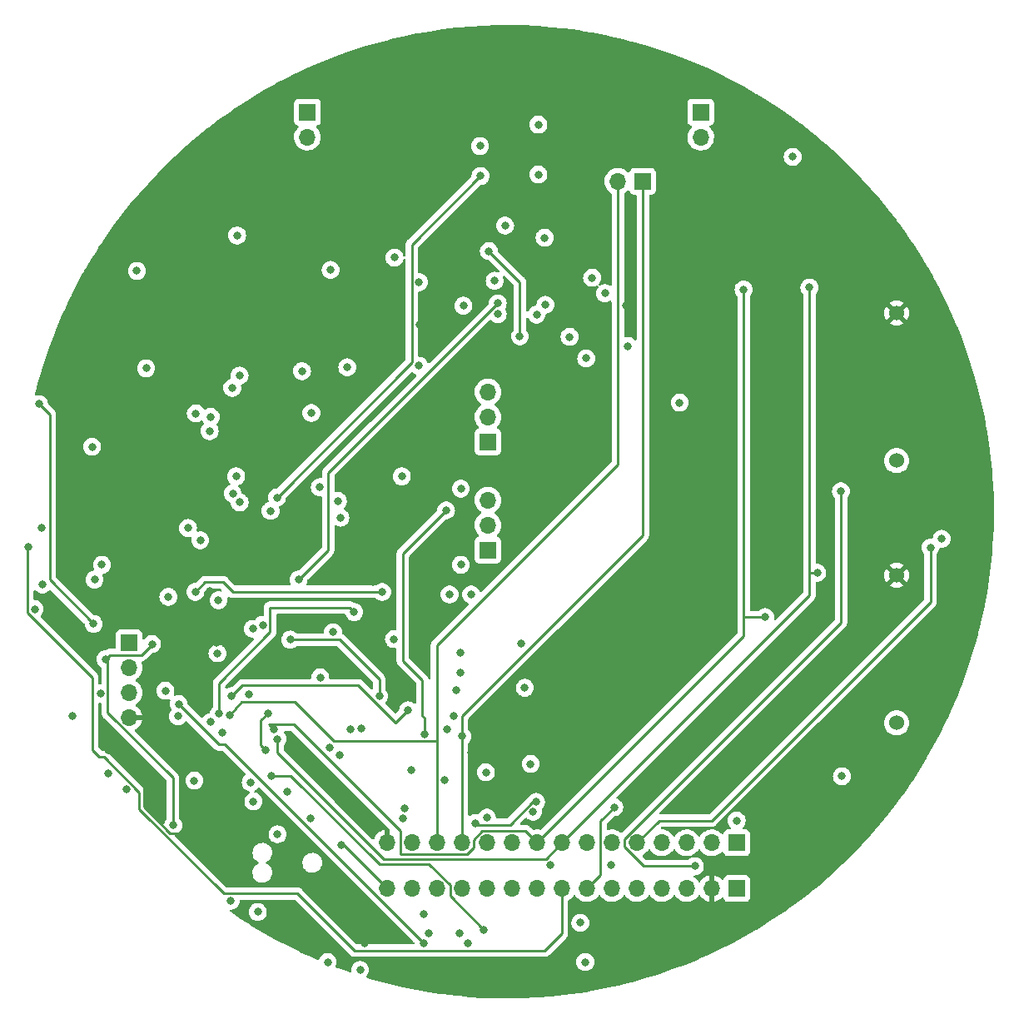
<source format=gbr>
%TF.GenerationSoftware,KiCad,Pcbnew,(6.0.7-1)-1*%
%TF.CreationDate,2022-10-12T21:51:45+02:00*%
%TF.ProjectId,Power_Management_Module,506f7765-725f-44d6-916e-6167656d656e,rev?*%
%TF.SameCoordinates,Original*%
%TF.FileFunction,Copper,L2,Inr*%
%TF.FilePolarity,Positive*%
%FSLAX46Y46*%
G04 Gerber Fmt 4.6, Leading zero omitted, Abs format (unit mm)*
G04 Created by KiCad (PCBNEW (6.0.7-1)-1) date 2022-10-12 21:51:45*
%MOMM*%
%LPD*%
G01*
G04 APERTURE LIST*
%TA.AperFunction,ComponentPad*%
%ADD10R,1.700000X1.700000*%
%TD*%
%TA.AperFunction,ComponentPad*%
%ADD11O,1.700000X1.700000*%
%TD*%
%TA.AperFunction,ComponentPad*%
%ADD12C,1.524000*%
%TD*%
%TA.AperFunction,ViaPad*%
%ADD13C,0.800000*%
%TD*%
%TA.AperFunction,Conductor*%
%ADD14C,0.250000*%
%TD*%
G04 APERTURE END LIST*
D10*
%TO.N,/RESET_SS_FET*%
%TO.C,J8*%
X171857500Y-125817500D03*
D11*
%TO.N,+5V*%
X169317500Y-125817500D03*
%TO.N,/VOut*%
X166777500Y-125817500D03*
%TO.N,/MCC*%
X164237500Y-125817500D03*
%TO.N,/CBooster*%
X161697500Y-125817500D03*
%TO.N,/LED1*%
X159157500Y-125817500D03*
%TO.N,/LED2*%
X156617500Y-125817500D03*
%TO.N,/PB1*%
X154077500Y-125817500D03*
%TO.N,/PB2*%
X151537500Y-125817500D03*
%TO.N,/I2C_Conn*%
X148997500Y-125817500D03*
%TO.N,/Temp*%
X146457500Y-125817500D03*
%TO.N,/RX*%
X143917500Y-125817500D03*
%TO.N,/TX*%
X141377500Y-125817500D03*
%TO.N,/VOut_Fault*%
X138837500Y-125817500D03*
%TO.N,GND*%
X136297500Y-125817500D03*
%TD*%
D10*
%TO.N,/3V3_Sw_Reg*%
%TO.C,J10*%
X146550000Y-96050000D03*
D11*
%TO.N,+3V3*%
X146550000Y-93510000D03*
%TO.N,/3V3_Lin_Reg*%
X146550000Y-90970000D03*
%TD*%
D10*
%TO.N,/RX*%
%TO.C,J37*%
X162300000Y-58550000D03*
D11*
%TO.N,/TX*%
X159760000Y-58550000D03*
%TD*%
D10*
%TO.N,Net-(J12-Pad1)*%
%TO.C,J12*%
X128190000Y-51505000D03*
D11*
%TO.N,+BATT*%
X128190000Y-54045000D03*
%TD*%
D12*
%TO.N,+5V*%
%TO.C,C15*%
X188115000Y-113620000D03*
%TO.N,GND*%
X188115000Y-98620000D03*
%TD*%
D10*
%TO.N,/5V_Sw_Reg*%
%TO.C,J11*%
X146550000Y-85050000D03*
D11*
%TO.N,+5VD*%
X146550000Y-82510000D03*
%TO.N,/5V_Lin_Reg*%
X146550000Y-79970000D03*
%TD*%
D10*
%TO.N,Net-(J9-Pad1)*%
%TO.C,J9*%
X168195000Y-51510000D03*
D11*
%TO.N,Net-(J9-Pad2)*%
X168195000Y-54050000D03*
%TD*%
D12*
%TO.N,+5V*%
%TO.C,C14*%
X188115000Y-86950000D03*
%TO.N,GND*%
X188115000Y-71950000D03*
%TD*%
D10*
%TO.N,/3V3_IN*%
%TO.C,J6*%
X110050000Y-105470000D03*
D11*
%TO.N,/SCL*%
X110050000Y-108010000D03*
%TO.N,/SDA*%
X110050000Y-110550000D03*
%TO.N,GND*%
X110050000Y-113090000D03*
%TD*%
D10*
%TO.N,+BATT*%
%TO.C,J7*%
X171857500Y-130467500D03*
D11*
%TO.N,GND*%
X169317500Y-130467500D03*
%TO.N,+3V3*%
X166777500Y-130467500D03*
%TO.N,/SDA*%
X164237500Y-130467500D03*
%TO.N,/SCL*%
X161697500Y-130467500D03*
%TO.N,/Batt_Pre-sens*%
X159157500Y-130467500D03*
%TO.N,/5V_Sw_Reg*%
X156617500Y-130467500D03*
%TO.N,/5V_Lin_Reg*%
X154077500Y-130467500D03*
%TO.N,/3V3_Sw_Reg*%
X151537500Y-130467500D03*
%TO.N,/3V3_Lin_Reg*%
X148997500Y-130467500D03*
%TO.N,/3V3_IN*%
X146457500Y-130467500D03*
%TO.N,/CTRL_3V3*%
X143917500Y-130467500D03*
%TO.N,+5VA*%
X141377500Y-130467500D03*
%TO.N,+5VD*%
X138837500Y-130467500D03*
%TO.N,/SS_FET*%
X136297500Y-130467500D03*
%TD*%
D13*
%TO.N,+3V3*%
X145300000Y-123800000D03*
X143300000Y-110300000D03*
X104300000Y-112900000D03*
X130250000Y-137950000D03*
X125150000Y-124950000D03*
X146650000Y-65650000D03*
X149800000Y-74300000D03*
X130455000Y-116145000D03*
X100900000Y-81200000D03*
X154860000Y-74370000D03*
X123950000Y-116350000D03*
X156450000Y-137950000D03*
X151450000Y-121650000D03*
X124450000Y-92050000D03*
X137950000Y-123350000D03*
X144550000Y-136050000D03*
X106450000Y-103550000D03*
X122263021Y-110736979D03*
X124163021Y-112636979D03*
%TO.N,GND*%
X134050000Y-136050000D03*
X145650000Y-62750000D03*
X147050000Y-58300000D03*
X144850000Y-116650000D03*
X136050000Y-103450000D03*
X160575000Y-71195000D03*
X106550000Y-81050000D03*
X118300000Y-100200000D03*
X134850000Y-99250000D03*
X122950000Y-124015000D03*
X131600000Y-62300000D03*
X118950000Y-105450000D03*
X169950000Y-57150000D03*
X139620000Y-73100000D03*
X131365000Y-70560000D03*
X126500000Y-63000000D03*
X109050000Y-81050000D03*
X107950000Y-116350000D03*
%TO.N,+5VA*%
X128600000Y-82100000D03*
X120550000Y-79550000D03*
X158457500Y-69925000D03*
X111800000Y-77550000D03*
%TO.N,/3V3_Lin_Reg*%
X150900000Y-117800000D03*
X139550000Y-68800000D03*
X139550000Y-77300000D03*
X137050000Y-66300000D03*
%TO.N,/5V_Lin_Reg*%
X99800000Y-95700000D03*
X130550000Y-67550000D03*
X147550000Y-72050000D03*
X148300000Y-63050000D03*
X121050000Y-64050000D03*
%TO.N,/CTRL_3V3*%
X121300000Y-91200000D03*
X126450000Y-105150000D03*
X145750000Y-54950000D03*
X143100000Y-112900000D03*
X125100000Y-90700000D03*
X119500000Y-114600000D03*
X145800000Y-58000000D03*
X135500000Y-110900000D03*
%TO.N,+5VD*%
X143750000Y-106450000D03*
X143800000Y-89800000D03*
X143800000Y-97550000D03*
X192700000Y-94900000D03*
X182450000Y-90050000D03*
X167600000Y-128200000D03*
X166050000Y-81050000D03*
X143750000Y-108550000D03*
%TO.N,/SS_FET*%
X131650000Y-126050000D03*
X137000000Y-105100000D03*
X142650000Y-100550000D03*
X144850000Y-100550000D03*
X133700000Y-114200000D03*
%TO.N,+5V*%
X149968750Y-105531250D03*
X160800000Y-75300000D03*
X150300000Y-110050000D03*
X156550000Y-76550000D03*
X132600000Y-114274695D03*
X126100000Y-120600000D03*
%TO.N,/5V_Sw_Reg*%
X132250000Y-77450000D03*
X159400000Y-122200000D03*
X137800000Y-88550000D03*
X131300000Y-91050000D03*
X106300000Y-85550000D03*
%TO.N,/3V3_Sw_Reg*%
X107300000Y-97550000D03*
X151150000Y-122650000D03*
X135800000Y-100300000D03*
X116800000Y-100300000D03*
%TO.N,Net-(C45-Pad1)*%
X127650000Y-77850000D03*
X118250000Y-83950000D03*
X116850000Y-82150000D03*
%TO.N,+BATT*%
X177550000Y-56050000D03*
%TO.N,/VOut*%
X152900000Y-128100000D03*
X128550000Y-123350000D03*
X159100000Y-128100000D03*
X182550000Y-119050000D03*
%TO.N,/3V3_IN*%
X100450000Y-102050000D03*
X123150000Y-132850000D03*
X107150000Y-110650000D03*
%TO.N,/SCL*%
X142400000Y-114300000D03*
X142300000Y-92000000D03*
X140150000Y-114750000D03*
X151500000Y-72100000D03*
%TO.N,/SDA*%
X147550000Y-70950000D03*
X127300000Y-99050000D03*
X113750000Y-110350000D03*
X152400000Y-71100000D03*
X130800000Y-104400000D03*
X131500000Y-116900000D03*
%TO.N,/Batt_Pre-sens*%
X157150000Y-68350000D03*
X152320000Y-64280000D03*
%TO.N,/RESET_SS_FET*%
X120400000Y-131700000D03*
X119050000Y-106550000D03*
X171850000Y-123550000D03*
X118350000Y-113550000D03*
X133550000Y-138750000D03*
%TO.N,/CBooster*%
X122425000Y-119675000D03*
X191550000Y-95800000D03*
%TO.N,/LED1*%
X155950000Y-133950000D03*
X122700000Y-121600000D03*
%TO.N,/LED2*%
X146150000Y-134650000D03*
X124500000Y-119000000D03*
%TO.N,/PB1*%
X179250000Y-69350000D03*
X125150000Y-115250000D03*
X180050000Y-98350000D03*
%TO.N,/PB2*%
X172550000Y-69550000D03*
X124800000Y-114300000D03*
X174750000Y-102850000D03*
%TO.N,/I2C_Conn*%
X142150000Y-119450000D03*
X119200000Y-112700000D03*
X132950000Y-102350000D03*
%TO.N,/Temp*%
X109800000Y-120400000D03*
X107950000Y-118750000D03*
X115050000Y-112950000D03*
X143700000Y-135000000D03*
%TO.N,/RX*%
X120500000Y-110900000D03*
X138437348Y-112337348D03*
X143917500Y-114982500D03*
%TO.N,/TX*%
X120300000Y-112800000D03*
%TO.N,/VOut_Fault*%
X115100000Y-111700000D03*
X140050000Y-136050000D03*
%TO.N,Net-(J12-Pad1)*%
X151685000Y-52780000D03*
X151685000Y-57860000D03*
%TO.N,/U1A0*%
X144065000Y-71195000D03*
%TO.N,/U1A1*%
X147240000Y-68655000D03*
%TO.N,/U4A0*%
X138750000Y-118450000D03*
%TO.N,/U4A1*%
X138050000Y-122350000D03*
%TO.N,Net-(JP8-Pad1)*%
X106550000Y-99050000D03*
%TO.N,/U6A0*%
X122650000Y-104050000D03*
%TO.N,/U6A1*%
X123650000Y-103650000D03*
%TO.N,/U6A2*%
X119150000Y-101150000D03*
%TO.N,Net-(JP12-Pad2)*%
X112400000Y-105600000D03*
X114550000Y-124050000D03*
X107650000Y-107150000D03*
%TO.N,/SCL_In*%
X146450000Y-123250000D03*
X146350000Y-118650000D03*
%TO.N,Net-(L1-Pad1)*%
X120600000Y-90300000D03*
X117300000Y-95050000D03*
%TO.N,Net-(L2-Pad1)*%
X121300000Y-78300000D03*
X118350305Y-82499695D03*
%TO.N,Net-(Q7-Pad1)*%
X140550000Y-135050000D03*
X140050000Y-133050000D03*
%TO.N,Net-(Q11-Pad3)*%
X101150000Y-93750000D03*
X101250000Y-99550000D03*
%TO.N,Net-(Q15-Pad3)*%
X129450000Y-89650000D03*
X131550000Y-92750000D03*
%TO.N,Net-(R37-Pad2)*%
X120950000Y-88550000D03*
X110850000Y-67650000D03*
%TO.N,Net-(R38-Pad2)*%
X116050000Y-93800000D03*
X114050000Y-100800000D03*
%TO.N,/MCU_SS_FET*%
X129500000Y-109000000D03*
X116700000Y-119500000D03*
%TD*%
D14*
%TO.N,+3V3*%
X151124695Y-121650000D02*
X151450000Y-121650000D01*
X145300000Y-123800000D02*
X145475000Y-123975000D01*
X123450000Y-113350000D02*
X123450000Y-115850000D01*
X148799695Y-123975000D02*
X151124695Y-121650000D01*
X101975000Y-99075000D02*
X106450000Y-103550000D01*
X145475000Y-123975000D02*
X148799695Y-123975000D01*
X124163021Y-112636979D02*
X123450000Y-113350000D01*
X146650000Y-65650000D02*
X149800000Y-68800000D01*
X101975000Y-82275000D02*
X101975000Y-99075000D01*
X100900000Y-81200000D02*
X101975000Y-82275000D01*
X149800000Y-68800000D02*
X149800000Y-74300000D01*
X123450000Y-115850000D02*
X123950000Y-116350000D01*
%TO.N,GND*%
X116550000Y-124050000D02*
X122915000Y-124050000D01*
X122915000Y-124050000D02*
X122950000Y-124015000D01*
X114199695Y-124825000D02*
X115775000Y-124825000D01*
X107950000Y-116350000D02*
X111550000Y-119950000D01*
X115775000Y-124825000D02*
X116550000Y-124050000D01*
X111550000Y-122175305D02*
X114199695Y-124825000D01*
X111550000Y-119950000D02*
X111550000Y-122175305D01*
%TO.N,/5V_Lin_Reg*%
X127175000Y-130975000D02*
X132975000Y-136775000D01*
X107000000Y-117100000D02*
X107525305Y-117100000D01*
X99725000Y-95775000D02*
X99725000Y-102425000D01*
X99800000Y-95700000D02*
X99725000Y-95775000D01*
X99725000Y-102425000D02*
X106300000Y-109000000D01*
X107525305Y-117100000D02*
X111100000Y-120674695D01*
X106300000Y-109000000D02*
X106300000Y-116400000D01*
X119675000Y-130975000D02*
X127175000Y-130975000D01*
X154077500Y-135022500D02*
X154077500Y-130467500D01*
X111100000Y-122400000D02*
X119675000Y-130975000D01*
X111100000Y-120674695D02*
X111100000Y-122400000D01*
X132975000Y-136775000D02*
X152325000Y-136775000D01*
X106300000Y-116400000D02*
X107000000Y-117100000D01*
X152325000Y-136775000D02*
X154077500Y-135022500D01*
%TO.N,/CTRL_3V3*%
X126450000Y-105150000D02*
X131450000Y-105150000D01*
X138825000Y-76975000D02*
X125100000Y-90700000D01*
X131450000Y-105150000D02*
X135500000Y-109200000D01*
X135500000Y-109200000D02*
X135500000Y-110900000D01*
X138825000Y-64975000D02*
X138825000Y-76975000D01*
X145800000Y-58000000D02*
X138825000Y-64975000D01*
%TO.N,+5VD*%
X182450000Y-90050000D02*
X182450000Y-103403299D01*
X160400000Y-126181701D02*
X162418299Y-128200000D01*
X160400000Y-125453299D02*
X160400000Y-126181701D01*
X162418299Y-128200000D02*
X167600000Y-128200000D01*
X182450000Y-103403299D02*
X160400000Y-125453299D01*
%TO.N,/SS_FET*%
X131880000Y-126050000D02*
X136297500Y-130467500D01*
X131650000Y-126050000D02*
X131880000Y-126050000D01*
%TO.N,/5V_Sw_Reg*%
X157982500Y-129102500D02*
X156617500Y-130467500D01*
X159400000Y-122200000D02*
X157982500Y-123617500D01*
X157982500Y-123617500D02*
X157982500Y-129102500D01*
%TO.N,/3V3_Sw_Reg*%
X116800000Y-100300000D02*
X117800000Y-99300000D01*
X117800000Y-99300000D02*
X119600000Y-99300000D01*
X119600000Y-99300000D02*
X120600000Y-100300000D01*
X120600000Y-100300000D02*
X135800000Y-100300000D01*
%TO.N,/SCL*%
X137900000Y-107300000D02*
X139875000Y-109275000D01*
X139875000Y-112875000D02*
X140150000Y-113150000D01*
X137900000Y-96400000D02*
X137900000Y-107300000D01*
X142300000Y-92000000D02*
X137900000Y-96400000D01*
X140150000Y-113150000D02*
X140150000Y-114750000D01*
X139875000Y-109275000D02*
X139875000Y-112875000D01*
%TO.N,/SDA*%
X147550000Y-70950000D02*
X130300000Y-88200000D01*
X130300000Y-96050000D02*
X127300000Y-99050000D01*
X130300000Y-88200000D02*
X130300000Y-96050000D01*
%TO.N,/CBooster*%
X191550000Y-101300000D02*
X169300000Y-123550000D01*
X169300000Y-123550000D02*
X163965000Y-123550000D01*
X163965000Y-123550000D02*
X161697500Y-125817500D01*
X191550000Y-95800000D02*
X191550000Y-101300000D01*
%TO.N,/LED2*%
X146150000Y-134650000D02*
X142700000Y-131200000D01*
X140571701Y-128000000D02*
X135500000Y-128000000D01*
X142700000Y-131200000D02*
X142700000Y-130128299D01*
X135500000Y-128000000D02*
X126500000Y-119000000D01*
X126500000Y-119000000D02*
X124500000Y-119000000D01*
X142700000Y-130128299D02*
X140571701Y-128000000D01*
%TO.N,/PB1*%
X125150000Y-116650000D02*
X125150000Y-116550000D01*
X135953943Y-127453943D02*
X125150000Y-116650000D01*
X179250000Y-98350000D02*
X179250000Y-98850000D01*
X179250000Y-98850000D02*
X179250000Y-100645000D01*
X180050000Y-98350000D02*
X179250000Y-98350000D01*
X179250000Y-69350000D02*
X179250000Y-98350000D01*
X152441057Y-127453943D02*
X135953943Y-127453943D01*
X179250000Y-100645000D02*
X154077500Y-125817500D01*
X154077500Y-125817500D02*
X152441057Y-127453943D01*
X125150000Y-115250000D02*
X125150000Y-116550000D01*
%TO.N,/PB2*%
X145970799Y-124642500D02*
X145092500Y-125520799D01*
X174750000Y-102850000D02*
X172550000Y-102850000D01*
X144404201Y-126992500D02*
X137653944Y-126992500D01*
X150362500Y-124642500D02*
X145970799Y-124642500D01*
X172550000Y-104805000D02*
X151537500Y-125817500D01*
X145092500Y-126304201D02*
X144404201Y-126992500D01*
X137653944Y-126992500D02*
X137653944Y-124642500D01*
X137653944Y-124642500D02*
X126811444Y-113800000D01*
X126811444Y-113800000D02*
X124300000Y-113800000D01*
X124300000Y-113800000D02*
X124800000Y-114300000D01*
X172550000Y-102850000D02*
X172550000Y-104805000D01*
X151537500Y-125817500D02*
X150362500Y-124642500D01*
X172550000Y-69550000D02*
X172550000Y-102850000D01*
X145092500Y-125520799D02*
X145092500Y-126304201D01*
%TO.N,/I2C_Conn*%
X124400000Y-104400000D02*
X124400000Y-101900000D01*
X119200000Y-109600000D02*
X124400000Y-104400000D01*
X119200000Y-112700000D02*
X119200000Y-109600000D01*
X132500000Y-101900000D02*
X132950000Y-102350000D01*
X124400000Y-101900000D02*
X132500000Y-101900000D01*
%TO.N,/RX*%
X123200000Y-109800000D02*
X133374695Y-109800000D01*
X162300000Y-58550000D02*
X162300000Y-94524695D01*
X120500000Y-110900000D02*
X121600000Y-109800000D01*
X137174695Y-113600000D02*
X138437348Y-112337348D01*
X143917500Y-114982500D02*
X143917500Y-125817500D01*
X162300000Y-94524695D02*
X143917500Y-112907195D01*
X133374695Y-109800000D02*
X137174695Y-113600000D01*
X121600000Y-109800000D02*
X123200000Y-109800000D01*
X143917500Y-112907195D02*
X143917500Y-114982500D01*
%TO.N,/TX*%
X159760000Y-87340000D02*
X159760000Y-58550000D01*
X141377500Y-105722500D02*
X159760000Y-87340000D01*
X121500000Y-111500000D02*
X126900000Y-111500000D01*
X120300000Y-112800000D02*
X121500000Y-111500000D01*
X141325000Y-115475000D02*
X141377500Y-115422500D01*
X141377500Y-115422500D02*
X141377500Y-105722500D01*
X141377500Y-125817500D02*
X141377500Y-115422500D01*
X130875000Y-115475000D02*
X141325000Y-115475000D01*
X126900000Y-111500000D02*
X130875000Y-115475000D01*
%TO.N,/VOut_Fault*%
X119814695Y-115814695D02*
X140050000Y-136050000D01*
X119214695Y-115814695D02*
X119814695Y-115814695D01*
X115100000Y-111700000D02*
X119214695Y-115814695D01*
%TO.N,Net-(JP12-Pad2)*%
X107875000Y-112576701D02*
X107875000Y-107375000D01*
X114500000Y-119201701D02*
X107875000Y-112576701D01*
X107650000Y-107150000D02*
X108085722Y-106714278D01*
X114500000Y-124100000D02*
X114500000Y-119201701D01*
X107875000Y-107375000D02*
X107650000Y-107150000D01*
X111285722Y-106714278D02*
X112400000Y-105600000D01*
X108085722Y-106714278D02*
X111285722Y-106714278D01*
%TD*%
%TA.AperFunction,Conductor*%
%TO.N,GND*%
G36*
X148857275Y-42659743D02*
G01*
X149263731Y-42668257D01*
X150235441Y-42688612D01*
X150238957Y-42688734D01*
X151324376Y-42741819D01*
X151615849Y-42756075D01*
X151619345Y-42756294D01*
X152993816Y-42862054D01*
X152997271Y-42862369D01*
X154224578Y-42991364D01*
X154368258Y-43006466D01*
X154371753Y-43006883D01*
X155738135Y-43189197D01*
X155741592Y-43189707D01*
X156390985Y-43294886D01*
X157102373Y-43410106D01*
X157105838Y-43410717D01*
X158459900Y-43669019D01*
X158463347Y-43669726D01*
X159113482Y-43812667D01*
X159809754Y-43965752D01*
X159813134Y-43966546D01*
X160383835Y-44108837D01*
X161150692Y-44300036D01*
X161154094Y-44300935D01*
X162481797Y-44671636D01*
X162485172Y-44672629D01*
X163802017Y-45080261D01*
X163805363Y-45081348D01*
X165110333Y-45525596D01*
X165113616Y-45526765D01*
X165747511Y-45762508D01*
X166405717Y-46007293D01*
X166408997Y-46008566D01*
X167687077Y-46524943D01*
X167690321Y-46526306D01*
X168953599Y-47078219D01*
X168956732Y-47079641D01*
X170204061Y-47666588D01*
X170207170Y-47668104D01*
X171266506Y-48203214D01*
X171437644Y-48289662D01*
X171440762Y-48291292D01*
X172653392Y-48946958D01*
X172656433Y-48948659D01*
X173850233Y-49637899D01*
X173853255Y-49639700D01*
X175027387Y-50362031D01*
X175030358Y-50363917D01*
X176183810Y-51118715D01*
X176186727Y-51120682D01*
X176693748Y-51473071D01*
X177318713Y-51907433D01*
X177321524Y-51909445D01*
X178255860Y-52598297D01*
X178431128Y-52727516D01*
X178433930Y-52729644D01*
X179515439Y-53574610D01*
X179520163Y-53578301D01*
X179522896Y-53580498D01*
X179781665Y-53794570D01*
X180585073Y-54459208D01*
X180587753Y-54461489D01*
X180924487Y-54756277D01*
X181610899Y-55357185D01*
X181624942Y-55369479D01*
X181627546Y-55371823D01*
X182161895Y-55866635D01*
X182639007Y-56308445D01*
X182641555Y-56310871D01*
X183626474Y-57275376D01*
X183628953Y-57277873D01*
X184586542Y-58269485D01*
X184588948Y-58272047D01*
X185003563Y-58726109D01*
X185518461Y-59289995D01*
X185520797Y-59292626D01*
X186421528Y-60336132D01*
X186423790Y-60338827D01*
X187295070Y-61407122D01*
X187297244Y-61409866D01*
X188105131Y-62458928D01*
X188138313Y-62502016D01*
X188140411Y-62504819D01*
X188262399Y-62672721D01*
X188950694Y-63620079D01*
X188952722Y-63622954D01*
X189591065Y-64555230D01*
X189712787Y-64732999D01*
X189731534Y-64760379D01*
X189733479Y-64763307D01*
X189748387Y-64786440D01*
X190480212Y-65922012D01*
X190482077Y-65924996D01*
X191196184Y-67104126D01*
X191197964Y-67107160D01*
X191387896Y-67441500D01*
X191832393Y-68223955D01*
X191878870Y-68305770D01*
X191880554Y-68308835D01*
X192088600Y-68700111D01*
X192527710Y-69525959D01*
X192529319Y-69529088D01*
X193142265Y-70763859D01*
X193143785Y-70767032D01*
X193216912Y-70925293D01*
X193717425Y-72008500D01*
X193721997Y-72018395D01*
X193723418Y-72021586D01*
X194230227Y-73204059D01*
X194266468Y-73288616D01*
X194267809Y-73291869D01*
X194775282Y-74573600D01*
X194776531Y-74576890D01*
X195248003Y-75872250D01*
X195249160Y-75875572D01*
X195684280Y-77183590D01*
X195685344Y-77186944D01*
X196083772Y-78506602D01*
X196084742Y-78509984D01*
X196446173Y-79840267D01*
X196447048Y-79843675D01*
X196771186Y-81183506D01*
X196771966Y-81186937D01*
X197058580Y-82535348D01*
X197059263Y-82538800D01*
X197298798Y-83843919D01*
X197308104Y-83894625D01*
X197308687Y-83898071D01*
X197347451Y-84148469D01*
X197519586Y-85260398D01*
X197520075Y-85263882D01*
X197692841Y-86631463D01*
X197693234Y-86634960D01*
X197827398Y-88003266D01*
X197827756Y-88006922D01*
X197828049Y-88010412D01*
X197870361Y-88615500D01*
X197924209Y-89385569D01*
X197924405Y-89389082D01*
X197982129Y-90766331D01*
X197982228Y-90769848D01*
X198001475Y-92148241D01*
X198001475Y-92151759D01*
X197982228Y-93530152D01*
X197982129Y-93533669D01*
X197924405Y-94910918D01*
X197924209Y-94914431D01*
X197888666Y-95422721D01*
X197828366Y-96285060D01*
X197828050Y-96289572D01*
X197827757Y-96293063D01*
X197757643Y-97008148D01*
X197693234Y-97665040D01*
X197692841Y-97668537D01*
X197520075Y-99036118D01*
X197519586Y-99039602D01*
X197420473Y-99679834D01*
X197314751Y-100362763D01*
X197308691Y-100401906D01*
X197308108Y-100405351D01*
X197076506Y-101667251D01*
X197059263Y-101761200D01*
X197058580Y-101764652D01*
X196771966Y-103113063D01*
X196771186Y-103116494D01*
X196589191Y-103868774D01*
X196448613Y-104449858D01*
X196447048Y-104456325D01*
X196446174Y-104459729D01*
X196407958Y-104600386D01*
X196084742Y-105790016D01*
X196083772Y-105793398D01*
X195685344Y-107113056D01*
X195684280Y-107116410D01*
X195249160Y-108424428D01*
X195248003Y-108427750D01*
X194776531Y-109723110D01*
X194775282Y-109726400D01*
X194655144Y-110029834D01*
X194275447Y-110988841D01*
X194267815Y-111008116D01*
X194266475Y-111011366D01*
X193730408Y-112262106D01*
X193723428Y-112278391D01*
X193722007Y-112281582D01*
X193354843Y-113076198D01*
X193143785Y-113532968D01*
X193142265Y-113536141D01*
X192529319Y-114770912D01*
X192527710Y-114774041D01*
X192187618Y-115413663D01*
X191881866Y-115988700D01*
X191880565Y-115991146D01*
X191878880Y-115994211D01*
X191537060Y-116595924D01*
X191197964Y-117192840D01*
X191196184Y-117195874D01*
X190482077Y-118375004D01*
X190480212Y-118377988D01*
X189874013Y-119318627D01*
X189746745Y-119516109D01*
X189733481Y-119536690D01*
X189731535Y-119539619D01*
X189719547Y-119557128D01*
X188952722Y-120677046D01*
X188950694Y-120679921D01*
X188542486Y-121241772D01*
X188148996Y-121783365D01*
X188140421Y-121795167D01*
X188138324Y-121797970D01*
X187299701Y-122886944D01*
X187297255Y-122890120D01*
X187295081Y-122892864D01*
X186839573Y-123451373D01*
X186423790Y-123961173D01*
X186421528Y-123963868D01*
X185520797Y-125007374D01*
X185518461Y-125010005D01*
X184769226Y-125830523D01*
X184588950Y-126027950D01*
X184586542Y-126030515D01*
X183628953Y-127022127D01*
X183626474Y-127024624D01*
X183130493Y-127510325D01*
X182733298Y-127899288D01*
X182641555Y-127989129D01*
X182639011Y-127991551D01*
X181639959Y-128916683D01*
X181627557Y-128928167D01*
X181624954Y-128930510D01*
X181162084Y-129335722D01*
X180587753Y-129838511D01*
X180585073Y-129840792D01*
X180202740Y-130157086D01*
X179645663Y-130617941D01*
X179522905Y-130719495D01*
X179520172Y-130721692D01*
X179017214Y-131114645D01*
X178433930Y-131570356D01*
X178431128Y-131572484D01*
X178373402Y-131615043D01*
X177321524Y-132390555D01*
X177318713Y-132392567D01*
X176755107Y-132784284D01*
X176186727Y-133179318D01*
X176183810Y-133181285D01*
X175030358Y-133936083D01*
X175027387Y-133937969D01*
X174396579Y-134326045D01*
X173880669Y-134643435D01*
X173853255Y-134660300D01*
X173850243Y-134662095D01*
X172663016Y-135347541D01*
X172656448Y-135351333D01*
X172653392Y-135353042D01*
X172062157Y-135672721D01*
X171440762Y-136008708D01*
X171437644Y-136010338D01*
X170207170Y-136631896D01*
X170204061Y-136633412D01*
X168956732Y-137220359D01*
X168953599Y-137221781D01*
X168122845Y-137584729D01*
X167690321Y-137773694D01*
X167687077Y-137775057D01*
X166408997Y-138291434D01*
X166405717Y-138292707D01*
X166013265Y-138438659D01*
X165113616Y-138773235D01*
X165110333Y-138774404D01*
X163805363Y-139218652D01*
X163802017Y-139219739D01*
X162485172Y-139627371D01*
X162481797Y-139628364D01*
X161154094Y-139999065D01*
X161150692Y-139999964D01*
X160464933Y-140170943D01*
X159813134Y-140333454D01*
X159809754Y-140334248D01*
X159240429Y-140459422D01*
X158463347Y-140630274D01*
X158459900Y-140630981D01*
X157105838Y-140889283D01*
X157102373Y-140889894D01*
X156499107Y-140987602D01*
X155741592Y-141110293D01*
X155738135Y-141110803D01*
X155017546Y-141206950D01*
X154371751Y-141293117D01*
X154368255Y-141293534D01*
X152997271Y-141437631D01*
X152993816Y-141437946D01*
X151619345Y-141543706D01*
X151615849Y-141543925D01*
X151324376Y-141558181D01*
X150238957Y-141611266D01*
X150235441Y-141611388D01*
X149264158Y-141631734D01*
X148857275Y-141640257D01*
X148853781Y-141640282D01*
X148203370Y-141635741D01*
X147475275Y-141630658D01*
X147471758Y-141630584D01*
X146094108Y-141582475D01*
X146090593Y-141582303D01*
X144714813Y-141495746D01*
X144711305Y-141495476D01*
X143692582Y-141402765D01*
X143338502Y-141370541D01*
X143335017Y-141370176D01*
X141966146Y-141206948D01*
X141962672Y-141206484D01*
X141668213Y-141163002D01*
X140598981Y-141005111D01*
X140595553Y-141004556D01*
X139237924Y-140765170D01*
X139234469Y-140764510D01*
X137884164Y-140487332D01*
X137880730Y-140486578D01*
X136538643Y-140171794D01*
X136535229Y-140170943D01*
X135202464Y-139818811D01*
X135199075Y-139817865D01*
X134293726Y-139551407D01*
X134234024Y-139512985D01*
X134204572Y-139448386D01*
X134214721Y-139378118D01*
X134235665Y-139346223D01*
X134284621Y-139291852D01*
X134284622Y-139291851D01*
X134289040Y-139286944D01*
X134384527Y-139121556D01*
X134443542Y-138939928D01*
X134463504Y-138750000D01*
X134451181Y-138632749D01*
X134444232Y-138566635D01*
X134444232Y-138566633D01*
X134443542Y-138560072D01*
X134384527Y-138378444D01*
X134289040Y-138213056D01*
X134161253Y-138071134D01*
X134006752Y-137958882D01*
X134000724Y-137956198D01*
X134000722Y-137956197D01*
X133986803Y-137950000D01*
X155536496Y-137950000D01*
X155537186Y-137956565D01*
X155549228Y-138071134D01*
X155556458Y-138139928D01*
X155615473Y-138321556D01*
X155710960Y-138486944D01*
X155715378Y-138491851D01*
X155715379Y-138491852D01*
X155757010Y-138538088D01*
X155838747Y-138628866D01*
X155993248Y-138741118D01*
X155999276Y-138743802D01*
X155999278Y-138743803D01*
X156161681Y-138816109D01*
X156167712Y-138818794D01*
X156261113Y-138838647D01*
X156348056Y-138857128D01*
X156348061Y-138857128D01*
X156354513Y-138858500D01*
X156545487Y-138858500D01*
X156551939Y-138857128D01*
X156551944Y-138857128D01*
X156638887Y-138838647D01*
X156732288Y-138818794D01*
X156738319Y-138816109D01*
X156900722Y-138743803D01*
X156900724Y-138743802D01*
X156906752Y-138741118D01*
X157061253Y-138628866D01*
X157142990Y-138538088D01*
X157184621Y-138491852D01*
X157184622Y-138491851D01*
X157189040Y-138486944D01*
X157284527Y-138321556D01*
X157343542Y-138139928D01*
X157350773Y-138071134D01*
X157362814Y-137956565D01*
X157363504Y-137950000D01*
X157343542Y-137760072D01*
X157284527Y-137578444D01*
X157189040Y-137413056D01*
X157183812Y-137407249D01*
X157065675Y-137276045D01*
X157065674Y-137276044D01*
X157061253Y-137271134D01*
X156926865Y-137173495D01*
X156912094Y-137162763D01*
X156912093Y-137162762D01*
X156906752Y-137158882D01*
X156900724Y-137156198D01*
X156900722Y-137156197D01*
X156738319Y-137083891D01*
X156738318Y-137083891D01*
X156732288Y-137081206D01*
X156638887Y-137061353D01*
X156551944Y-137042872D01*
X156551939Y-137042872D01*
X156545487Y-137041500D01*
X156354513Y-137041500D01*
X156348061Y-137042872D01*
X156348056Y-137042872D01*
X156261113Y-137061353D01*
X156167712Y-137081206D01*
X156161682Y-137083891D01*
X156161681Y-137083891D01*
X155999278Y-137156197D01*
X155999276Y-137156198D01*
X155993248Y-137158882D01*
X155987907Y-137162762D01*
X155987906Y-137162763D01*
X155973135Y-137173495D01*
X155838747Y-137271134D01*
X155834326Y-137276044D01*
X155834325Y-137276045D01*
X155716189Y-137407249D01*
X155710960Y-137413056D01*
X155615473Y-137578444D01*
X155556458Y-137760072D01*
X155536496Y-137950000D01*
X133986803Y-137950000D01*
X133838319Y-137883891D01*
X133838318Y-137883891D01*
X133832288Y-137881206D01*
X133738888Y-137861353D01*
X133651944Y-137842872D01*
X133651939Y-137842872D01*
X133645487Y-137841500D01*
X133454513Y-137841500D01*
X133448061Y-137842872D01*
X133448056Y-137842872D01*
X133361112Y-137861353D01*
X133267712Y-137881206D01*
X133261682Y-137883891D01*
X133261681Y-137883891D01*
X133099278Y-137956197D01*
X133099276Y-137956198D01*
X133093248Y-137958882D01*
X132938747Y-138071134D01*
X132810960Y-138213056D01*
X132715473Y-138378444D01*
X132656458Y-138560072D01*
X132655768Y-138566633D01*
X132655768Y-138566635D01*
X132648819Y-138632749D01*
X132636496Y-138750000D01*
X132643727Y-138818794D01*
X132645950Y-138839947D01*
X132633178Y-138909786D01*
X132584676Y-138961632D01*
X132515843Y-138979027D01*
X132478373Y-138971817D01*
X132388819Y-138939928D01*
X131322059Y-138560072D01*
X131260321Y-138538088D01*
X131257023Y-138536862D01*
X131150899Y-138495699D01*
X131094622Y-138452416D01*
X131070679Y-138385579D01*
X131081339Y-138327077D01*
X131084527Y-138321556D01*
X131143542Y-138139928D01*
X131150773Y-138071134D01*
X131162814Y-137956565D01*
X131163504Y-137950000D01*
X131143542Y-137760072D01*
X131084527Y-137578444D01*
X130989040Y-137413056D01*
X130983812Y-137407249D01*
X130865675Y-137276045D01*
X130865674Y-137276044D01*
X130861253Y-137271134D01*
X130726865Y-137173495D01*
X130712094Y-137162763D01*
X130712093Y-137162762D01*
X130706752Y-137158882D01*
X130700724Y-137156198D01*
X130700722Y-137156197D01*
X130538319Y-137083891D01*
X130538318Y-137083891D01*
X130532288Y-137081206D01*
X130438887Y-137061353D01*
X130351944Y-137042872D01*
X130351939Y-137042872D01*
X130345487Y-137041500D01*
X130154513Y-137041500D01*
X130148061Y-137042872D01*
X130148056Y-137042872D01*
X130061113Y-137061353D01*
X129967712Y-137081206D01*
X129961682Y-137083891D01*
X129961681Y-137083891D01*
X129799278Y-137156197D01*
X129799276Y-137156198D01*
X129793248Y-137158882D01*
X129787907Y-137162762D01*
X129787906Y-137162763D01*
X129773135Y-137173495D01*
X129638747Y-137271134D01*
X129634326Y-137276044D01*
X129634325Y-137276045D01*
X129516189Y-137407249D01*
X129510960Y-137413056D01*
X129415473Y-137578444D01*
X129413432Y-137584726D01*
X129393177Y-137647063D01*
X129353103Y-137705669D01*
X129287706Y-137733305D01*
X129224517Y-137724281D01*
X128697734Y-137502842D01*
X128694510Y-137501433D01*
X128512289Y-137418774D01*
X127439142Y-136931973D01*
X127435971Y-136930481D01*
X127404674Y-136915216D01*
X126196979Y-136326184D01*
X126193839Y-136324598D01*
X124972188Y-135685934D01*
X124969093Y-135684260D01*
X123765791Y-135011757D01*
X123762744Y-135009998D01*
X122578657Y-134304141D01*
X122575660Y-134302297D01*
X122142748Y-134027563D01*
X121411756Y-133563661D01*
X121408846Y-133561757D01*
X120353622Y-132850000D01*
X122236496Y-132850000D01*
X122256458Y-133039928D01*
X122315473Y-133221556D01*
X122410960Y-133386944D01*
X122538747Y-133528866D01*
X122693248Y-133641118D01*
X122699276Y-133643802D01*
X122699278Y-133643803D01*
X122835820Y-133704595D01*
X122867712Y-133718794D01*
X122933365Y-133732749D01*
X123048056Y-133757128D01*
X123048061Y-133757128D01*
X123054513Y-133758500D01*
X123245487Y-133758500D01*
X123251939Y-133757128D01*
X123251944Y-133757128D01*
X123366635Y-133732749D01*
X123432288Y-133718794D01*
X123464180Y-133704595D01*
X123600722Y-133643803D01*
X123600724Y-133643802D01*
X123606752Y-133641118D01*
X123761253Y-133528866D01*
X123889040Y-133386944D01*
X123984527Y-133221556D01*
X124043542Y-133039928D01*
X124063504Y-132850000D01*
X124045473Y-132678444D01*
X124044232Y-132666635D01*
X124044232Y-132666633D01*
X124043542Y-132660072D01*
X123984527Y-132478444D01*
X123889040Y-132313056D01*
X123772740Y-132183891D01*
X123765675Y-132176045D01*
X123765674Y-132176044D01*
X123761253Y-132171134D01*
X123606752Y-132058882D01*
X123600724Y-132056198D01*
X123600722Y-132056197D01*
X123438319Y-131983891D01*
X123438318Y-131983891D01*
X123432288Y-131981206D01*
X123338887Y-131961353D01*
X123251944Y-131942872D01*
X123251939Y-131942872D01*
X123245487Y-131941500D01*
X123054513Y-131941500D01*
X123048061Y-131942872D01*
X123048056Y-131942872D01*
X122961113Y-131961353D01*
X122867712Y-131981206D01*
X122861682Y-131983891D01*
X122861681Y-131983891D01*
X122699278Y-132056197D01*
X122699276Y-132056198D01*
X122693248Y-132058882D01*
X122538747Y-132171134D01*
X122534326Y-132176044D01*
X122534325Y-132176045D01*
X122527261Y-132183891D01*
X122410960Y-132313056D01*
X122315473Y-132478444D01*
X122256458Y-132660072D01*
X122255768Y-132666633D01*
X122255768Y-132666635D01*
X122254527Y-132678444D01*
X122236496Y-132850000D01*
X120353622Y-132850000D01*
X120337253Y-132838959D01*
X120291963Y-132784284D01*
X120283423Y-132713803D01*
X120314343Y-132649893D01*
X120374907Y-132612845D01*
X120407711Y-132608500D01*
X120495487Y-132608500D01*
X120501939Y-132607128D01*
X120501944Y-132607128D01*
X120588887Y-132588647D01*
X120682288Y-132568794D01*
X120688319Y-132566109D01*
X120850722Y-132493803D01*
X120850724Y-132493802D01*
X120856752Y-132491118D01*
X121011253Y-132378866D01*
X121074928Y-132308148D01*
X121134621Y-132241852D01*
X121134622Y-132241851D01*
X121139040Y-132236944D01*
X121234527Y-132071556D01*
X121293542Y-131889928D01*
X121300780Y-131821067D01*
X121309493Y-131738161D01*
X121311262Y-131721329D01*
X121338275Y-131655673D01*
X121396497Y-131615043D01*
X121436572Y-131608500D01*
X126860406Y-131608500D01*
X126928527Y-131628502D01*
X126949501Y-131645405D01*
X132471343Y-137167247D01*
X132478887Y-137175537D01*
X132483000Y-137182018D01*
X132488777Y-137187443D01*
X132532667Y-137228658D01*
X132535509Y-137231413D01*
X132555231Y-137251135D01*
X132558355Y-137253558D01*
X132558359Y-137253562D01*
X132558424Y-137253612D01*
X132567445Y-137261317D01*
X132599679Y-137291586D01*
X132606627Y-137295405D01*
X132606629Y-137295407D01*
X132617432Y-137301346D01*
X132633959Y-137312202D01*
X132643698Y-137319757D01*
X132643700Y-137319758D01*
X132649960Y-137324614D01*
X132690540Y-137342174D01*
X132701188Y-137347391D01*
X132725976Y-137361018D01*
X132739940Y-137368695D01*
X132747616Y-137370666D01*
X132747619Y-137370667D01*
X132759562Y-137373733D01*
X132778267Y-137380137D01*
X132796855Y-137388181D01*
X132804678Y-137389420D01*
X132804688Y-137389423D01*
X132840524Y-137395099D01*
X132852144Y-137397505D01*
X132883959Y-137405673D01*
X132894970Y-137408500D01*
X132915224Y-137408500D01*
X132934934Y-137410051D01*
X132954943Y-137413220D01*
X132962835Y-137412474D01*
X132981580Y-137410702D01*
X132998962Y-137409059D01*
X133010819Y-137408500D01*
X152246233Y-137408500D01*
X152257416Y-137409027D01*
X152264909Y-137410702D01*
X152272835Y-137410453D01*
X152272836Y-137410453D01*
X152332986Y-137408562D01*
X152336945Y-137408500D01*
X152364856Y-137408500D01*
X152368791Y-137408003D01*
X152368856Y-137407995D01*
X152380693Y-137407062D01*
X152412951Y-137406048D01*
X152416970Y-137405922D01*
X152424889Y-137405673D01*
X152444343Y-137400021D01*
X152463700Y-137396013D01*
X152475930Y-137394468D01*
X152475931Y-137394468D01*
X152483797Y-137393474D01*
X152491168Y-137390555D01*
X152491170Y-137390555D01*
X152524912Y-137377196D01*
X152536142Y-137373351D01*
X152570983Y-137363229D01*
X152570984Y-137363229D01*
X152578593Y-137361018D01*
X152585412Y-137356985D01*
X152585417Y-137356983D01*
X152596028Y-137350707D01*
X152613776Y-137342012D01*
X152632617Y-137334552D01*
X152668387Y-137308564D01*
X152678307Y-137302048D01*
X152709535Y-137283580D01*
X152709538Y-137283578D01*
X152716362Y-137279542D01*
X152730683Y-137265221D01*
X152745717Y-137252380D01*
X152747431Y-137251135D01*
X152762107Y-137240472D01*
X152790298Y-137206395D01*
X152798288Y-137197616D01*
X154469747Y-135526157D01*
X154478037Y-135518613D01*
X154484518Y-135514500D01*
X154531159Y-135464832D01*
X154533913Y-135461991D01*
X154553634Y-135442270D01*
X154556112Y-135439075D01*
X154563818Y-135430053D01*
X154588658Y-135403601D01*
X154594086Y-135397821D01*
X154603846Y-135380068D01*
X154614699Y-135363545D01*
X154622253Y-135353806D01*
X154627113Y-135347541D01*
X154644676Y-135306957D01*
X154649883Y-135296327D01*
X154671195Y-135257560D01*
X154673166Y-135249883D01*
X154673168Y-135249878D01*
X154676232Y-135237942D01*
X154682638Y-135219230D01*
X154687533Y-135207919D01*
X154690681Y-135200645D01*
X154691921Y-135192817D01*
X154691923Y-135192810D01*
X154697599Y-135156976D01*
X154700005Y-135145356D01*
X154709028Y-135110211D01*
X154709028Y-135110210D01*
X154711000Y-135102530D01*
X154711000Y-135082276D01*
X154712551Y-135062565D01*
X154714480Y-135050386D01*
X154715720Y-135042557D01*
X154711559Y-134998538D01*
X154711000Y-134986681D01*
X154711000Y-133950000D01*
X155036496Y-133950000D01*
X155037186Y-133956565D01*
X155054235Y-134118774D01*
X155056458Y-134139928D01*
X155115473Y-134321556D01*
X155210960Y-134486944D01*
X155338747Y-134628866D01*
X155493248Y-134741118D01*
X155499276Y-134743802D01*
X155499278Y-134743803D01*
X155625347Y-134799932D01*
X155667712Y-134818794D01*
X155736263Y-134833365D01*
X155848056Y-134857128D01*
X155848061Y-134857128D01*
X155854513Y-134858500D01*
X156045487Y-134858500D01*
X156051939Y-134857128D01*
X156051944Y-134857128D01*
X156163737Y-134833365D01*
X156232288Y-134818794D01*
X156274653Y-134799932D01*
X156400722Y-134743803D01*
X156400724Y-134743802D01*
X156406752Y-134741118D01*
X156561253Y-134628866D01*
X156689040Y-134486944D01*
X156784527Y-134321556D01*
X156843542Y-134139928D01*
X156845766Y-134118774D01*
X156862814Y-133956565D01*
X156863504Y-133950000D01*
X156851652Y-133837237D01*
X156844232Y-133766635D01*
X156844232Y-133766633D01*
X156843542Y-133760072D01*
X156784527Y-133578444D01*
X156775999Y-133563672D01*
X156747314Y-133513990D01*
X156689040Y-133413056D01*
X156561253Y-133271134D01*
X156406752Y-133158882D01*
X156400724Y-133156198D01*
X156400722Y-133156197D01*
X156238319Y-133083891D01*
X156238318Y-133083891D01*
X156232288Y-133081206D01*
X156116362Y-133056565D01*
X156051944Y-133042872D01*
X156051939Y-133042872D01*
X156045487Y-133041500D01*
X155854513Y-133041500D01*
X155848061Y-133042872D01*
X155848056Y-133042872D01*
X155783638Y-133056565D01*
X155667712Y-133081206D01*
X155661682Y-133083891D01*
X155661681Y-133083891D01*
X155499278Y-133156197D01*
X155499276Y-133156198D01*
X155493248Y-133158882D01*
X155338747Y-133271134D01*
X155210960Y-133413056D01*
X155152686Y-133513990D01*
X155124002Y-133563672D01*
X155115473Y-133578444D01*
X155056458Y-133760072D01*
X155055768Y-133766633D01*
X155055768Y-133766635D01*
X155048348Y-133837237D01*
X155036496Y-133950000D01*
X154711000Y-133950000D01*
X154711000Y-131747927D01*
X154731002Y-131679806D01*
X154772118Y-131640050D01*
X154775494Y-131638396D01*
X154957360Y-131508673D01*
X154970674Y-131495406D01*
X155100900Y-131365634D01*
X155115596Y-131350989D01*
X155245953Y-131169577D01*
X155247276Y-131170528D01*
X155294145Y-131127357D01*
X155364080Y-131115125D01*
X155429526Y-131142644D01*
X155457375Y-131174494D01*
X155517487Y-131272588D01*
X155663750Y-131441438D01*
X155835626Y-131584132D01*
X156028500Y-131696838D01*
X156033325Y-131698680D01*
X156033326Y-131698681D01*
X156092638Y-131721330D01*
X156237192Y-131776530D01*
X156242260Y-131777561D01*
X156242263Y-131777562D01*
X156337362Y-131796910D01*
X156456097Y-131821067D01*
X156461272Y-131821257D01*
X156461274Y-131821257D01*
X156674173Y-131829064D01*
X156674177Y-131829064D01*
X156679337Y-131829253D01*
X156684457Y-131828597D01*
X156684459Y-131828597D01*
X156895788Y-131801525D01*
X156895789Y-131801525D01*
X156900916Y-131800868D01*
X156905866Y-131799383D01*
X157109929Y-131738161D01*
X157109934Y-131738159D01*
X157114884Y-131736674D01*
X157315494Y-131638396D01*
X157497360Y-131508673D01*
X157510674Y-131495406D01*
X157640900Y-131365634D01*
X157655596Y-131350989D01*
X157785953Y-131169577D01*
X157787276Y-131170528D01*
X157834145Y-131127357D01*
X157904080Y-131115125D01*
X157969526Y-131142644D01*
X157997375Y-131174494D01*
X158057487Y-131272588D01*
X158203750Y-131441438D01*
X158375626Y-131584132D01*
X158568500Y-131696838D01*
X158573325Y-131698680D01*
X158573326Y-131698681D01*
X158632638Y-131721330D01*
X158777192Y-131776530D01*
X158782260Y-131777561D01*
X158782263Y-131777562D01*
X158877362Y-131796910D01*
X158996097Y-131821067D01*
X159001272Y-131821257D01*
X159001274Y-131821257D01*
X159214173Y-131829064D01*
X159214177Y-131829064D01*
X159219337Y-131829253D01*
X159224457Y-131828597D01*
X159224459Y-131828597D01*
X159435788Y-131801525D01*
X159435789Y-131801525D01*
X159440916Y-131800868D01*
X159445866Y-131799383D01*
X159649929Y-131738161D01*
X159649934Y-131738159D01*
X159654884Y-131736674D01*
X159855494Y-131638396D01*
X160037360Y-131508673D01*
X160050674Y-131495406D01*
X160180900Y-131365634D01*
X160195596Y-131350989D01*
X160325953Y-131169577D01*
X160327276Y-131170528D01*
X160374145Y-131127357D01*
X160444080Y-131115125D01*
X160509526Y-131142644D01*
X160537375Y-131174494D01*
X160597487Y-131272588D01*
X160743750Y-131441438D01*
X160915626Y-131584132D01*
X161108500Y-131696838D01*
X161113325Y-131698680D01*
X161113326Y-131698681D01*
X161172638Y-131721330D01*
X161317192Y-131776530D01*
X161322260Y-131777561D01*
X161322263Y-131777562D01*
X161417362Y-131796910D01*
X161536097Y-131821067D01*
X161541272Y-131821257D01*
X161541274Y-131821257D01*
X161754173Y-131829064D01*
X161754177Y-131829064D01*
X161759337Y-131829253D01*
X161764457Y-131828597D01*
X161764459Y-131828597D01*
X161975788Y-131801525D01*
X161975789Y-131801525D01*
X161980916Y-131800868D01*
X161985866Y-131799383D01*
X162189929Y-131738161D01*
X162189934Y-131738159D01*
X162194884Y-131736674D01*
X162395494Y-131638396D01*
X162577360Y-131508673D01*
X162590674Y-131495406D01*
X162720900Y-131365634D01*
X162735596Y-131350989D01*
X162865953Y-131169577D01*
X162867276Y-131170528D01*
X162914145Y-131127357D01*
X162984080Y-131115125D01*
X163049526Y-131142644D01*
X163077375Y-131174494D01*
X163137487Y-131272588D01*
X163283750Y-131441438D01*
X163455626Y-131584132D01*
X163648500Y-131696838D01*
X163653325Y-131698680D01*
X163653326Y-131698681D01*
X163712638Y-131721330D01*
X163857192Y-131776530D01*
X163862260Y-131777561D01*
X163862263Y-131777562D01*
X163957362Y-131796910D01*
X164076097Y-131821067D01*
X164081272Y-131821257D01*
X164081274Y-131821257D01*
X164294173Y-131829064D01*
X164294177Y-131829064D01*
X164299337Y-131829253D01*
X164304457Y-131828597D01*
X164304459Y-131828597D01*
X164515788Y-131801525D01*
X164515789Y-131801525D01*
X164520916Y-131800868D01*
X164525866Y-131799383D01*
X164729929Y-131738161D01*
X164729934Y-131738159D01*
X164734884Y-131736674D01*
X164935494Y-131638396D01*
X165117360Y-131508673D01*
X165130674Y-131495406D01*
X165260900Y-131365634D01*
X165275596Y-131350989D01*
X165405953Y-131169577D01*
X165407276Y-131170528D01*
X165454145Y-131127357D01*
X165524080Y-131115125D01*
X165589526Y-131142644D01*
X165617375Y-131174494D01*
X165677487Y-131272588D01*
X165823750Y-131441438D01*
X165995626Y-131584132D01*
X166188500Y-131696838D01*
X166193325Y-131698680D01*
X166193326Y-131698681D01*
X166252638Y-131721330D01*
X166397192Y-131776530D01*
X166402260Y-131777561D01*
X166402263Y-131777562D01*
X166497362Y-131796910D01*
X166616097Y-131821067D01*
X166621272Y-131821257D01*
X166621274Y-131821257D01*
X166834173Y-131829064D01*
X166834177Y-131829064D01*
X166839337Y-131829253D01*
X166844457Y-131828597D01*
X166844459Y-131828597D01*
X167055788Y-131801525D01*
X167055789Y-131801525D01*
X167060916Y-131800868D01*
X167065866Y-131799383D01*
X167269929Y-131738161D01*
X167269934Y-131738159D01*
X167274884Y-131736674D01*
X167475494Y-131638396D01*
X167657360Y-131508673D01*
X167670674Y-131495406D01*
X167800900Y-131365634D01*
X167815596Y-131350989D01*
X167945953Y-131169577D01*
X167947140Y-131170430D01*
X167994460Y-131126862D01*
X168064397Y-131114645D01*
X168129838Y-131142178D01*
X168157666Y-131174011D01*
X168215194Y-131267888D01*
X168221277Y-131276199D01*
X168360713Y-131437167D01*
X168368080Y-131444383D01*
X168531934Y-131580416D01*
X168540381Y-131586331D01*
X168724256Y-131693779D01*
X168733542Y-131698229D01*
X168932501Y-131774203D01*
X168942399Y-131777079D01*
X169045750Y-131798106D01*
X169059799Y-131796910D01*
X169063500Y-131786565D01*
X169063500Y-131786017D01*
X169571500Y-131786017D01*
X169575564Y-131799859D01*
X169588978Y-131801893D01*
X169595684Y-131801034D01*
X169605762Y-131798892D01*
X169809755Y-131737691D01*
X169819342Y-131733933D01*
X170010595Y-131640239D01*
X170019445Y-131634964D01*
X170192828Y-131511292D01*
X170200693Y-131504645D01*
X170305397Y-131400305D01*
X170367768Y-131366389D01*
X170438575Y-131371577D01*
X170495337Y-131414223D01*
X170512319Y-131445326D01*
X170516789Y-131457249D01*
X170556885Y-131564205D01*
X170644239Y-131680761D01*
X170760795Y-131768115D01*
X170897184Y-131819245D01*
X170959366Y-131826000D01*
X172755634Y-131826000D01*
X172817816Y-131819245D01*
X172954205Y-131768115D01*
X173070761Y-131680761D01*
X173158115Y-131564205D01*
X173209245Y-131427816D01*
X173216000Y-131365634D01*
X173216000Y-129569366D01*
X173209245Y-129507184D01*
X173158115Y-129370795D01*
X173070761Y-129254239D01*
X172954205Y-129166885D01*
X172817816Y-129115755D01*
X172755634Y-129109000D01*
X170959366Y-129109000D01*
X170897184Y-129115755D01*
X170760795Y-129166885D01*
X170644239Y-129254239D01*
X170556885Y-129370795D01*
X170553733Y-129379203D01*
X170553732Y-129379205D01*
X170512222Y-129489933D01*
X170469581Y-129546698D01*
X170403019Y-129571398D01*
X170333670Y-129556191D01*
X170301046Y-129530504D01*
X170250299Y-129474734D01*
X170242773Y-129467715D01*
X170075639Y-129335722D01*
X170067052Y-129330017D01*
X169880617Y-129227099D01*
X169871205Y-129222869D01*
X169670459Y-129151780D01*
X169660488Y-129149146D01*
X169589337Y-129136472D01*
X169576040Y-129137932D01*
X169571500Y-129152489D01*
X169571500Y-131786017D01*
X169063500Y-131786017D01*
X169063500Y-129150602D01*
X169059582Y-129137258D01*
X169045306Y-129135271D01*
X169006824Y-129141160D01*
X168996788Y-129143551D01*
X168794368Y-129209712D01*
X168784859Y-129213709D01*
X168595963Y-129312042D01*
X168587238Y-129317536D01*
X168416933Y-129445405D01*
X168409226Y-129452248D01*
X168262090Y-129606217D01*
X168255609Y-129614222D01*
X168150998Y-129767574D01*
X168096087Y-129812576D01*
X168025562Y-129820747D01*
X167961815Y-129789493D01*
X167941118Y-129765009D01*
X167860322Y-129640117D01*
X167860320Y-129640114D01*
X167857514Y-129635777D01*
X167707170Y-129470551D01*
X167703119Y-129467352D01*
X167703115Y-129467348D01*
X167533485Y-129333382D01*
X167492422Y-129275465D01*
X167489190Y-129204541D01*
X167524816Y-129143130D01*
X167587987Y-129110728D01*
X167611577Y-129108500D01*
X167695487Y-129108500D01*
X167701939Y-129107128D01*
X167701944Y-129107128D01*
X167788887Y-129088647D01*
X167882288Y-129068794D01*
X167888319Y-129066109D01*
X168050722Y-128993803D01*
X168050724Y-128993802D01*
X168056752Y-128991118D01*
X168211253Y-128878866D01*
X168247851Y-128838220D01*
X168334621Y-128741852D01*
X168334622Y-128741851D01*
X168339040Y-128736944D01*
X168434527Y-128571556D01*
X168493542Y-128389928D01*
X168499702Y-128331324D01*
X168512814Y-128206565D01*
X168513504Y-128200000D01*
X168496423Y-128037479D01*
X168494232Y-128016635D01*
X168494232Y-128016633D01*
X168493542Y-128010072D01*
X168434527Y-127828444D01*
X168339040Y-127663056D01*
X168283574Y-127601454D01*
X168215675Y-127526045D01*
X168215674Y-127526044D01*
X168211253Y-127521134D01*
X168080375Y-127426045D01*
X168062094Y-127412763D01*
X168062093Y-127412762D01*
X168056752Y-127408882D01*
X168050724Y-127406198D01*
X168050722Y-127406197D01*
X167888319Y-127333891D01*
X167888318Y-127333891D01*
X167882288Y-127331206D01*
X167783863Y-127310285D01*
X167701944Y-127292872D01*
X167701939Y-127292872D01*
X167695487Y-127291500D01*
X167504513Y-127291500D01*
X167498061Y-127292872D01*
X167498056Y-127292872D01*
X167419739Y-127309519D01*
X167356921Y-127322872D01*
X167316990Y-127319825D01*
X167303179Y-127335954D01*
X167285685Y-127345465D01*
X167149281Y-127406195D01*
X167149274Y-127406199D01*
X167143248Y-127408882D01*
X167137907Y-127412762D01*
X167137906Y-127412763D01*
X167119625Y-127426045D01*
X166988747Y-127521134D01*
X166984332Y-127526037D01*
X166979420Y-127530460D01*
X166978295Y-127529211D01*
X166924986Y-127562051D01*
X166891800Y-127566500D01*
X162732894Y-127566500D01*
X162664773Y-127546498D01*
X162643798Y-127529595D01*
X162323583Y-127209379D01*
X162289558Y-127147067D01*
X162294623Y-127076251D01*
X162337170Y-127019416D01*
X162357247Y-127007133D01*
X162390846Y-126990673D01*
X162395494Y-126988396D01*
X162577360Y-126858673D01*
X162589526Y-126846550D01*
X162680374Y-126756018D01*
X162735596Y-126700989D01*
X162793774Y-126620026D01*
X162865953Y-126519577D01*
X162867276Y-126520528D01*
X162914145Y-126477357D01*
X162984080Y-126465125D01*
X163049526Y-126492644D01*
X163077375Y-126524494D01*
X163137487Y-126622588D01*
X163283750Y-126791438D01*
X163455626Y-126934132D01*
X163648500Y-127046838D01*
X163857192Y-127126530D01*
X163862260Y-127127561D01*
X163862263Y-127127562D01*
X163958134Y-127147067D01*
X164076097Y-127171067D01*
X164081272Y-127171257D01*
X164081274Y-127171257D01*
X164294173Y-127179064D01*
X164294177Y-127179064D01*
X164299337Y-127179253D01*
X164304457Y-127178597D01*
X164304459Y-127178597D01*
X164515788Y-127151525D01*
X164515789Y-127151525D01*
X164520916Y-127150868D01*
X164525866Y-127149383D01*
X164729929Y-127088161D01*
X164729934Y-127088159D01*
X164734884Y-127086674D01*
X164935494Y-126988396D01*
X165117360Y-126858673D01*
X165129526Y-126846550D01*
X165220374Y-126756018D01*
X165275596Y-126700989D01*
X165333774Y-126620026D01*
X165405953Y-126519577D01*
X165407276Y-126520528D01*
X165454145Y-126477357D01*
X165524080Y-126465125D01*
X165589526Y-126492644D01*
X165617375Y-126524494D01*
X165677487Y-126622588D01*
X165823750Y-126791438D01*
X165995626Y-126934132D01*
X166188500Y-127046838D01*
X166397192Y-127126530D01*
X166402260Y-127127561D01*
X166402263Y-127127562D01*
X166498134Y-127147067D01*
X166616097Y-127171067D01*
X166621272Y-127171257D01*
X166621274Y-127171257D01*
X166834173Y-127179064D01*
X166834177Y-127179064D01*
X166839337Y-127179253D01*
X166844457Y-127178597D01*
X166844459Y-127178597D01*
X167055788Y-127151525D01*
X167055789Y-127151525D01*
X167060916Y-127150868D01*
X167065866Y-127149383D01*
X167198229Y-127109672D01*
X167251254Y-127109361D01*
X167275292Y-127086474D01*
X167283310Y-127082546D01*
X167475494Y-126988396D01*
X167657360Y-126858673D01*
X167669526Y-126846550D01*
X167760374Y-126756018D01*
X167815596Y-126700989D01*
X167873774Y-126620026D01*
X167945953Y-126519577D01*
X167947276Y-126520528D01*
X167994145Y-126477357D01*
X168064080Y-126465125D01*
X168129526Y-126492644D01*
X168157375Y-126524494D01*
X168217487Y-126622588D01*
X168363750Y-126791438D01*
X168535626Y-126934132D01*
X168728500Y-127046838D01*
X168937192Y-127126530D01*
X168942260Y-127127561D01*
X168942263Y-127127562D01*
X169038134Y-127147067D01*
X169156097Y-127171067D01*
X169161272Y-127171257D01*
X169161274Y-127171257D01*
X169374173Y-127179064D01*
X169374177Y-127179064D01*
X169379337Y-127179253D01*
X169384457Y-127178597D01*
X169384459Y-127178597D01*
X169595788Y-127151525D01*
X169595789Y-127151525D01*
X169600916Y-127150868D01*
X169605866Y-127149383D01*
X169809929Y-127088161D01*
X169809934Y-127088159D01*
X169814884Y-127086674D01*
X170015494Y-126988396D01*
X170197360Y-126858673D01*
X170305591Y-126750819D01*
X170367962Y-126716904D01*
X170438768Y-126722092D01*
X170495530Y-126764738D01*
X170512512Y-126795841D01*
X170541914Y-126874269D01*
X170556885Y-126914205D01*
X170644239Y-127030761D01*
X170760795Y-127118115D01*
X170897184Y-127169245D01*
X170959366Y-127176000D01*
X172755634Y-127176000D01*
X172817816Y-127169245D01*
X172954205Y-127118115D01*
X173070761Y-127030761D01*
X173158115Y-126914205D01*
X173209245Y-126777816D01*
X173216000Y-126715634D01*
X173216000Y-124919366D01*
X173209245Y-124857184D01*
X173158115Y-124720795D01*
X173070761Y-124604239D01*
X172954205Y-124516885D01*
X172817816Y-124465755D01*
X172755634Y-124459000D01*
X172532289Y-124459000D01*
X172464168Y-124438998D01*
X172417675Y-124385342D01*
X172407571Y-124315068D01*
X172437065Y-124250488D01*
X172451262Y-124237456D01*
X172451002Y-124237167D01*
X172455909Y-124232749D01*
X172461253Y-124228866D01*
X172498485Y-124187516D01*
X172584621Y-124091852D01*
X172584622Y-124091851D01*
X172589040Y-124086944D01*
X172684527Y-123921556D01*
X172743542Y-123739928D01*
X172744872Y-123727279D01*
X172762814Y-123556565D01*
X172763504Y-123550000D01*
X172750900Y-123430078D01*
X172744232Y-123366635D01*
X172744232Y-123366633D01*
X172743542Y-123360072D01*
X172684527Y-123178444D01*
X172589040Y-123013056D01*
X172565793Y-122987237D01*
X172465675Y-122876045D01*
X172465674Y-122876044D01*
X172461253Y-122871134D01*
X172306752Y-122758882D01*
X172300724Y-122756198D01*
X172300722Y-122756197D01*
X172138319Y-122683891D01*
X172138318Y-122683891D01*
X172132288Y-122681206D01*
X172016362Y-122656565D01*
X171951944Y-122642872D01*
X171951939Y-122642872D01*
X171945487Y-122641500D01*
X171754513Y-122641500D01*
X171748061Y-122642872D01*
X171748056Y-122642872D01*
X171683638Y-122656565D01*
X171567712Y-122681206D01*
X171561682Y-122683891D01*
X171561681Y-122683891D01*
X171399278Y-122756197D01*
X171399276Y-122756198D01*
X171393248Y-122758882D01*
X171238747Y-122871134D01*
X171234326Y-122876044D01*
X171234325Y-122876045D01*
X171134208Y-122987237D01*
X171110960Y-123013056D01*
X171015473Y-123178444D01*
X170956458Y-123360072D01*
X170955768Y-123366633D01*
X170955768Y-123366635D01*
X170949100Y-123430078D01*
X170936496Y-123550000D01*
X170937186Y-123556565D01*
X170955129Y-123727279D01*
X170956458Y-123739928D01*
X171015473Y-123921556D01*
X171110960Y-124086944D01*
X171115378Y-124091851D01*
X171115379Y-124091852D01*
X171201515Y-124187516D01*
X171238747Y-124228866D01*
X171244091Y-124232749D01*
X171248998Y-124237167D01*
X171247642Y-124238673D01*
X171285128Y-124287292D01*
X171291200Y-124358028D01*
X171258066Y-124420818D01*
X171196244Y-124455727D01*
X171167711Y-124459000D01*
X170959366Y-124459000D01*
X170897184Y-124465755D01*
X170760795Y-124516885D01*
X170644239Y-124604239D01*
X170556885Y-124720795D01*
X170553733Y-124729203D01*
X170512419Y-124839407D01*
X170469777Y-124896171D01*
X170403216Y-124920871D01*
X170333867Y-124905663D01*
X170301243Y-124879976D01*
X170250651Y-124824375D01*
X170250642Y-124824366D01*
X170247170Y-124820551D01*
X170243119Y-124817352D01*
X170243115Y-124817348D01*
X170075914Y-124685300D01*
X170075908Y-124685296D01*
X170071859Y-124682098D01*
X170067331Y-124679598D01*
X169951488Y-124615650D01*
X169876289Y-124574138D01*
X169871420Y-124572414D01*
X169871416Y-124572412D01*
X169670587Y-124501295D01*
X169670583Y-124501294D01*
X169665712Y-124499569D01*
X169660619Y-124498662D01*
X169660616Y-124498661D01*
X169450873Y-124461300D01*
X169450867Y-124461299D01*
X169445784Y-124460394D01*
X169371952Y-124459492D01*
X169227581Y-124457728D01*
X169227579Y-124457728D01*
X169222411Y-124457665D01*
X169001591Y-124491455D01*
X168789256Y-124560857D01*
X168758943Y-124576637D01*
X168615475Y-124651322D01*
X168591107Y-124664007D01*
X168586974Y-124667110D01*
X168586971Y-124667112D01*
X168420384Y-124792189D01*
X168412465Y-124798135D01*
X168375098Y-124837237D01*
X168318780Y-124896171D01*
X168258129Y-124959638D01*
X168150701Y-125117121D01*
X168095793Y-125162121D01*
X168025268Y-125170292D01*
X167961521Y-125139038D01*
X167940824Y-125114554D01*
X167860322Y-124990117D01*
X167860320Y-124990114D01*
X167857514Y-124985777D01*
X167707170Y-124820551D01*
X167703119Y-124817352D01*
X167703115Y-124817348D01*
X167535914Y-124685300D01*
X167535908Y-124685296D01*
X167531859Y-124682098D01*
X167527331Y-124679598D01*
X167411488Y-124615650D01*
X167336289Y-124574138D01*
X167331420Y-124572414D01*
X167331416Y-124572412D01*
X167130587Y-124501295D01*
X167130583Y-124501294D01*
X167125712Y-124499569D01*
X167120619Y-124498662D01*
X167120616Y-124498661D01*
X166910873Y-124461300D01*
X166910867Y-124461299D01*
X166905784Y-124460394D01*
X166831952Y-124459492D01*
X166687581Y-124457728D01*
X166687579Y-124457728D01*
X166682411Y-124457665D01*
X166461591Y-124491455D01*
X166249256Y-124560857D01*
X166218943Y-124576637D01*
X166075475Y-124651322D01*
X166051107Y-124664007D01*
X166046974Y-124667110D01*
X166046971Y-124667112D01*
X165880384Y-124792189D01*
X165872465Y-124798135D01*
X165835098Y-124837237D01*
X165778780Y-124896171D01*
X165718129Y-124959638D01*
X165610701Y-125117121D01*
X165555793Y-125162121D01*
X165485268Y-125170292D01*
X165421521Y-125139038D01*
X165400824Y-125114554D01*
X165320322Y-124990117D01*
X165320320Y-124990114D01*
X165317514Y-124985777D01*
X165167170Y-124820551D01*
X165163119Y-124817352D01*
X165163115Y-124817348D01*
X164995914Y-124685300D01*
X164995908Y-124685296D01*
X164991859Y-124682098D01*
X164987331Y-124679598D01*
X164871488Y-124615650D01*
X164796289Y-124574138D01*
X164791420Y-124572414D01*
X164791416Y-124572412D01*
X164590587Y-124501295D01*
X164590583Y-124501294D01*
X164585712Y-124499569D01*
X164580619Y-124498662D01*
X164580616Y-124498661D01*
X164370873Y-124461300D01*
X164370867Y-124461299D01*
X164365784Y-124460394D01*
X164254509Y-124459035D01*
X164186640Y-124438202D01*
X164140806Y-124383983D01*
X164131561Y-124313591D01*
X164161840Y-124249375D01*
X164166955Y-124243949D01*
X164190499Y-124220405D01*
X164252811Y-124186379D01*
X164279594Y-124183500D01*
X169221233Y-124183500D01*
X169232416Y-124184027D01*
X169239909Y-124185702D01*
X169247835Y-124185453D01*
X169247836Y-124185453D01*
X169307986Y-124183562D01*
X169311945Y-124183500D01*
X169339856Y-124183500D01*
X169343791Y-124183003D01*
X169343856Y-124182995D01*
X169355693Y-124182062D01*
X169387951Y-124181048D01*
X169391970Y-124180922D01*
X169399889Y-124180673D01*
X169419343Y-124175021D01*
X169438700Y-124171013D01*
X169450930Y-124169468D01*
X169450931Y-124169468D01*
X169458797Y-124168474D01*
X169466168Y-124165555D01*
X169466170Y-124165555D01*
X169499912Y-124152196D01*
X169511142Y-124148351D01*
X169545983Y-124138229D01*
X169545984Y-124138229D01*
X169553593Y-124136018D01*
X169560412Y-124131985D01*
X169560417Y-124131983D01*
X169571028Y-124125707D01*
X169588776Y-124117012D01*
X169607617Y-124109552D01*
X169643387Y-124083564D01*
X169653307Y-124077048D01*
X169684535Y-124058580D01*
X169684538Y-124058578D01*
X169691362Y-124054542D01*
X169705683Y-124040221D01*
X169720717Y-124027380D01*
X169730694Y-124020131D01*
X169737107Y-124015472D01*
X169765298Y-123981395D01*
X169773288Y-123972616D01*
X174695904Y-119050000D01*
X181636496Y-119050000D01*
X181637186Y-119056565D01*
X181651600Y-119193702D01*
X181656458Y-119239928D01*
X181715473Y-119421556D01*
X181810960Y-119586944D01*
X181815378Y-119591851D01*
X181815379Y-119591852D01*
X181909340Y-119696206D01*
X181938747Y-119728866D01*
X182093248Y-119841118D01*
X182099276Y-119843802D01*
X182099278Y-119843803D01*
X182160827Y-119871206D01*
X182267712Y-119918794D01*
X182361113Y-119938647D01*
X182448056Y-119957128D01*
X182448061Y-119957128D01*
X182454513Y-119958500D01*
X182645487Y-119958500D01*
X182651939Y-119957128D01*
X182651944Y-119957128D01*
X182738887Y-119938647D01*
X182832288Y-119918794D01*
X182939173Y-119871206D01*
X183000722Y-119843803D01*
X183000724Y-119843802D01*
X183006752Y-119841118D01*
X183161253Y-119728866D01*
X183190660Y-119696206D01*
X183284621Y-119591852D01*
X183284622Y-119591851D01*
X183289040Y-119586944D01*
X183384527Y-119421556D01*
X183443542Y-119239928D01*
X183448401Y-119193702D01*
X183462814Y-119056565D01*
X183463504Y-119050000D01*
X183457434Y-118992249D01*
X183444232Y-118866635D01*
X183444232Y-118866633D01*
X183443542Y-118860072D01*
X183384527Y-118678444D01*
X183377406Y-118666109D01*
X183334109Y-118591118D01*
X183289040Y-118513056D01*
X183261752Y-118482749D01*
X183165675Y-118376045D01*
X183165674Y-118376044D01*
X183161253Y-118371134D01*
X183006752Y-118258882D01*
X183000724Y-118256198D01*
X183000722Y-118256197D01*
X182838319Y-118183891D01*
X182838318Y-118183891D01*
X182832288Y-118181206D01*
X182738887Y-118161353D01*
X182651944Y-118142872D01*
X182651939Y-118142872D01*
X182645487Y-118141500D01*
X182454513Y-118141500D01*
X182448061Y-118142872D01*
X182448056Y-118142872D01*
X182361113Y-118161353D01*
X182267712Y-118181206D01*
X182261682Y-118183891D01*
X182261681Y-118183891D01*
X182099278Y-118256197D01*
X182099276Y-118256198D01*
X182093248Y-118258882D01*
X181938747Y-118371134D01*
X181934326Y-118376044D01*
X181934325Y-118376045D01*
X181838249Y-118482749D01*
X181810960Y-118513056D01*
X181765891Y-118591118D01*
X181722595Y-118666109D01*
X181715473Y-118678444D01*
X181656458Y-118860072D01*
X181655768Y-118866633D01*
X181655768Y-118866635D01*
X181642566Y-118992249D01*
X181636496Y-119050000D01*
X174695904Y-119050000D01*
X180125904Y-113620000D01*
X186839647Y-113620000D01*
X186859022Y-113841463D01*
X186863587Y-113858500D01*
X186905960Y-114016635D01*
X186916560Y-114056196D01*
X186918882Y-114061177D01*
X186918883Y-114061178D01*
X187008186Y-114252689D01*
X187008189Y-114252694D01*
X187010512Y-114257676D01*
X187013668Y-114262183D01*
X187013669Y-114262185D01*
X187117221Y-114410072D01*
X187138023Y-114439781D01*
X187295219Y-114596977D01*
X187299727Y-114600134D01*
X187299730Y-114600136D01*
X187356613Y-114639966D01*
X187477323Y-114724488D01*
X187482305Y-114726811D01*
X187482310Y-114726814D01*
X187637404Y-114799135D01*
X187678804Y-114818440D01*
X187684112Y-114819862D01*
X187684114Y-114819863D01*
X187731179Y-114832474D01*
X187893537Y-114875978D01*
X188115000Y-114895353D01*
X188336463Y-114875978D01*
X188498821Y-114832474D01*
X188545886Y-114819863D01*
X188545888Y-114819862D01*
X188551196Y-114818440D01*
X188592596Y-114799135D01*
X188747690Y-114726814D01*
X188747695Y-114726811D01*
X188752677Y-114724488D01*
X188873387Y-114639966D01*
X188930270Y-114600136D01*
X188930273Y-114600134D01*
X188934781Y-114596977D01*
X189091977Y-114439781D01*
X189112780Y-114410072D01*
X189216331Y-114262185D01*
X189216332Y-114262183D01*
X189219488Y-114257676D01*
X189221811Y-114252694D01*
X189221814Y-114252689D01*
X189311117Y-114061178D01*
X189311118Y-114061177D01*
X189313440Y-114056196D01*
X189324041Y-114016635D01*
X189366413Y-113858500D01*
X189370978Y-113841463D01*
X189390353Y-113620000D01*
X189370978Y-113398537D01*
X189322603Y-113218000D01*
X189314863Y-113189114D01*
X189314862Y-113189112D01*
X189313440Y-113183804D01*
X189299805Y-113154563D01*
X189221814Y-112987311D01*
X189221811Y-112987306D01*
X189219488Y-112982324D01*
X189213431Y-112973674D01*
X189095136Y-112804730D01*
X189095134Y-112804727D01*
X189091977Y-112800219D01*
X188934781Y-112643023D01*
X188930273Y-112639866D01*
X188930270Y-112639864D01*
X188834380Y-112572721D01*
X188752677Y-112515512D01*
X188747695Y-112513189D01*
X188747690Y-112513186D01*
X188556178Y-112423883D01*
X188556177Y-112423882D01*
X188551196Y-112421560D01*
X188545888Y-112420138D01*
X188545886Y-112420137D01*
X188476276Y-112401485D01*
X188336463Y-112364022D01*
X188115000Y-112344647D01*
X187893537Y-112364022D01*
X187753724Y-112401485D01*
X187684114Y-112420137D01*
X187684112Y-112420138D01*
X187678804Y-112421560D01*
X187673823Y-112423882D01*
X187673822Y-112423883D01*
X187482311Y-112513186D01*
X187482306Y-112513189D01*
X187477324Y-112515512D01*
X187472817Y-112518668D01*
X187472815Y-112518669D01*
X187299730Y-112639864D01*
X187299727Y-112639866D01*
X187295219Y-112643023D01*
X187138023Y-112800219D01*
X187134866Y-112804727D01*
X187134864Y-112804730D01*
X187016569Y-112973674D01*
X187010512Y-112982324D01*
X187008189Y-112987306D01*
X187008186Y-112987311D01*
X186930195Y-113154563D01*
X186916560Y-113183804D01*
X186915138Y-113189112D01*
X186915137Y-113189114D01*
X186907397Y-113218000D01*
X186859022Y-113398537D01*
X186839647Y-113620000D01*
X180125904Y-113620000D01*
X191942253Y-101803652D01*
X191950539Y-101796112D01*
X191957018Y-101792000D01*
X191984299Y-101762949D01*
X192003643Y-101742349D01*
X192006398Y-101739507D01*
X192026135Y-101719770D01*
X192028615Y-101716573D01*
X192036320Y-101707551D01*
X192057751Y-101684729D01*
X192066586Y-101675321D01*
X192070405Y-101668375D01*
X192070407Y-101668372D01*
X192076348Y-101657566D01*
X192087199Y-101641047D01*
X192094758Y-101631301D01*
X192099614Y-101625041D01*
X192102759Y-101617772D01*
X192102762Y-101617768D01*
X192117174Y-101584463D01*
X192122391Y-101573813D01*
X192143695Y-101535060D01*
X192148733Y-101515437D01*
X192155137Y-101496734D01*
X192160033Y-101485420D01*
X192160033Y-101485419D01*
X192163181Y-101478145D01*
X192164420Y-101470322D01*
X192164423Y-101470312D01*
X192170099Y-101434476D01*
X192172505Y-101422856D01*
X192181528Y-101387711D01*
X192181528Y-101387710D01*
X192183500Y-101380030D01*
X192183500Y-101359776D01*
X192185051Y-101340065D01*
X192186980Y-101327886D01*
X192188220Y-101320057D01*
X192184059Y-101276038D01*
X192183500Y-101264181D01*
X192183500Y-96502524D01*
X192203502Y-96434403D01*
X192215858Y-96418221D01*
X192289040Y-96336944D01*
X192384527Y-96171556D01*
X192443542Y-95989928D01*
X192451084Y-95918167D01*
X192478097Y-95852511D01*
X192536318Y-95811881D01*
X192591242Y-95808746D01*
X192591485Y-95806437D01*
X192598056Y-95807128D01*
X192604513Y-95808500D01*
X192795487Y-95808500D01*
X192801939Y-95807128D01*
X192801944Y-95807128D01*
X192893832Y-95787596D01*
X192982288Y-95768794D01*
X192988319Y-95766109D01*
X193150722Y-95693803D01*
X193150724Y-95693802D01*
X193156752Y-95691118D01*
X193311253Y-95578866D01*
X193439040Y-95436944D01*
X193534527Y-95271556D01*
X193593542Y-95089928D01*
X193594346Y-95082285D01*
X193612814Y-94906565D01*
X193613504Y-94900000D01*
X193601084Y-94781832D01*
X193594232Y-94716635D01*
X193594232Y-94716633D01*
X193593542Y-94710072D01*
X193534527Y-94528444D01*
X193516793Y-94497727D01*
X193458717Y-94397137D01*
X193439040Y-94363056D01*
X193395850Y-94315088D01*
X193315675Y-94226045D01*
X193315674Y-94226044D01*
X193311253Y-94221134D01*
X193201647Y-94141500D01*
X193162094Y-94112763D01*
X193162093Y-94112762D01*
X193156752Y-94108882D01*
X193150724Y-94106198D01*
X193150722Y-94106197D01*
X192988319Y-94033891D01*
X192988318Y-94033891D01*
X192982288Y-94031206D01*
X192857927Y-94004772D01*
X192801944Y-93992872D01*
X192801939Y-93992872D01*
X192795487Y-93991500D01*
X192604513Y-93991500D01*
X192598061Y-93992872D01*
X192598056Y-93992872D01*
X192542073Y-94004772D01*
X192417712Y-94031206D01*
X192411682Y-94033891D01*
X192411681Y-94033891D01*
X192249278Y-94106197D01*
X192249276Y-94106198D01*
X192243248Y-94108882D01*
X192237907Y-94112762D01*
X192237906Y-94112763D01*
X192198353Y-94141500D01*
X192088747Y-94221134D01*
X192084326Y-94226044D01*
X192084325Y-94226045D01*
X192004151Y-94315088D01*
X191960960Y-94363056D01*
X191941283Y-94397137D01*
X191883208Y-94497727D01*
X191865473Y-94528444D01*
X191806458Y-94710072D01*
X191805768Y-94716633D01*
X191805768Y-94716635D01*
X191798916Y-94781832D01*
X191771903Y-94847489D01*
X191713682Y-94888119D01*
X191658758Y-94891254D01*
X191658515Y-94893563D01*
X191651944Y-94892872D01*
X191645487Y-94891500D01*
X191454513Y-94891500D01*
X191448061Y-94892872D01*
X191448056Y-94892872D01*
X191363159Y-94910918D01*
X191267712Y-94931206D01*
X191261682Y-94933891D01*
X191261681Y-94933891D01*
X191099278Y-95006197D01*
X191099276Y-95006198D01*
X191093248Y-95008882D01*
X191087907Y-95012762D01*
X191087906Y-95012763D01*
X191075052Y-95022102D01*
X190938747Y-95121134D01*
X190934326Y-95126044D01*
X190934325Y-95126045D01*
X190831785Y-95239928D01*
X190810960Y-95263056D01*
X190715473Y-95428444D01*
X190656458Y-95610072D01*
X190655768Y-95616633D01*
X190655768Y-95616635D01*
X190643972Y-95728866D01*
X190636496Y-95800000D01*
X190637186Y-95806565D01*
X190653216Y-95959079D01*
X190656458Y-95989928D01*
X190715473Y-96171556D01*
X190810960Y-96336944D01*
X190884137Y-96418215D01*
X190914853Y-96482221D01*
X190916500Y-96502524D01*
X190916500Y-100985406D01*
X190896498Y-101053527D01*
X190879595Y-101074501D01*
X169074500Y-122879595D01*
X169012188Y-122913621D01*
X168985405Y-122916500D01*
X164136893Y-122916500D01*
X164068772Y-122896498D01*
X164022279Y-122842842D01*
X164012175Y-122772568D01*
X164041669Y-122707988D01*
X164047798Y-122701405D01*
X173336441Y-113412763D01*
X182842253Y-103906951D01*
X182850539Y-103899411D01*
X182857018Y-103895299D01*
X182903644Y-103845647D01*
X182906398Y-103842806D01*
X182926135Y-103823069D01*
X182928615Y-103819872D01*
X182936320Y-103810850D01*
X182961159Y-103784399D01*
X182966586Y-103778620D01*
X182970405Y-103771674D01*
X182970407Y-103771671D01*
X182976348Y-103760865D01*
X182987199Y-103744346D01*
X182994758Y-103734600D01*
X182999614Y-103728340D01*
X183002759Y-103721071D01*
X183002762Y-103721067D01*
X183017174Y-103687762D01*
X183022391Y-103677112D01*
X183043695Y-103638359D01*
X183048733Y-103618736D01*
X183055137Y-103600033D01*
X183060033Y-103588719D01*
X183060033Y-103588718D01*
X183063181Y-103581444D01*
X183064420Y-103573621D01*
X183064423Y-103573611D01*
X183070099Y-103537775D01*
X183072505Y-103526155D01*
X183081528Y-103491010D01*
X183081528Y-103491009D01*
X183083500Y-103483329D01*
X183083500Y-103463075D01*
X183085051Y-103443364D01*
X183086980Y-103431185D01*
X183088220Y-103423356D01*
X183084059Y-103379337D01*
X183083500Y-103367480D01*
X183083500Y-99678777D01*
X187420777Y-99678777D01*
X187430074Y-99690793D01*
X187473069Y-99720898D01*
X187482555Y-99726376D01*
X187673993Y-99815645D01*
X187684285Y-99819391D01*
X187888309Y-99874059D01*
X187899104Y-99875962D01*
X188109525Y-99894372D01*
X188120475Y-99894372D01*
X188330896Y-99875962D01*
X188341691Y-99874059D01*
X188545715Y-99819391D01*
X188556007Y-99815645D01*
X188747445Y-99726376D01*
X188756931Y-99720898D01*
X188800764Y-99690207D01*
X188809139Y-99679729D01*
X188802071Y-99666281D01*
X188127812Y-98992022D01*
X188113868Y-98984408D01*
X188112035Y-98984539D01*
X188105420Y-98988790D01*
X187427207Y-99667003D01*
X187420777Y-99678777D01*
X183083500Y-99678777D01*
X183083500Y-98625475D01*
X186840628Y-98625475D01*
X186859038Y-98835896D01*
X186860941Y-98846691D01*
X186915609Y-99050715D01*
X186919355Y-99061007D01*
X187008623Y-99252441D01*
X187014103Y-99261932D01*
X187044794Y-99305765D01*
X187055271Y-99314140D01*
X187068718Y-99307072D01*
X187742978Y-98632812D01*
X187749356Y-98621132D01*
X188479408Y-98621132D01*
X188479539Y-98622965D01*
X188483790Y-98629580D01*
X189162003Y-99307793D01*
X189173777Y-99314223D01*
X189185793Y-99304926D01*
X189215897Y-99261932D01*
X189221377Y-99252441D01*
X189310645Y-99061007D01*
X189314391Y-99050715D01*
X189369059Y-98846691D01*
X189370962Y-98835896D01*
X189389372Y-98625475D01*
X189389372Y-98614525D01*
X189370962Y-98404104D01*
X189369059Y-98393309D01*
X189314391Y-98189285D01*
X189310645Y-98178993D01*
X189221377Y-97987559D01*
X189215897Y-97978068D01*
X189185206Y-97934235D01*
X189174729Y-97925860D01*
X189161282Y-97932928D01*
X188487022Y-98607188D01*
X188479408Y-98621132D01*
X187749356Y-98621132D01*
X187750592Y-98618868D01*
X187750461Y-98617035D01*
X187746210Y-98610420D01*
X187067997Y-97932207D01*
X187056223Y-97925777D01*
X187044207Y-97935074D01*
X187014103Y-97978068D01*
X187008623Y-97987559D01*
X186919355Y-98178993D01*
X186915609Y-98189285D01*
X186860941Y-98393309D01*
X186859038Y-98404104D01*
X186840628Y-98614525D01*
X186840628Y-98625475D01*
X183083500Y-98625475D01*
X183083500Y-97560271D01*
X187420860Y-97560271D01*
X187427928Y-97573718D01*
X188102188Y-98247978D01*
X188116132Y-98255592D01*
X188117965Y-98255461D01*
X188124580Y-98251210D01*
X188802793Y-97572997D01*
X188809223Y-97561223D01*
X188799926Y-97549207D01*
X188756931Y-97519102D01*
X188747445Y-97513624D01*
X188556007Y-97424355D01*
X188545715Y-97420609D01*
X188341691Y-97365941D01*
X188330896Y-97364038D01*
X188120475Y-97345628D01*
X188109525Y-97345628D01*
X187899104Y-97364038D01*
X187888309Y-97365941D01*
X187684285Y-97420609D01*
X187673993Y-97424355D01*
X187482559Y-97513623D01*
X187473068Y-97519103D01*
X187429235Y-97549794D01*
X187420860Y-97560271D01*
X183083500Y-97560271D01*
X183083500Y-90752524D01*
X183103502Y-90684403D01*
X183115858Y-90668221D01*
X183189040Y-90586944D01*
X183284527Y-90421556D01*
X183343542Y-90239928D01*
X183344739Y-90228544D01*
X183362814Y-90056565D01*
X183363504Y-90050000D01*
X183357190Y-89989928D01*
X183344232Y-89866635D01*
X183344232Y-89866633D01*
X183343542Y-89860072D01*
X183284527Y-89678444D01*
X183189040Y-89513056D01*
X183147243Y-89466635D01*
X183065675Y-89376045D01*
X183065674Y-89376044D01*
X183061253Y-89371134D01*
X182906752Y-89258882D01*
X182900724Y-89256198D01*
X182900722Y-89256197D01*
X182738319Y-89183891D01*
X182738318Y-89183891D01*
X182732288Y-89181206D01*
X182638888Y-89161353D01*
X182551944Y-89142872D01*
X182551939Y-89142872D01*
X182545487Y-89141500D01*
X182354513Y-89141500D01*
X182348061Y-89142872D01*
X182348056Y-89142872D01*
X182261112Y-89161353D01*
X182167712Y-89181206D01*
X182161682Y-89183891D01*
X182161681Y-89183891D01*
X181999278Y-89256197D01*
X181999276Y-89256198D01*
X181993248Y-89258882D01*
X181838747Y-89371134D01*
X181834326Y-89376044D01*
X181834325Y-89376045D01*
X181752758Y-89466635D01*
X181710960Y-89513056D01*
X181615473Y-89678444D01*
X181556458Y-89860072D01*
X181555768Y-89866633D01*
X181555768Y-89866635D01*
X181542810Y-89989928D01*
X181536496Y-90050000D01*
X181537186Y-90056565D01*
X181555262Y-90228544D01*
X181556458Y-90239928D01*
X181615473Y-90421556D01*
X181710960Y-90586944D01*
X181784137Y-90668215D01*
X181814853Y-90732221D01*
X181816500Y-90752524D01*
X181816500Y-103088705D01*
X181796498Y-103156826D01*
X181779595Y-103177800D01*
X160194166Y-124763228D01*
X160131854Y-124797254D01*
X160061039Y-124792189D01*
X160026983Y-124773018D01*
X159911859Y-124682098D01*
X159907331Y-124679598D01*
X159791488Y-124615650D01*
X159716289Y-124574138D01*
X159711420Y-124572414D01*
X159711416Y-124572412D01*
X159510587Y-124501295D01*
X159510583Y-124501294D01*
X159505712Y-124499569D01*
X159500619Y-124498662D01*
X159500616Y-124498661D01*
X159290873Y-124461300D01*
X159290867Y-124461299D01*
X159285784Y-124460394D01*
X159211952Y-124459492D01*
X159067581Y-124457728D01*
X159067579Y-124457728D01*
X159062411Y-124457665D01*
X158841591Y-124491455D01*
X158781144Y-124511212D01*
X158710182Y-124513363D01*
X158649320Y-124476807D01*
X158617883Y-124413150D01*
X158616000Y-124391447D01*
X158616000Y-123932095D01*
X158636002Y-123863974D01*
X158652905Y-123842999D01*
X159350501Y-123145404D01*
X159412813Y-123111379D01*
X159439596Y-123108500D01*
X159495487Y-123108500D01*
X159501939Y-123107128D01*
X159501944Y-123107128D01*
X159588888Y-123088647D01*
X159682288Y-123068794D01*
X159715979Y-123053794D01*
X159850722Y-122993803D01*
X159850724Y-122993802D01*
X159856752Y-122991118D01*
X159880418Y-122973924D01*
X159955563Y-122919327D01*
X160011253Y-122878866D01*
X160015675Y-122873955D01*
X160134621Y-122741852D01*
X160134622Y-122741851D01*
X160139040Y-122736944D01*
X160234527Y-122571556D01*
X160293542Y-122389928D01*
X160313504Y-122200000D01*
X160308648Y-122153794D01*
X160294232Y-122016635D01*
X160294232Y-122016633D01*
X160293542Y-122010072D01*
X160234527Y-121828444D01*
X160215315Y-121795167D01*
X160142341Y-121668774D01*
X160139040Y-121663056D01*
X160133196Y-121656565D01*
X160015675Y-121526045D01*
X160015674Y-121526044D01*
X160011253Y-121521134D01*
X159856752Y-121408882D01*
X159850726Y-121406199D01*
X159850719Y-121406195D01*
X159695753Y-121337201D01*
X159641657Y-121291221D01*
X159621007Y-121223294D01*
X159640359Y-121154986D01*
X159657906Y-121132999D01*
X179642253Y-101148652D01*
X179650539Y-101141112D01*
X179657018Y-101137000D01*
X179703644Y-101087348D01*
X179706398Y-101084507D01*
X179726135Y-101064770D01*
X179728615Y-101061573D01*
X179736320Y-101052551D01*
X179761159Y-101026100D01*
X179766586Y-101020321D01*
X179770405Y-101013375D01*
X179770407Y-101013372D01*
X179776348Y-101002566D01*
X179787199Y-100986047D01*
X179794758Y-100976301D01*
X179799614Y-100970041D01*
X179802759Y-100962772D01*
X179802762Y-100962768D01*
X179817174Y-100929463D01*
X179822391Y-100918813D01*
X179843695Y-100880060D01*
X179848733Y-100860437D01*
X179855137Y-100841734D01*
X179860033Y-100830420D01*
X179860033Y-100830419D01*
X179863181Y-100823145D01*
X179864420Y-100815322D01*
X179864423Y-100815312D01*
X179870099Y-100779476D01*
X179872505Y-100767856D01*
X179881528Y-100732711D01*
X179881528Y-100732710D01*
X179883500Y-100725030D01*
X179883500Y-100704776D01*
X179885051Y-100685065D01*
X179886980Y-100672886D01*
X179888220Y-100665057D01*
X179884059Y-100621038D01*
X179883500Y-100609181D01*
X179883500Y-99384500D01*
X179903502Y-99316379D01*
X179957158Y-99269886D01*
X180009500Y-99258500D01*
X180145487Y-99258500D01*
X180151939Y-99257128D01*
X180151944Y-99257128D01*
X180263737Y-99233365D01*
X180332288Y-99218794D01*
X180419161Y-99180116D01*
X180500722Y-99143803D01*
X180500724Y-99143802D01*
X180506752Y-99141118D01*
X180661253Y-99028866D01*
X180675488Y-99013056D01*
X180784621Y-98891852D01*
X180784622Y-98891851D01*
X180789040Y-98886944D01*
X180860736Y-98762763D01*
X180881223Y-98727279D01*
X180881224Y-98727278D01*
X180884527Y-98721556D01*
X180943542Y-98539928D01*
X180945766Y-98518774D01*
X180962814Y-98356565D01*
X180963504Y-98350000D01*
X180962163Y-98337237D01*
X180944232Y-98166635D01*
X180944232Y-98166633D01*
X180943542Y-98160072D01*
X180884527Y-97978444D01*
X180789040Y-97813056D01*
X180759891Y-97780682D01*
X180665675Y-97676045D01*
X180665674Y-97676044D01*
X180661253Y-97671134D01*
X180506752Y-97558882D01*
X180500724Y-97556198D01*
X180500722Y-97556197D01*
X180338319Y-97483891D01*
X180338318Y-97483891D01*
X180332288Y-97481206D01*
X180238887Y-97461353D01*
X180151944Y-97442872D01*
X180151939Y-97442872D01*
X180145487Y-97441500D01*
X180009500Y-97441500D01*
X179941379Y-97421498D01*
X179894886Y-97367842D01*
X179883500Y-97315500D01*
X179883500Y-86950000D01*
X186839647Y-86950000D01*
X186859022Y-87171463D01*
X186916560Y-87386196D01*
X186918882Y-87391177D01*
X186918883Y-87391178D01*
X187008186Y-87582689D01*
X187008189Y-87582694D01*
X187010512Y-87587676D01*
X187013668Y-87592183D01*
X187013669Y-87592185D01*
X187132977Y-87762574D01*
X187138023Y-87769781D01*
X187295219Y-87926977D01*
X187299727Y-87930134D01*
X187299730Y-87930136D01*
X187360398Y-87972616D01*
X187477323Y-88054488D01*
X187482305Y-88056811D01*
X187482310Y-88056814D01*
X187673822Y-88146117D01*
X187678804Y-88148440D01*
X187684112Y-88149862D01*
X187684114Y-88149863D01*
X187749949Y-88167503D01*
X187893537Y-88205978D01*
X188115000Y-88225353D01*
X188336463Y-88205978D01*
X188480051Y-88167503D01*
X188545886Y-88149863D01*
X188545888Y-88149862D01*
X188551196Y-88148440D01*
X188556178Y-88146117D01*
X188747690Y-88056814D01*
X188747695Y-88056811D01*
X188752677Y-88054488D01*
X188869602Y-87972616D01*
X188930270Y-87930136D01*
X188930273Y-87930134D01*
X188934781Y-87926977D01*
X189091977Y-87769781D01*
X189097024Y-87762574D01*
X189216331Y-87592185D01*
X189216332Y-87592183D01*
X189219488Y-87587676D01*
X189221811Y-87582694D01*
X189221814Y-87582689D01*
X189311117Y-87391178D01*
X189311118Y-87391177D01*
X189313440Y-87386196D01*
X189370978Y-87171463D01*
X189390353Y-86950000D01*
X189370978Y-86728537D01*
X189332503Y-86584949D01*
X189314863Y-86519114D01*
X189314862Y-86519112D01*
X189313440Y-86513804D01*
X189287651Y-86458500D01*
X189221814Y-86317311D01*
X189221811Y-86317306D01*
X189219488Y-86312324D01*
X189185134Y-86263261D01*
X189095136Y-86134730D01*
X189095134Y-86134727D01*
X189091977Y-86130219D01*
X188934781Y-85973023D01*
X188930273Y-85969866D01*
X188930270Y-85969864D01*
X188852303Y-85915271D01*
X188752677Y-85845512D01*
X188747695Y-85843189D01*
X188747690Y-85843186D01*
X188556178Y-85753883D01*
X188556177Y-85753882D01*
X188551196Y-85751560D01*
X188545888Y-85750138D01*
X188545886Y-85750137D01*
X188480051Y-85732497D01*
X188336463Y-85694022D01*
X188115000Y-85674647D01*
X187893537Y-85694022D01*
X187749949Y-85732497D01*
X187684114Y-85750137D01*
X187684112Y-85750138D01*
X187678804Y-85751560D01*
X187673823Y-85753882D01*
X187673822Y-85753883D01*
X187482311Y-85843186D01*
X187482306Y-85843189D01*
X187477324Y-85845512D01*
X187472817Y-85848668D01*
X187472815Y-85848669D01*
X187299730Y-85969864D01*
X187299727Y-85969866D01*
X187295219Y-85973023D01*
X187138023Y-86130219D01*
X187134866Y-86134727D01*
X187134864Y-86134730D01*
X187044866Y-86263261D01*
X187010512Y-86312324D01*
X187008189Y-86317306D01*
X187008186Y-86317311D01*
X186942349Y-86458500D01*
X186916560Y-86513804D01*
X186915138Y-86519112D01*
X186915137Y-86519114D01*
X186897497Y-86584949D01*
X186859022Y-86728537D01*
X186839647Y-86950000D01*
X179883500Y-86950000D01*
X179883500Y-73008777D01*
X187420777Y-73008777D01*
X187430074Y-73020793D01*
X187473069Y-73050898D01*
X187482555Y-73056376D01*
X187673993Y-73145645D01*
X187684285Y-73149391D01*
X187888309Y-73204059D01*
X187899104Y-73205962D01*
X188109525Y-73224372D01*
X188120475Y-73224372D01*
X188330896Y-73205962D01*
X188341691Y-73204059D01*
X188545715Y-73149391D01*
X188556007Y-73145645D01*
X188747445Y-73056376D01*
X188756931Y-73050898D01*
X188800764Y-73020207D01*
X188809139Y-73009729D01*
X188802071Y-72996281D01*
X188127812Y-72322022D01*
X188113868Y-72314408D01*
X188112035Y-72314539D01*
X188105420Y-72318790D01*
X187427207Y-72997003D01*
X187420777Y-73008777D01*
X179883500Y-73008777D01*
X179883500Y-71955475D01*
X186840628Y-71955475D01*
X186859038Y-72165896D01*
X186860941Y-72176691D01*
X186915609Y-72380715D01*
X186919355Y-72391007D01*
X187008623Y-72582441D01*
X187014103Y-72591932D01*
X187044794Y-72635765D01*
X187055271Y-72644140D01*
X187068718Y-72637072D01*
X187742978Y-71962812D01*
X187749356Y-71951132D01*
X188479408Y-71951132D01*
X188479539Y-71952965D01*
X188483790Y-71959580D01*
X189162003Y-72637793D01*
X189173777Y-72644223D01*
X189185793Y-72634926D01*
X189215897Y-72591932D01*
X189221377Y-72582441D01*
X189310645Y-72391007D01*
X189314391Y-72380715D01*
X189369059Y-72176691D01*
X189370962Y-72165896D01*
X189389372Y-71955475D01*
X189389372Y-71944525D01*
X189370962Y-71734104D01*
X189369059Y-71723309D01*
X189314391Y-71519285D01*
X189310645Y-71508993D01*
X189221377Y-71317559D01*
X189215897Y-71308068D01*
X189185206Y-71264235D01*
X189174729Y-71255860D01*
X189161282Y-71262928D01*
X188487022Y-71937188D01*
X188479408Y-71951132D01*
X187749356Y-71951132D01*
X187750592Y-71948868D01*
X187750461Y-71947035D01*
X187746210Y-71940420D01*
X187067997Y-71262207D01*
X187056223Y-71255777D01*
X187044207Y-71265074D01*
X187014103Y-71308068D01*
X187008623Y-71317559D01*
X186919355Y-71508993D01*
X186915609Y-71519285D01*
X186860941Y-71723309D01*
X186859038Y-71734104D01*
X186840628Y-71944525D01*
X186840628Y-71955475D01*
X179883500Y-71955475D01*
X179883500Y-70890271D01*
X187420860Y-70890271D01*
X187427928Y-70903718D01*
X188102188Y-71577978D01*
X188116132Y-71585592D01*
X188117965Y-71585461D01*
X188124580Y-71581210D01*
X188802793Y-70902997D01*
X188809223Y-70891223D01*
X188799926Y-70879207D01*
X188756931Y-70849102D01*
X188747445Y-70843624D01*
X188556007Y-70754355D01*
X188545715Y-70750609D01*
X188341691Y-70695941D01*
X188330896Y-70694038D01*
X188120475Y-70675628D01*
X188109525Y-70675628D01*
X187899104Y-70694038D01*
X187888309Y-70695941D01*
X187684285Y-70750609D01*
X187673993Y-70754355D01*
X187482559Y-70843623D01*
X187473068Y-70849103D01*
X187429235Y-70879794D01*
X187420860Y-70890271D01*
X179883500Y-70890271D01*
X179883500Y-70052524D01*
X179903502Y-69984403D01*
X179915858Y-69968221D01*
X179989040Y-69886944D01*
X180084527Y-69721556D01*
X180143542Y-69539928D01*
X180144682Y-69529088D01*
X180162814Y-69356565D01*
X180163504Y-69350000D01*
X180145351Y-69177279D01*
X180144232Y-69166635D01*
X180144232Y-69166633D01*
X180143542Y-69160072D01*
X180084527Y-68978444D01*
X179989040Y-68813056D01*
X179983196Y-68806565D01*
X179865675Y-68676045D01*
X179865674Y-68676044D01*
X179861253Y-68671134D01*
X179706752Y-68558882D01*
X179700724Y-68556198D01*
X179700722Y-68556197D01*
X179538319Y-68483891D01*
X179538318Y-68483891D01*
X179532288Y-68481206D01*
X179438887Y-68461353D01*
X179351944Y-68442872D01*
X179351939Y-68442872D01*
X179345487Y-68441500D01*
X179154513Y-68441500D01*
X179148061Y-68442872D01*
X179148056Y-68442872D01*
X179061113Y-68461353D01*
X178967712Y-68481206D01*
X178961682Y-68483891D01*
X178961681Y-68483891D01*
X178799278Y-68556197D01*
X178799276Y-68556198D01*
X178793248Y-68558882D01*
X178638747Y-68671134D01*
X178634326Y-68676044D01*
X178634325Y-68676045D01*
X178516805Y-68806565D01*
X178510960Y-68813056D01*
X178415473Y-68978444D01*
X178356458Y-69160072D01*
X178355768Y-69166633D01*
X178355768Y-69166635D01*
X178354649Y-69177279D01*
X178336496Y-69350000D01*
X178337186Y-69356565D01*
X178355319Y-69529088D01*
X178356458Y-69539928D01*
X178415473Y-69721556D01*
X178510960Y-69886944D01*
X178584137Y-69968215D01*
X178614853Y-70032221D01*
X178616500Y-70052524D01*
X178616500Y-98278207D01*
X178614268Y-98301816D01*
X178612725Y-98309906D01*
X178616251Y-98365951D01*
X178616500Y-98373862D01*
X178616500Y-100330406D01*
X178596498Y-100398527D01*
X178579595Y-100419501D01*
X175858070Y-103141026D01*
X175795758Y-103175052D01*
X175724943Y-103169987D01*
X175668107Y-103127440D01*
X175643296Y-103060920D01*
X175643665Y-103038761D01*
X175662814Y-102856565D01*
X175663504Y-102850000D01*
X175660658Y-102822919D01*
X175644232Y-102666635D01*
X175644232Y-102666633D01*
X175643542Y-102660072D01*
X175584527Y-102478444D01*
X175489040Y-102313056D01*
X175361253Y-102171134D01*
X175206752Y-102058882D01*
X175200724Y-102056198D01*
X175200722Y-102056197D01*
X175038319Y-101983891D01*
X175038318Y-101983891D01*
X175032288Y-101981206D01*
X174938887Y-101961353D01*
X174851944Y-101942872D01*
X174851939Y-101942872D01*
X174845487Y-101941500D01*
X174654513Y-101941500D01*
X174648061Y-101942872D01*
X174648056Y-101942872D01*
X174561113Y-101961353D01*
X174467712Y-101981206D01*
X174461682Y-101983891D01*
X174461681Y-101983891D01*
X174299278Y-102056197D01*
X174299276Y-102056198D01*
X174293248Y-102058882D01*
X174138747Y-102171134D01*
X174134332Y-102176037D01*
X174129420Y-102180460D01*
X174128295Y-102179211D01*
X174074986Y-102212051D01*
X174041800Y-102216500D01*
X173309500Y-102216500D01*
X173241379Y-102196498D01*
X173194886Y-102142842D01*
X173183500Y-102090500D01*
X173183500Y-70252524D01*
X173203502Y-70184403D01*
X173215858Y-70168221D01*
X173289040Y-70086944D01*
X173384527Y-69921556D01*
X173443542Y-69739928D01*
X173444872Y-69727279D01*
X173462814Y-69556565D01*
X173463504Y-69550000D01*
X173456028Y-69478866D01*
X173444232Y-69366635D01*
X173444232Y-69366633D01*
X173443542Y-69360072D01*
X173384527Y-69178444D01*
X173289040Y-69013056D01*
X173268216Y-68989928D01*
X173165675Y-68876045D01*
X173165674Y-68876044D01*
X173161253Y-68871134D01*
X173006752Y-68758882D01*
X173000724Y-68756198D01*
X173000722Y-68756197D01*
X172838319Y-68683891D01*
X172838318Y-68683891D01*
X172832288Y-68681206D01*
X172738615Y-68661295D01*
X172651944Y-68642872D01*
X172651939Y-68642872D01*
X172645487Y-68641500D01*
X172454513Y-68641500D01*
X172448061Y-68642872D01*
X172448056Y-68642872D01*
X172361385Y-68661295D01*
X172267712Y-68681206D01*
X172261682Y-68683891D01*
X172261681Y-68683891D01*
X172099278Y-68756197D01*
X172099276Y-68756198D01*
X172093248Y-68758882D01*
X171938747Y-68871134D01*
X171934326Y-68876044D01*
X171934325Y-68876045D01*
X171831785Y-68989928D01*
X171810960Y-69013056D01*
X171715473Y-69178444D01*
X171656458Y-69360072D01*
X171655768Y-69366633D01*
X171655768Y-69366635D01*
X171643972Y-69478866D01*
X171636496Y-69550000D01*
X171637186Y-69556565D01*
X171655129Y-69727279D01*
X171656458Y-69739928D01*
X171715473Y-69921556D01*
X171810960Y-70086944D01*
X171884137Y-70168215D01*
X171914853Y-70232221D01*
X171916500Y-70252524D01*
X171916500Y-102778207D01*
X171914268Y-102801816D01*
X171912725Y-102809906D01*
X171915806Y-102858882D01*
X171916251Y-102865951D01*
X171916500Y-102873862D01*
X171916500Y-104490405D01*
X171896498Y-104558526D01*
X171879595Y-104579500D01*
X151994845Y-124464250D01*
X151932533Y-124498276D01*
X151883654Y-124499202D01*
X151670873Y-124461300D01*
X151670867Y-124461299D01*
X151665784Y-124460394D01*
X151591952Y-124459492D01*
X151447581Y-124457728D01*
X151447579Y-124457728D01*
X151442411Y-124457665D01*
X151221591Y-124491455D01*
X151209032Y-124495560D01*
X151138068Y-124497710D01*
X151080794Y-124464889D01*
X150866152Y-124250247D01*
X150858612Y-124241961D01*
X150854500Y-124235482D01*
X150804848Y-124188856D01*
X150802007Y-124186102D01*
X150782270Y-124166365D01*
X150779073Y-124163885D01*
X150770051Y-124156180D01*
X150737821Y-124125914D01*
X150730875Y-124122095D01*
X150730872Y-124122093D01*
X150720066Y-124116152D01*
X150703547Y-124105301D01*
X150696158Y-124099570D01*
X150687541Y-124092886D01*
X150680272Y-124089741D01*
X150680268Y-124089738D01*
X150646963Y-124075326D01*
X150636313Y-124070109D01*
X150597560Y-124048805D01*
X150577937Y-124043767D01*
X150559234Y-124037363D01*
X150547920Y-124032467D01*
X150547919Y-124032467D01*
X150540645Y-124029319D01*
X150532822Y-124028080D01*
X150532812Y-124028077D01*
X150496976Y-124022401D01*
X150485356Y-124019995D01*
X150450211Y-124010972D01*
X150450210Y-124010972D01*
X150442530Y-124009000D01*
X150422276Y-124009000D01*
X150402565Y-124007449D01*
X150390386Y-124005520D01*
X150382557Y-124004280D01*
X150374665Y-124005026D01*
X150338539Y-124008441D01*
X150326681Y-124009000D01*
X149965789Y-124009000D01*
X149897668Y-123988998D01*
X149851175Y-123935342D01*
X149841071Y-123865068D01*
X149870565Y-123800488D01*
X149876694Y-123793905D01*
X150351515Y-123319084D01*
X150413827Y-123285058D01*
X150484642Y-123290123D01*
X150528837Y-123320186D01*
X150529420Y-123319539D01*
X150534159Y-123323806D01*
X150534240Y-123323861D01*
X150534325Y-123323955D01*
X150538747Y-123328866D01*
X150544089Y-123332747D01*
X150544091Y-123332749D01*
X150648890Y-123408890D01*
X150693248Y-123441118D01*
X150699276Y-123443802D01*
X150699278Y-123443803D01*
X150854824Y-123513056D01*
X150867712Y-123518794D01*
X150936263Y-123533365D01*
X151048056Y-123557128D01*
X151048061Y-123557128D01*
X151054513Y-123558500D01*
X151245487Y-123558500D01*
X151251939Y-123557128D01*
X151251944Y-123557128D01*
X151363737Y-123533365D01*
X151432288Y-123518794D01*
X151445176Y-123513056D01*
X151600722Y-123443803D01*
X151600724Y-123443802D01*
X151606752Y-123441118D01*
X151761253Y-123328866D01*
X151767887Y-123321498D01*
X151884621Y-123191852D01*
X151884622Y-123191851D01*
X151889040Y-123186944D01*
X151984527Y-123021556D01*
X152043542Y-122839928D01*
X152045252Y-122823664D01*
X152062814Y-122656565D01*
X152063504Y-122650000D01*
X152053645Y-122556197D01*
X152044232Y-122466635D01*
X152044232Y-122466633D01*
X152043542Y-122460072D01*
X152039391Y-122447296D01*
X152037363Y-122376331D01*
X152065586Y-122324054D01*
X152189040Y-122186944D01*
X152284527Y-122021556D01*
X152343542Y-121839928D01*
X152345766Y-121818774D01*
X152362814Y-121656565D01*
X152363504Y-121650000D01*
X152349552Y-121517251D01*
X152344232Y-121466635D01*
X152344232Y-121466633D01*
X152343542Y-121460072D01*
X152284527Y-121278444D01*
X152277406Y-121266109D01*
X152234109Y-121191118D01*
X152189040Y-121113056D01*
X152161752Y-121082749D01*
X152065675Y-120976045D01*
X152065674Y-120976044D01*
X152061253Y-120971134D01*
X151906752Y-120858882D01*
X151900724Y-120856198D01*
X151900722Y-120856197D01*
X151738319Y-120783891D01*
X151738318Y-120783891D01*
X151732288Y-120781206D01*
X151638887Y-120761353D01*
X151551944Y-120742872D01*
X151551939Y-120742872D01*
X151545487Y-120741500D01*
X151354513Y-120741500D01*
X151348061Y-120742872D01*
X151348056Y-120742872D01*
X151261113Y-120761353D01*
X151167712Y-120781206D01*
X151161682Y-120783891D01*
X151161681Y-120783891D01*
X150999278Y-120856197D01*
X150999276Y-120856198D01*
X150993248Y-120858882D01*
X150838747Y-120971134D01*
X150834326Y-120976044D01*
X150834325Y-120976045D01*
X150738249Y-121082749D01*
X150710960Y-121113056D01*
X150707659Y-121118774D01*
X150644429Y-121228291D01*
X150624405Y-121254386D01*
X148574195Y-123304595D01*
X148511883Y-123338621D01*
X148485100Y-123341500D01*
X147486572Y-123341500D01*
X147418451Y-123321498D01*
X147371958Y-123267842D01*
X147361262Y-123228670D01*
X147344232Y-123066635D01*
X147344232Y-123066633D01*
X147343542Y-123060072D01*
X147284527Y-122878444D01*
X147256959Y-122830694D01*
X147234250Y-122791362D01*
X147189040Y-122713056D01*
X147178550Y-122701405D01*
X147065675Y-122576045D01*
X147065674Y-122576044D01*
X147061253Y-122571134D01*
X146916699Y-122466109D01*
X146912094Y-122462763D01*
X146912093Y-122462762D01*
X146906752Y-122458882D01*
X146900724Y-122456198D01*
X146900722Y-122456197D01*
X146738319Y-122383891D01*
X146738318Y-122383891D01*
X146732288Y-122381206D01*
X146616362Y-122356565D01*
X146551944Y-122342872D01*
X146551939Y-122342872D01*
X146545487Y-122341500D01*
X146354513Y-122341500D01*
X146348061Y-122342872D01*
X146348056Y-122342872D01*
X146283638Y-122356565D01*
X146167712Y-122381206D01*
X146161682Y-122383891D01*
X146161681Y-122383891D01*
X145999278Y-122456197D01*
X145999276Y-122456198D01*
X145993248Y-122458882D01*
X145987907Y-122462762D01*
X145987906Y-122462763D01*
X145983301Y-122466109D01*
X145838747Y-122571134D01*
X145834326Y-122576044D01*
X145834325Y-122576045D01*
X145721451Y-122701405D01*
X145710960Y-122713056D01*
X145639339Y-122837107D01*
X145630486Y-122852441D01*
X145579104Y-122901434D01*
X145509390Y-122914870D01*
X145495170Y-122912688D01*
X145401944Y-122892872D01*
X145401939Y-122892872D01*
X145395487Y-122891500D01*
X145204513Y-122891500D01*
X145198061Y-122892872D01*
X145198056Y-122892872D01*
X145111113Y-122911353D01*
X145017712Y-122931206D01*
X145011682Y-122933891D01*
X145011681Y-122933891D01*
X144849278Y-123006197D01*
X144849276Y-123006198D01*
X144843248Y-123008882D01*
X144837907Y-123012762D01*
X144837906Y-123012763D01*
X144751061Y-123075860D01*
X144684193Y-123099718D01*
X144615042Y-123083638D01*
X144565562Y-123032724D01*
X144551000Y-122973924D01*
X144551000Y-118650000D01*
X145436496Y-118650000D01*
X145437186Y-118656565D01*
X145455129Y-118827279D01*
X145456458Y-118839928D01*
X145515473Y-119021556D01*
X145610960Y-119186944D01*
X145615378Y-119191851D01*
X145615379Y-119191852D01*
X145727734Y-119316635D01*
X145738747Y-119328866D01*
X145777646Y-119357128D01*
X145876385Y-119428866D01*
X145893248Y-119441118D01*
X145899276Y-119443802D01*
X145899278Y-119443803D01*
X146040245Y-119506565D01*
X146067712Y-119518794D01*
X146151906Y-119536690D01*
X146248056Y-119557128D01*
X146248061Y-119557128D01*
X146254513Y-119558500D01*
X146445487Y-119558500D01*
X146451939Y-119557128D01*
X146451944Y-119557128D01*
X146548094Y-119536690D01*
X146632288Y-119518794D01*
X146659755Y-119506565D01*
X146800722Y-119443803D01*
X146800724Y-119443802D01*
X146806752Y-119441118D01*
X146823616Y-119428866D01*
X146922354Y-119357128D01*
X146961253Y-119328866D01*
X146972266Y-119316635D01*
X147084621Y-119191852D01*
X147084622Y-119191851D01*
X147089040Y-119186944D01*
X147184527Y-119021556D01*
X147243542Y-118839928D01*
X147244872Y-118827279D01*
X147262814Y-118656565D01*
X147263504Y-118650000D01*
X147261529Y-118631206D01*
X147244232Y-118466635D01*
X147244232Y-118466633D01*
X147243542Y-118460072D01*
X147184527Y-118278444D01*
X147089040Y-118113056D01*
X146961253Y-117971134D01*
X146862157Y-117899136D01*
X146812094Y-117862763D01*
X146812093Y-117862762D01*
X146806752Y-117858882D01*
X146800724Y-117856198D01*
X146800722Y-117856197D01*
X146674501Y-117800000D01*
X149986496Y-117800000D01*
X149987186Y-117806565D01*
X150004483Y-117971134D01*
X150006458Y-117989928D01*
X150065473Y-118171556D01*
X150068776Y-118177278D01*
X150068777Y-118177279D01*
X150085473Y-118206197D01*
X150160960Y-118336944D01*
X150165378Y-118341851D01*
X150165379Y-118341852D01*
X150196575Y-118376499D01*
X150288747Y-118478866D01*
X150347425Y-118521498D01*
X150422037Y-118575707D01*
X150443248Y-118591118D01*
X150449276Y-118593802D01*
X150449278Y-118593803D01*
X150590245Y-118656565D01*
X150617712Y-118668794D01*
X150692680Y-118684729D01*
X150798056Y-118707128D01*
X150798061Y-118707128D01*
X150804513Y-118708500D01*
X150995487Y-118708500D01*
X151001939Y-118707128D01*
X151001944Y-118707128D01*
X151107320Y-118684729D01*
X151182288Y-118668794D01*
X151209755Y-118656565D01*
X151350722Y-118593803D01*
X151350724Y-118593802D01*
X151356752Y-118591118D01*
X151377964Y-118575707D01*
X151452575Y-118521498D01*
X151511253Y-118478866D01*
X151603425Y-118376499D01*
X151634621Y-118341852D01*
X151634622Y-118341851D01*
X151639040Y-118336944D01*
X151714527Y-118206197D01*
X151731223Y-118177279D01*
X151731224Y-118177278D01*
X151734527Y-118171556D01*
X151793542Y-117989928D01*
X151795518Y-117971134D01*
X151812814Y-117806565D01*
X151813504Y-117800000D01*
X151812180Y-117787401D01*
X151794232Y-117616635D01*
X151794232Y-117616633D01*
X151793542Y-117610072D01*
X151734527Y-117428444D01*
X151639040Y-117263056D01*
X151633703Y-117257128D01*
X151515675Y-117126045D01*
X151515674Y-117126044D01*
X151511253Y-117121134D01*
X151356752Y-117008882D01*
X151350724Y-117006198D01*
X151350722Y-117006197D01*
X151188319Y-116933891D01*
X151188318Y-116933891D01*
X151182288Y-116931206D01*
X151066362Y-116906565D01*
X151001944Y-116892872D01*
X151001939Y-116892872D01*
X150995487Y-116891500D01*
X150804513Y-116891500D01*
X150798061Y-116892872D01*
X150798056Y-116892872D01*
X150733638Y-116906565D01*
X150617712Y-116931206D01*
X150611682Y-116933891D01*
X150611681Y-116933891D01*
X150449278Y-117006197D01*
X150449276Y-117006198D01*
X150443248Y-117008882D01*
X150288747Y-117121134D01*
X150284326Y-117126044D01*
X150284325Y-117126045D01*
X150166298Y-117257128D01*
X150160960Y-117263056D01*
X150065473Y-117428444D01*
X150006458Y-117610072D01*
X150005768Y-117616633D01*
X150005768Y-117616635D01*
X149987820Y-117787401D01*
X149986496Y-117800000D01*
X146674501Y-117800000D01*
X146638319Y-117783891D01*
X146638318Y-117783891D01*
X146632288Y-117781206D01*
X146538888Y-117761353D01*
X146451944Y-117742872D01*
X146451939Y-117742872D01*
X146445487Y-117741500D01*
X146254513Y-117741500D01*
X146248061Y-117742872D01*
X146248056Y-117742872D01*
X146161112Y-117761353D01*
X146067712Y-117781206D01*
X146061682Y-117783891D01*
X146061681Y-117783891D01*
X145899278Y-117856197D01*
X145899276Y-117856198D01*
X145893248Y-117858882D01*
X145887907Y-117862762D01*
X145887906Y-117862763D01*
X145837843Y-117899136D01*
X145738747Y-117971134D01*
X145610960Y-118113056D01*
X145515473Y-118278444D01*
X145456458Y-118460072D01*
X145455768Y-118466633D01*
X145455768Y-118466635D01*
X145438471Y-118631206D01*
X145436496Y-118650000D01*
X144551000Y-118650000D01*
X144551000Y-115685024D01*
X144571002Y-115616903D01*
X144583358Y-115600721D01*
X144656540Y-115519444D01*
X144752027Y-115354056D01*
X144811042Y-115172428D01*
X144814772Y-115136944D01*
X144830314Y-114989065D01*
X144831004Y-114982500D01*
X144820728Y-114884729D01*
X144811732Y-114799135D01*
X144811732Y-114799133D01*
X144811042Y-114792572D01*
X144752027Y-114610944D01*
X144745709Y-114600000D01*
X144671173Y-114470901D01*
X144656540Y-114445556D01*
X144583363Y-114364285D01*
X144552647Y-114300279D01*
X144551000Y-114279976D01*
X144551000Y-113221789D01*
X144571002Y-113153668D01*
X144587905Y-113132694D01*
X147670599Y-110050000D01*
X149386496Y-110050000D01*
X149387186Y-110056565D01*
X149404483Y-110221134D01*
X149406458Y-110239928D01*
X149465473Y-110421556D01*
X149560960Y-110586944D01*
X149688747Y-110728866D01*
X149774955Y-110791500D01*
X149831991Y-110832939D01*
X149843248Y-110841118D01*
X149849276Y-110843802D01*
X149849278Y-110843803D01*
X149989661Y-110906305D01*
X150017712Y-110918794D01*
X150111113Y-110938647D01*
X150198056Y-110957128D01*
X150198061Y-110957128D01*
X150204513Y-110958500D01*
X150395487Y-110958500D01*
X150401939Y-110957128D01*
X150401944Y-110957128D01*
X150488887Y-110938647D01*
X150582288Y-110918794D01*
X150610339Y-110906305D01*
X150750722Y-110843803D01*
X150750724Y-110843802D01*
X150756752Y-110841118D01*
X150768010Y-110832939D01*
X150825045Y-110791500D01*
X150911253Y-110728866D01*
X151039040Y-110586944D01*
X151134527Y-110421556D01*
X151193542Y-110239928D01*
X151195518Y-110221134D01*
X151212814Y-110056565D01*
X151213504Y-110050000D01*
X151211529Y-110031206D01*
X151194232Y-109866635D01*
X151194232Y-109866633D01*
X151193542Y-109860072D01*
X151134527Y-109678444D01*
X151039040Y-109513056D01*
X150961217Y-109426624D01*
X150915675Y-109376045D01*
X150915674Y-109376044D01*
X150911253Y-109371134D01*
X150790517Y-109283414D01*
X150762094Y-109262763D01*
X150762093Y-109262762D01*
X150756752Y-109258882D01*
X150750724Y-109256198D01*
X150750722Y-109256197D01*
X150588319Y-109183891D01*
X150588318Y-109183891D01*
X150582288Y-109181206D01*
X150483200Y-109160144D01*
X150401944Y-109142872D01*
X150401939Y-109142872D01*
X150395487Y-109141500D01*
X150204513Y-109141500D01*
X150198061Y-109142872D01*
X150198056Y-109142872D01*
X150116800Y-109160144D01*
X150017712Y-109181206D01*
X150011682Y-109183891D01*
X150011681Y-109183891D01*
X149849278Y-109256197D01*
X149849276Y-109256198D01*
X149843248Y-109258882D01*
X149837907Y-109262762D01*
X149837906Y-109262763D01*
X149809483Y-109283414D01*
X149688747Y-109371134D01*
X149684326Y-109376044D01*
X149684325Y-109376045D01*
X149638784Y-109426624D01*
X149560960Y-109513056D01*
X149465473Y-109678444D01*
X149406458Y-109860072D01*
X149405768Y-109866633D01*
X149405768Y-109866635D01*
X149388471Y-110031206D01*
X149386496Y-110050000D01*
X147670599Y-110050000D01*
X153628748Y-104091852D01*
X162692253Y-95028347D01*
X162700539Y-95020807D01*
X162707018Y-95016695D01*
X162753644Y-94967043D01*
X162756398Y-94964202D01*
X162776135Y-94944465D01*
X162778615Y-94941268D01*
X162786320Y-94932246D01*
X162788585Y-94929834D01*
X162816586Y-94900016D01*
X162820405Y-94893070D01*
X162820407Y-94893067D01*
X162826348Y-94882261D01*
X162837199Y-94865742D01*
X162844758Y-94855996D01*
X162849614Y-94849736D01*
X162852759Y-94842467D01*
X162852762Y-94842463D01*
X162867174Y-94809158D01*
X162872391Y-94798508D01*
X162893695Y-94759755D01*
X162898733Y-94740132D01*
X162905137Y-94721429D01*
X162910033Y-94710115D01*
X162910033Y-94710114D01*
X162913181Y-94702840D01*
X162914420Y-94695017D01*
X162914423Y-94695007D01*
X162920099Y-94659171D01*
X162922505Y-94647551D01*
X162931528Y-94612406D01*
X162931528Y-94612405D01*
X162933500Y-94604725D01*
X162933500Y-94584471D01*
X162935051Y-94564760D01*
X162936980Y-94552581D01*
X162938220Y-94544752D01*
X162934059Y-94500733D01*
X162933500Y-94488876D01*
X162933500Y-81050000D01*
X165136496Y-81050000D01*
X165156458Y-81239928D01*
X165215473Y-81421556D01*
X165310960Y-81586944D01*
X165315378Y-81591851D01*
X165315379Y-81591852D01*
X165397104Y-81682617D01*
X165438747Y-81728866D01*
X165483990Y-81761737D01*
X165587140Y-81836680D01*
X165593248Y-81841118D01*
X165599276Y-81843802D01*
X165599278Y-81843803D01*
X165704079Y-81890463D01*
X165767712Y-81918794D01*
X165828016Y-81931612D01*
X165948056Y-81957128D01*
X165948061Y-81957128D01*
X165954513Y-81958500D01*
X166145487Y-81958500D01*
X166151939Y-81957128D01*
X166151944Y-81957128D01*
X166271984Y-81931612D01*
X166332288Y-81918794D01*
X166395921Y-81890463D01*
X166500722Y-81843803D01*
X166500724Y-81843802D01*
X166506752Y-81841118D01*
X166512861Y-81836680D01*
X166616010Y-81761737D01*
X166661253Y-81728866D01*
X166702896Y-81682617D01*
X166784621Y-81591852D01*
X166784622Y-81591851D01*
X166789040Y-81586944D01*
X166884527Y-81421556D01*
X166943542Y-81239928D01*
X166963504Y-81050000D01*
X166943542Y-80860072D01*
X166884527Y-80678444D01*
X166789040Y-80513056D01*
X166695242Y-80408882D01*
X166665675Y-80376045D01*
X166665674Y-80376044D01*
X166661253Y-80371134D01*
X166506752Y-80258882D01*
X166500724Y-80256198D01*
X166500722Y-80256197D01*
X166338319Y-80183891D01*
X166338318Y-80183891D01*
X166332288Y-80181206D01*
X166238887Y-80161353D01*
X166151944Y-80142872D01*
X166151939Y-80142872D01*
X166145487Y-80141500D01*
X165954513Y-80141500D01*
X165948061Y-80142872D01*
X165948056Y-80142872D01*
X165861113Y-80161353D01*
X165767712Y-80181206D01*
X165761682Y-80183891D01*
X165761681Y-80183891D01*
X165599278Y-80256197D01*
X165599276Y-80256198D01*
X165593248Y-80258882D01*
X165438747Y-80371134D01*
X165434326Y-80376044D01*
X165434325Y-80376045D01*
X165404759Y-80408882D01*
X165310960Y-80513056D01*
X165215473Y-80678444D01*
X165156458Y-80860072D01*
X165136496Y-81050000D01*
X162933500Y-81050000D01*
X162933500Y-60034500D01*
X162953502Y-59966379D01*
X163007158Y-59919886D01*
X163059500Y-59908500D01*
X163198134Y-59908500D01*
X163260316Y-59901745D01*
X163396705Y-59850615D01*
X163513261Y-59763261D01*
X163600615Y-59646705D01*
X163651745Y-59510316D01*
X163658500Y-59448134D01*
X163658500Y-57651866D01*
X163651745Y-57589684D01*
X163600615Y-57453295D01*
X163513261Y-57336739D01*
X163396705Y-57249385D01*
X163260316Y-57198255D01*
X163198134Y-57191500D01*
X161401866Y-57191500D01*
X161339684Y-57198255D01*
X161203295Y-57249385D01*
X161086739Y-57336739D01*
X160999385Y-57453295D01*
X160996233Y-57461703D01*
X160954919Y-57571907D01*
X160912277Y-57628671D01*
X160845716Y-57653371D01*
X160776367Y-57638163D01*
X160743743Y-57612476D01*
X160693151Y-57556875D01*
X160693142Y-57556866D01*
X160689670Y-57553051D01*
X160685619Y-57549852D01*
X160685615Y-57549848D01*
X160518414Y-57417800D01*
X160518410Y-57417798D01*
X160514359Y-57414598D01*
X160318789Y-57306638D01*
X160313920Y-57304914D01*
X160313916Y-57304912D01*
X160113087Y-57233795D01*
X160113083Y-57233794D01*
X160108212Y-57232069D01*
X160103119Y-57231162D01*
X160103116Y-57231161D01*
X159893373Y-57193800D01*
X159893367Y-57193799D01*
X159888284Y-57192894D01*
X159814452Y-57191992D01*
X159670081Y-57190228D01*
X159670079Y-57190228D01*
X159664911Y-57190165D01*
X159444091Y-57223955D01*
X159231756Y-57293357D01*
X159033607Y-57396507D01*
X159029474Y-57399610D01*
X159029471Y-57399612D01*
X158911158Y-57488444D01*
X158854965Y-57530635D01*
X158816246Y-57571152D01*
X158761280Y-57628671D01*
X158700629Y-57692138D01*
X158574743Y-57876680D01*
X158572564Y-57881375D01*
X158497371Y-58043365D01*
X158480688Y-58079305D01*
X158420989Y-58294570D01*
X158397251Y-58516695D01*
X158397548Y-58521848D01*
X158397548Y-58521851D01*
X158406825Y-58682749D01*
X158410110Y-58739715D01*
X158411247Y-58744761D01*
X158411248Y-58744767D01*
X158421694Y-58791118D01*
X158459222Y-58957639D01*
X158543266Y-59164616D01*
X158659987Y-59355088D01*
X158806250Y-59523938D01*
X158978126Y-59666632D01*
X158982593Y-59669242D01*
X159064070Y-59716853D01*
X159112794Y-59768491D01*
X159126500Y-59825641D01*
X159126500Y-69040800D01*
X159106498Y-69108921D01*
X159052842Y-69155414D01*
X158982568Y-69165518D01*
X158926441Y-69142738D01*
X158914252Y-69133882D01*
X158908224Y-69131198D01*
X158908222Y-69131197D01*
X158745819Y-69058891D01*
X158745818Y-69058891D01*
X158739788Y-69056206D01*
X158646388Y-69036353D01*
X158559444Y-69017872D01*
X158559439Y-69017872D01*
X158552987Y-69016500D01*
X158362013Y-69016500D01*
X158355561Y-69017872D01*
X158355556Y-69017872D01*
X158268612Y-69036353D01*
X158175212Y-69056206D01*
X158169182Y-69058891D01*
X158169181Y-69058891D01*
X158006778Y-69131197D01*
X158006776Y-69131198D01*
X158000748Y-69133882D01*
X157995404Y-69137765D01*
X157992487Y-69139449D01*
X157923492Y-69156191D01*
X157856399Y-69132973D01*
X157812510Y-69077168D01*
X157805758Y-69006493D01*
X157835845Y-68946023D01*
X157865007Y-68913635D01*
X157889040Y-68886944D01*
X157984527Y-68721556D01*
X158043542Y-68539928D01*
X158046046Y-68516109D01*
X158062814Y-68356565D01*
X158063504Y-68350000D01*
X158051181Y-68232749D01*
X158044232Y-68166635D01*
X158044232Y-68166633D01*
X158043542Y-68160072D01*
X157984527Y-67978444D01*
X157980952Y-67972251D01*
X157934330Y-67891500D01*
X157889040Y-67813056D01*
X157881822Y-67805039D01*
X157765675Y-67676045D01*
X157765674Y-67676044D01*
X157761253Y-67671134D01*
X157606752Y-67558882D01*
X157600724Y-67556198D01*
X157600722Y-67556197D01*
X157438319Y-67483891D01*
X157438318Y-67483891D01*
X157432288Y-67481206D01*
X157332861Y-67460072D01*
X157251944Y-67442872D01*
X157251939Y-67442872D01*
X157245487Y-67441500D01*
X157054513Y-67441500D01*
X157048061Y-67442872D01*
X157048056Y-67442872D01*
X156967139Y-67460072D01*
X156867712Y-67481206D01*
X156861682Y-67483891D01*
X156861681Y-67483891D01*
X156699278Y-67556197D01*
X156699276Y-67556198D01*
X156693248Y-67558882D01*
X156538747Y-67671134D01*
X156534326Y-67676044D01*
X156534325Y-67676045D01*
X156418179Y-67805039D01*
X156410960Y-67813056D01*
X156365670Y-67891500D01*
X156319049Y-67972251D01*
X156315473Y-67978444D01*
X156256458Y-68160072D01*
X156255768Y-68166633D01*
X156255768Y-68166635D01*
X156248819Y-68232749D01*
X156236496Y-68350000D01*
X156237186Y-68356565D01*
X156253955Y-68516109D01*
X156256458Y-68539928D01*
X156315473Y-68721556D01*
X156410960Y-68886944D01*
X156415375Y-68891847D01*
X156415379Y-68891852D01*
X156528848Y-69017872D01*
X156538747Y-69028866D01*
X156605229Y-69077168D01*
X156685586Y-69135551D01*
X156693248Y-69141118D01*
X156699276Y-69143802D01*
X156699278Y-69143803D01*
X156818429Y-69196852D01*
X156867712Y-69218794D01*
X156961112Y-69238647D01*
X157048056Y-69257128D01*
X157048061Y-69257128D01*
X157054513Y-69258500D01*
X157245487Y-69258500D01*
X157251939Y-69257128D01*
X157251944Y-69257128D01*
X157338888Y-69238647D01*
X157432288Y-69218794D01*
X157481571Y-69196852D01*
X157600722Y-69143803D01*
X157600724Y-69143802D01*
X157606752Y-69141118D01*
X157612096Y-69137235D01*
X157615013Y-69135551D01*
X157684008Y-69118809D01*
X157751101Y-69142027D01*
X157794990Y-69197832D01*
X157801742Y-69268507D01*
X157771655Y-69328977D01*
X157718460Y-69388056D01*
X157715159Y-69393774D01*
X157638842Y-69525959D01*
X157622973Y-69553444D01*
X157563958Y-69735072D01*
X157563268Y-69741633D01*
X157563268Y-69741635D01*
X157553508Y-69834500D01*
X157543996Y-69925000D01*
X157544686Y-69931565D01*
X157560270Y-70079834D01*
X157563958Y-70114928D01*
X157622973Y-70296556D01*
X157718460Y-70461944D01*
X157722878Y-70466851D01*
X157722879Y-70466852D01*
X157814650Y-70568774D01*
X157846247Y-70603866D01*
X157914078Y-70653148D01*
X157970358Y-70694038D01*
X158000748Y-70716118D01*
X158006776Y-70718802D01*
X158006778Y-70718803D01*
X158115103Y-70767032D01*
X158175212Y-70793794D01*
X158268613Y-70813647D01*
X158355556Y-70832128D01*
X158355561Y-70832128D01*
X158362013Y-70833500D01*
X158552987Y-70833500D01*
X158559439Y-70832128D01*
X158559444Y-70832128D01*
X158646387Y-70813647D01*
X158739788Y-70793794D01*
X158799897Y-70767032D01*
X158908222Y-70718803D01*
X158908224Y-70718802D01*
X158914252Y-70716118D01*
X158926441Y-70707262D01*
X158993309Y-70683405D01*
X159062461Y-70699487D01*
X159111940Y-70750402D01*
X159126500Y-70809200D01*
X159126500Y-87025406D01*
X159106498Y-87093527D01*
X159089595Y-87114501D01*
X145913574Y-100290521D01*
X145851262Y-100324547D01*
X145780447Y-100319482D01*
X145723611Y-100276935D01*
X145704646Y-100240363D01*
X145686568Y-100184727D01*
X145684527Y-100178444D01*
X145589040Y-100013056D01*
X145535418Y-99953502D01*
X145465675Y-99876045D01*
X145465674Y-99876044D01*
X145461253Y-99871134D01*
X145306752Y-99758882D01*
X145300724Y-99756198D01*
X145300722Y-99756197D01*
X145138319Y-99683891D01*
X145138318Y-99683891D01*
X145132288Y-99681206D01*
X145038888Y-99661353D01*
X144951944Y-99642872D01*
X144951939Y-99642872D01*
X144945487Y-99641500D01*
X144754513Y-99641500D01*
X144748061Y-99642872D01*
X144748056Y-99642872D01*
X144661113Y-99661353D01*
X144567712Y-99681206D01*
X144561682Y-99683891D01*
X144561681Y-99683891D01*
X144399278Y-99756197D01*
X144399276Y-99756198D01*
X144393248Y-99758882D01*
X144238747Y-99871134D01*
X144234326Y-99876044D01*
X144234325Y-99876045D01*
X144164583Y-99953502D01*
X144110960Y-100013056D01*
X144015473Y-100178444D01*
X143956458Y-100360072D01*
X143955768Y-100366633D01*
X143955768Y-100366635D01*
X143942810Y-100489928D01*
X143936496Y-100550000D01*
X143937186Y-100556565D01*
X143943500Y-100616635D01*
X143956458Y-100739928D01*
X144015473Y-100921556D01*
X144018776Y-100927278D01*
X144018777Y-100927279D01*
X144023264Y-100935051D01*
X144110960Y-101086944D01*
X144115378Y-101091851D01*
X144115379Y-101091852D01*
X144159329Y-101140663D01*
X144238747Y-101228866D01*
X144309807Y-101280494D01*
X144374648Y-101327604D01*
X144393248Y-101341118D01*
X144399276Y-101343802D01*
X144399278Y-101343803D01*
X144550788Y-101411259D01*
X144604884Y-101457239D01*
X144625533Y-101525166D01*
X144606181Y-101593474D01*
X144588634Y-101615461D01*
X140985247Y-105218848D01*
X140976961Y-105226388D01*
X140970482Y-105230500D01*
X140965057Y-105236277D01*
X140923857Y-105280151D01*
X140921102Y-105282993D01*
X140901365Y-105302730D01*
X140898885Y-105305927D01*
X140891182Y-105314947D01*
X140860914Y-105347179D01*
X140857095Y-105354125D01*
X140857093Y-105354128D01*
X140851152Y-105364934D01*
X140840301Y-105381453D01*
X140827886Y-105397459D01*
X140824741Y-105404728D01*
X140824738Y-105404732D01*
X140810326Y-105438037D01*
X140805109Y-105448687D01*
X140783805Y-105487440D01*
X140781834Y-105495115D01*
X140781834Y-105495116D01*
X140778767Y-105507062D01*
X140772363Y-105525766D01*
X140764319Y-105544355D01*
X140763080Y-105552178D01*
X140763077Y-105552188D01*
X140757401Y-105588024D01*
X140754995Y-105599644D01*
X140744000Y-105642470D01*
X140744000Y-105662724D01*
X140742449Y-105682434D01*
X140739280Y-105702443D01*
X140740026Y-105710335D01*
X140743441Y-105746461D01*
X140744000Y-105758319D01*
X140744000Y-109098539D01*
X140723998Y-109166660D01*
X140670342Y-109213153D01*
X140600068Y-109223257D01*
X140535488Y-109193763D01*
X140495959Y-109129875D01*
X140494467Y-109124064D01*
X140493474Y-109116203D01*
X140490557Y-109108836D01*
X140490556Y-109108831D01*
X140477198Y-109075092D01*
X140473354Y-109063865D01*
X140469666Y-109051173D01*
X140461018Y-109021407D01*
X140450707Y-109003972D01*
X140442012Y-108986224D01*
X140434552Y-108967383D01*
X140408564Y-108931613D01*
X140402048Y-108921693D01*
X140383580Y-108890465D01*
X140383578Y-108890462D01*
X140379542Y-108883638D01*
X140365221Y-108869317D01*
X140352380Y-108854283D01*
X140350582Y-108851808D01*
X140340472Y-108837893D01*
X140306395Y-108809702D01*
X140297616Y-108801712D01*
X138570405Y-107074500D01*
X138536379Y-107012188D01*
X138533500Y-106985405D01*
X138533500Y-100550000D01*
X141736496Y-100550000D01*
X141737186Y-100556565D01*
X141743500Y-100616635D01*
X141756458Y-100739928D01*
X141815473Y-100921556D01*
X141818776Y-100927278D01*
X141818777Y-100927279D01*
X141823264Y-100935051D01*
X141910960Y-101086944D01*
X141915378Y-101091851D01*
X141915379Y-101091852D01*
X141959329Y-101140663D01*
X142038747Y-101228866D01*
X142109807Y-101280494D01*
X142174648Y-101327604D01*
X142193248Y-101341118D01*
X142199276Y-101343802D01*
X142199278Y-101343803D01*
X142342008Y-101407350D01*
X142367712Y-101418794D01*
X142461113Y-101438647D01*
X142548056Y-101457128D01*
X142548061Y-101457128D01*
X142554513Y-101458500D01*
X142745487Y-101458500D01*
X142751939Y-101457128D01*
X142751944Y-101457128D01*
X142838888Y-101438647D01*
X142932288Y-101418794D01*
X142957992Y-101407350D01*
X143100722Y-101343803D01*
X143100724Y-101343802D01*
X143106752Y-101341118D01*
X143125353Y-101327604D01*
X143190193Y-101280494D01*
X143261253Y-101228866D01*
X143340671Y-101140663D01*
X143384621Y-101091852D01*
X143384622Y-101091851D01*
X143389040Y-101086944D01*
X143476736Y-100935051D01*
X143481223Y-100927279D01*
X143481224Y-100927278D01*
X143484527Y-100921556D01*
X143543542Y-100739928D01*
X143556501Y-100616635D01*
X143562814Y-100556565D01*
X143563504Y-100550000D01*
X143557190Y-100489928D01*
X143544232Y-100366635D01*
X143544232Y-100366633D01*
X143543542Y-100360072D01*
X143484527Y-100178444D01*
X143389040Y-100013056D01*
X143335418Y-99953502D01*
X143265675Y-99876045D01*
X143265674Y-99876044D01*
X143261253Y-99871134D01*
X143106752Y-99758882D01*
X143100724Y-99756198D01*
X143100722Y-99756197D01*
X142938319Y-99683891D01*
X142938318Y-99683891D01*
X142932288Y-99681206D01*
X142838888Y-99661353D01*
X142751944Y-99642872D01*
X142751939Y-99642872D01*
X142745487Y-99641500D01*
X142554513Y-99641500D01*
X142548061Y-99642872D01*
X142548056Y-99642872D01*
X142461113Y-99661353D01*
X142367712Y-99681206D01*
X142361682Y-99683891D01*
X142361681Y-99683891D01*
X142199278Y-99756197D01*
X142199276Y-99756198D01*
X142193248Y-99758882D01*
X142038747Y-99871134D01*
X142034326Y-99876044D01*
X142034325Y-99876045D01*
X141964583Y-99953502D01*
X141910960Y-100013056D01*
X141815473Y-100178444D01*
X141756458Y-100360072D01*
X141755768Y-100366633D01*
X141755768Y-100366635D01*
X141742810Y-100489928D01*
X141736496Y-100550000D01*
X138533500Y-100550000D01*
X138533500Y-97550000D01*
X142886496Y-97550000D01*
X142887186Y-97556565D01*
X142899228Y-97671134D01*
X142906458Y-97739928D01*
X142965473Y-97921556D01*
X142968776Y-97927278D01*
X142968777Y-97927279D01*
X142990668Y-97965195D01*
X143060960Y-98086944D01*
X143188747Y-98228866D01*
X143287843Y-98300864D01*
X143300289Y-98309906D01*
X143343248Y-98341118D01*
X143349276Y-98343802D01*
X143349278Y-98343803D01*
X143511681Y-98416109D01*
X143517712Y-98418794D01*
X143611112Y-98438647D01*
X143698056Y-98457128D01*
X143698061Y-98457128D01*
X143704513Y-98458500D01*
X143895487Y-98458500D01*
X143901939Y-98457128D01*
X143901944Y-98457128D01*
X143988887Y-98438647D01*
X144082288Y-98418794D01*
X144088319Y-98416109D01*
X144250722Y-98343803D01*
X144250724Y-98343802D01*
X144256752Y-98341118D01*
X144299712Y-98309906D01*
X144312157Y-98300864D01*
X144411253Y-98228866D01*
X144539040Y-98086944D01*
X144609332Y-97965195D01*
X144631223Y-97927279D01*
X144631224Y-97927278D01*
X144634527Y-97921556D01*
X144693542Y-97739928D01*
X144700773Y-97671134D01*
X144712814Y-97556565D01*
X144713504Y-97550000D01*
X144697922Y-97401745D01*
X144694232Y-97366635D01*
X144694232Y-97366633D01*
X144693542Y-97360072D01*
X144634527Y-97178444D01*
X144616203Y-97146705D01*
X144542341Y-97018774D01*
X144539040Y-97013056D01*
X144529500Y-97002460D01*
X144415675Y-96876045D01*
X144415674Y-96876044D01*
X144411253Y-96871134D01*
X144256752Y-96758882D01*
X144250724Y-96756198D01*
X144250722Y-96756197D01*
X144088319Y-96683891D01*
X144088318Y-96683891D01*
X144082288Y-96681206D01*
X143988888Y-96661353D01*
X143901944Y-96642872D01*
X143901939Y-96642872D01*
X143895487Y-96641500D01*
X143704513Y-96641500D01*
X143698061Y-96642872D01*
X143698056Y-96642872D01*
X143611112Y-96661353D01*
X143517712Y-96681206D01*
X143511682Y-96683891D01*
X143511681Y-96683891D01*
X143349278Y-96756197D01*
X143349276Y-96756198D01*
X143343248Y-96758882D01*
X143188747Y-96871134D01*
X143184326Y-96876044D01*
X143184325Y-96876045D01*
X143070501Y-97002460D01*
X143060960Y-97013056D01*
X143057659Y-97018774D01*
X142983798Y-97146705D01*
X142965473Y-97178444D01*
X142906458Y-97360072D01*
X142905768Y-97366633D01*
X142905768Y-97366635D01*
X142902078Y-97401745D01*
X142886496Y-97550000D01*
X138533500Y-97550000D01*
X138533500Y-96714594D01*
X138553502Y-96646473D01*
X138570405Y-96625499D01*
X141719209Y-93476695D01*
X145187251Y-93476695D01*
X145187548Y-93481848D01*
X145187548Y-93481851D01*
X145193011Y-93576590D01*
X145200110Y-93699715D01*
X145201247Y-93704761D01*
X145201248Y-93704767D01*
X145223392Y-93803023D01*
X145249222Y-93917639D01*
X145333266Y-94124616D01*
X145344453Y-94142872D01*
X145427396Y-94278222D01*
X145449987Y-94315088D01*
X145596250Y-94483938D01*
X145600230Y-94487242D01*
X145604981Y-94491187D01*
X145644616Y-94550090D01*
X145646113Y-94621071D01*
X145608997Y-94681593D01*
X145568725Y-94706112D01*
X145540655Y-94716635D01*
X145453295Y-94749385D01*
X145336739Y-94836739D01*
X145249385Y-94953295D01*
X145198255Y-95089684D01*
X145191500Y-95151866D01*
X145191500Y-96948134D01*
X145198255Y-97010316D01*
X145249385Y-97146705D01*
X145336739Y-97263261D01*
X145453295Y-97350615D01*
X145589684Y-97401745D01*
X145651866Y-97408500D01*
X147448134Y-97408500D01*
X147510316Y-97401745D01*
X147646705Y-97350615D01*
X147763261Y-97263261D01*
X147850615Y-97146705D01*
X147901745Y-97010316D01*
X147908500Y-96948134D01*
X147908500Y-95151866D01*
X147901745Y-95089684D01*
X147850615Y-94953295D01*
X147763261Y-94836739D01*
X147646705Y-94749385D01*
X147634132Y-94744672D01*
X147528203Y-94704960D01*
X147471439Y-94662318D01*
X147446739Y-94595756D01*
X147461947Y-94526408D01*
X147483493Y-94497727D01*
X147497330Y-94483938D01*
X147588096Y-94393489D01*
X147605856Y-94368774D01*
X147715435Y-94216277D01*
X147718453Y-94212077D01*
X147732384Y-94183891D01*
X147815136Y-94016453D01*
X147815137Y-94016451D01*
X147817430Y-94011811D01*
X147882370Y-93798069D01*
X147911529Y-93576590D01*
X147912578Y-93533669D01*
X147913074Y-93513365D01*
X147913074Y-93513361D01*
X147913156Y-93510000D01*
X147894852Y-93287361D01*
X147840431Y-93070702D01*
X147751354Y-92865840D01*
X147662742Y-92728866D01*
X147632822Y-92682617D01*
X147632820Y-92682614D01*
X147630014Y-92678277D01*
X147479670Y-92513051D01*
X147475619Y-92509852D01*
X147475615Y-92509848D01*
X147308414Y-92377800D01*
X147308410Y-92377798D01*
X147304359Y-92374598D01*
X147263053Y-92351796D01*
X147213084Y-92301364D01*
X147198312Y-92231921D01*
X147223428Y-92165516D01*
X147250780Y-92138909D01*
X147295335Y-92107128D01*
X147429860Y-92011173D01*
X147478440Y-91962763D01*
X147554513Y-91886955D01*
X147588096Y-91853489D01*
X147596986Y-91841118D01*
X147715435Y-91676277D01*
X147718453Y-91672077D01*
X147736912Y-91634729D01*
X147815136Y-91476453D01*
X147815137Y-91476451D01*
X147817430Y-91471811D01*
X147882370Y-91258069D01*
X147911529Y-91036590D01*
X147912845Y-90982749D01*
X147913074Y-90973365D01*
X147913074Y-90973361D01*
X147913156Y-90970000D01*
X147894852Y-90747361D01*
X147840431Y-90530702D01*
X147751354Y-90325840D01*
X147657786Y-90181206D01*
X147632822Y-90142617D01*
X147632820Y-90142614D01*
X147630014Y-90138277D01*
X147479670Y-89973051D01*
X147475619Y-89969852D01*
X147475615Y-89969848D01*
X147308414Y-89837800D01*
X147308410Y-89837798D01*
X147304359Y-89834598D01*
X147298215Y-89831206D01*
X147221071Y-89788621D01*
X147108789Y-89726638D01*
X147103920Y-89724914D01*
X147103916Y-89724912D01*
X146903087Y-89653795D01*
X146903083Y-89653794D01*
X146898212Y-89652069D01*
X146893119Y-89651162D01*
X146893116Y-89651161D01*
X146683373Y-89613800D01*
X146683367Y-89613799D01*
X146678284Y-89612894D01*
X146604452Y-89611992D01*
X146460081Y-89610228D01*
X146460079Y-89610228D01*
X146454911Y-89610165D01*
X146234091Y-89643955D01*
X146021756Y-89713357D01*
X145991443Y-89729137D01*
X145855317Y-89800000D01*
X145823607Y-89816507D01*
X145819474Y-89819610D01*
X145819471Y-89819612D01*
X145649100Y-89947530D01*
X145644965Y-89950635D01*
X145607416Y-89989928D01*
X145550010Y-90050000D01*
X145490629Y-90112138D01*
X145487715Y-90116410D01*
X145487714Y-90116411D01*
X145450097Y-90171556D01*
X145364743Y-90296680D01*
X145346053Y-90336944D01*
X145275041Y-90489928D01*
X145270688Y-90499305D01*
X145210989Y-90714570D01*
X145187251Y-90936695D01*
X145187548Y-90941848D01*
X145187548Y-90941851D01*
X145195027Y-91071556D01*
X145200110Y-91159715D01*
X145201247Y-91164761D01*
X145201248Y-91164767D01*
X145219602Y-91246206D01*
X145249222Y-91377639D01*
X145333266Y-91584616D01*
X145342257Y-91599288D01*
X145435054Y-91750719D01*
X145449987Y-91775088D01*
X145596250Y-91943938D01*
X145768126Y-92086632D01*
X145803201Y-92107128D01*
X145841445Y-92129476D01*
X145890169Y-92181114D01*
X145903240Y-92250897D01*
X145876509Y-92316669D01*
X145836055Y-92350027D01*
X145823607Y-92356507D01*
X145819474Y-92359610D01*
X145819471Y-92359612D01*
X145729347Y-92427279D01*
X145644965Y-92490635D01*
X145490629Y-92652138D01*
X145487715Y-92656410D01*
X145487714Y-92656411D01*
X145447406Y-92715500D01*
X145364743Y-92836680D01*
X145270688Y-93039305D01*
X145210989Y-93254570D01*
X145187251Y-93476695D01*
X141719209Y-93476695D01*
X142250499Y-92945405D01*
X142312811Y-92911379D01*
X142339594Y-92908500D01*
X142395487Y-92908500D01*
X142401939Y-92907128D01*
X142401944Y-92907128D01*
X142488887Y-92888647D01*
X142582288Y-92868794D01*
X142588923Y-92865840D01*
X142750722Y-92793803D01*
X142750724Y-92793802D01*
X142756752Y-92791118D01*
X142911253Y-92678866D01*
X142994020Y-92586944D01*
X143034621Y-92541852D01*
X143034622Y-92541851D01*
X143039040Y-92536944D01*
X143134527Y-92371556D01*
X143193542Y-92189928D01*
X143194469Y-92181114D01*
X143212814Y-92006565D01*
X143213504Y-92000000D01*
X143201181Y-91882749D01*
X143194232Y-91816635D01*
X143194232Y-91816633D01*
X143193542Y-91810072D01*
X143134527Y-91628444D01*
X143111766Y-91589020D01*
X143071209Y-91518774D01*
X143039040Y-91463056D01*
X142911253Y-91321134D01*
X142756752Y-91208882D01*
X142750724Y-91206198D01*
X142750722Y-91206197D01*
X142588319Y-91133891D01*
X142588318Y-91133891D01*
X142582288Y-91131206D01*
X142488888Y-91111353D01*
X142401944Y-91092872D01*
X142401939Y-91092872D01*
X142395487Y-91091500D01*
X142204513Y-91091500D01*
X142198061Y-91092872D01*
X142198056Y-91092872D01*
X142111112Y-91111353D01*
X142017712Y-91131206D01*
X142011682Y-91133891D01*
X142011681Y-91133891D01*
X141849278Y-91206197D01*
X141849276Y-91206198D01*
X141843248Y-91208882D01*
X141688747Y-91321134D01*
X141560960Y-91463056D01*
X141528791Y-91518774D01*
X141488235Y-91589020D01*
X141465473Y-91628444D01*
X141406458Y-91810072D01*
X141405768Y-91816633D01*
X141405768Y-91816635D01*
X141389093Y-91975293D01*
X141362080Y-92040950D01*
X141352878Y-92051218D01*
X137507747Y-95896348D01*
X137499461Y-95903888D01*
X137492982Y-95908000D01*
X137487557Y-95913777D01*
X137446357Y-95957651D01*
X137443602Y-95960493D01*
X137423865Y-95980230D01*
X137421385Y-95983427D01*
X137413682Y-95992447D01*
X137383414Y-96024679D01*
X137379595Y-96031625D01*
X137379593Y-96031628D01*
X137373652Y-96042434D01*
X137362801Y-96058953D01*
X137350386Y-96074959D01*
X137347241Y-96082228D01*
X137347238Y-96082232D01*
X137332826Y-96115537D01*
X137327609Y-96126187D01*
X137306305Y-96164940D01*
X137304334Y-96172615D01*
X137304334Y-96172616D01*
X137301267Y-96184562D01*
X137294863Y-96203266D01*
X137286819Y-96221855D01*
X137285580Y-96229678D01*
X137285577Y-96229688D01*
X137279901Y-96265524D01*
X137277495Y-96277144D01*
X137273850Y-96291342D01*
X137266500Y-96319970D01*
X137266500Y-96340224D01*
X137264949Y-96359934D01*
X137261780Y-96379943D01*
X137262526Y-96387835D01*
X137265941Y-96423961D01*
X137266500Y-96435819D01*
X137266500Y-104072252D01*
X137246498Y-104140373D01*
X137192842Y-104186866D01*
X137122568Y-104196970D01*
X137114306Y-104195499D01*
X137101951Y-104192873D01*
X137101942Y-104192872D01*
X137095487Y-104191500D01*
X136904513Y-104191500D01*
X136898061Y-104192872D01*
X136898056Y-104192872D01*
X136817139Y-104210072D01*
X136717712Y-104231206D01*
X136711682Y-104233891D01*
X136711681Y-104233891D01*
X136549278Y-104306197D01*
X136549276Y-104306198D01*
X136543248Y-104308882D01*
X136388747Y-104421134D01*
X136384326Y-104426044D01*
X136384325Y-104426045D01*
X136286694Y-104534476D01*
X136260960Y-104563056D01*
X136223822Y-104627381D01*
X136171636Y-104717770D01*
X136165473Y-104728444D01*
X136106458Y-104910072D01*
X136105768Y-104916633D01*
X136105768Y-104916635D01*
X136097605Y-104994306D01*
X136086496Y-105100000D01*
X136087186Y-105106565D01*
X136099275Y-105221581D01*
X136106458Y-105289928D01*
X136165473Y-105471556D01*
X136168776Y-105477278D01*
X136168777Y-105477279D01*
X136179075Y-105495116D01*
X136260960Y-105636944D01*
X136265378Y-105641851D01*
X136265379Y-105641852D01*
X136342457Y-105727456D01*
X136388747Y-105778866D01*
X136543248Y-105891118D01*
X136549276Y-105893802D01*
X136549278Y-105893803D01*
X136646833Y-105937237D01*
X136717712Y-105968794D01*
X136811113Y-105988647D01*
X136898056Y-106007128D01*
X136898061Y-106007128D01*
X136904513Y-106008500D01*
X137095487Y-106008500D01*
X137101942Y-106007128D01*
X137101951Y-106007127D01*
X137114306Y-106004501D01*
X137185097Y-106009904D01*
X137241728Y-106052722D01*
X137266221Y-106119361D01*
X137266500Y-106127748D01*
X137266500Y-107221233D01*
X137265973Y-107232416D01*
X137264298Y-107239909D01*
X137264547Y-107247835D01*
X137264547Y-107247836D01*
X137266438Y-107307986D01*
X137266500Y-107311945D01*
X137266500Y-107339856D01*
X137266997Y-107343790D01*
X137266997Y-107343791D01*
X137267005Y-107343856D01*
X137267938Y-107355693D01*
X137269327Y-107399889D01*
X137274978Y-107419339D01*
X137278987Y-107438700D01*
X137280134Y-107447775D01*
X137281526Y-107458797D01*
X137284445Y-107466168D01*
X137284445Y-107466170D01*
X137297804Y-107499912D01*
X137301649Y-107511142D01*
X137306337Y-107527279D01*
X137313982Y-107553593D01*
X137318015Y-107560412D01*
X137318017Y-107560417D01*
X137324293Y-107571028D01*
X137332988Y-107588776D01*
X137340448Y-107607617D01*
X137345110Y-107614033D01*
X137345110Y-107614034D01*
X137366436Y-107643387D01*
X137372952Y-107653307D01*
X137391040Y-107683891D01*
X137395458Y-107691362D01*
X137409779Y-107705683D01*
X137422619Y-107720716D01*
X137434528Y-107737107D01*
X137465541Y-107762763D01*
X137468605Y-107765298D01*
X137477384Y-107773288D01*
X139204595Y-109500500D01*
X139238621Y-109562812D01*
X139241500Y-109589595D01*
X139241500Y-111551342D01*
X139221498Y-111619463D01*
X139167842Y-111665956D01*
X139097568Y-111676060D01*
X139041439Y-111653278D01*
X138899442Y-111550111D01*
X138899441Y-111550110D01*
X138894100Y-111546230D01*
X138888072Y-111543546D01*
X138888070Y-111543545D01*
X138725667Y-111471239D01*
X138725666Y-111471239D01*
X138719636Y-111468554D01*
X138626235Y-111448701D01*
X138539292Y-111430220D01*
X138539287Y-111430220D01*
X138532835Y-111428848D01*
X138341861Y-111428848D01*
X138335409Y-111430220D01*
X138335404Y-111430220D01*
X138248461Y-111448701D01*
X138155060Y-111468554D01*
X138149030Y-111471239D01*
X138149029Y-111471239D01*
X137986626Y-111543545D01*
X137986624Y-111543546D01*
X137980596Y-111546230D01*
X137826095Y-111658482D01*
X137821674Y-111663392D01*
X137821673Y-111663393D01*
X137733417Y-111761412D01*
X137698308Y-111800404D01*
X137695007Y-111806122D01*
X137607192Y-111958222D01*
X137602821Y-111965792D01*
X137543806Y-112147420D01*
X137543116Y-112153981D01*
X137543116Y-112153983D01*
X137526441Y-112312640D01*
X137499428Y-112378297D01*
X137490226Y-112388565D01*
X137263790Y-112615001D01*
X137201478Y-112649027D01*
X137130663Y-112643962D01*
X137085600Y-112615001D01*
X136166526Y-111695927D01*
X136132500Y-111633615D01*
X136137565Y-111562800D01*
X136161983Y-111522525D01*
X136239040Y-111436944D01*
X136334527Y-111271556D01*
X136393542Y-111089928D01*
X136398122Y-111046357D01*
X136412814Y-110906565D01*
X136413504Y-110900000D01*
X136407516Y-110843023D01*
X136394232Y-110716635D01*
X136394232Y-110716633D01*
X136393542Y-110710072D01*
X136334527Y-110528444D01*
X136239040Y-110363056D01*
X136165863Y-110281785D01*
X136135147Y-110217779D01*
X136133500Y-110197476D01*
X136133500Y-109278767D01*
X136134027Y-109267584D01*
X136135702Y-109260091D01*
X136134808Y-109231628D01*
X136133562Y-109192001D01*
X136133500Y-109188043D01*
X136133500Y-109160144D01*
X136132996Y-109156153D01*
X136132063Y-109144311D01*
X136131610Y-109129875D01*
X136130674Y-109100111D01*
X136128462Y-109092497D01*
X136128461Y-109092492D01*
X136125023Y-109080659D01*
X136121012Y-109061295D01*
X136119467Y-109049064D01*
X136118474Y-109041203D01*
X136115557Y-109033836D01*
X136115556Y-109033831D01*
X136102198Y-109000092D01*
X136098354Y-108988865D01*
X136088230Y-108954021D01*
X136086018Y-108946407D01*
X136075707Y-108928972D01*
X136067012Y-108911224D01*
X136059552Y-108892383D01*
X136053199Y-108883638D01*
X136033564Y-108856613D01*
X136027048Y-108846693D01*
X136008580Y-108815465D01*
X136008578Y-108815462D01*
X136004542Y-108808638D01*
X135990221Y-108794317D01*
X135977380Y-108779283D01*
X135970131Y-108769306D01*
X135965472Y-108762893D01*
X135931395Y-108734702D01*
X135922616Y-108726712D01*
X131953652Y-104757747D01*
X131946112Y-104749461D01*
X131942000Y-104742982D01*
X131926519Y-104728444D01*
X131892349Y-104696357D01*
X131889507Y-104693602D01*
X131869770Y-104673865D01*
X131866573Y-104671385D01*
X131857551Y-104663680D01*
X131831100Y-104638841D01*
X131825321Y-104633414D01*
X131818375Y-104629595D01*
X131818372Y-104629593D01*
X131807566Y-104623652D01*
X131791047Y-104612801D01*
X131781304Y-104605244D01*
X131781305Y-104605244D01*
X131775041Y-104600386D01*
X131767769Y-104597239D01*
X131766788Y-104596659D01*
X131718336Y-104544765D01*
X131705618Y-104475036D01*
X131712814Y-104406565D01*
X131713504Y-104400000D01*
X131701301Y-104283891D01*
X131694232Y-104216635D01*
X131694232Y-104216633D01*
X131693542Y-104210072D01*
X131634527Y-104028444D01*
X131539040Y-103863056D01*
X131530701Y-103853794D01*
X131415675Y-103726045D01*
X131415674Y-103726044D01*
X131411253Y-103721134D01*
X131301121Y-103641118D01*
X131262094Y-103612763D01*
X131262093Y-103612762D01*
X131256752Y-103608882D01*
X131250724Y-103606198D01*
X131250722Y-103606197D01*
X131088319Y-103533891D01*
X131088318Y-103533891D01*
X131082288Y-103531206D01*
X130988887Y-103511353D01*
X130901944Y-103492872D01*
X130901939Y-103492872D01*
X130895487Y-103491500D01*
X130704513Y-103491500D01*
X130698061Y-103492872D01*
X130698056Y-103492872D01*
X130611113Y-103511353D01*
X130517712Y-103531206D01*
X130511682Y-103533891D01*
X130511681Y-103533891D01*
X130349278Y-103606197D01*
X130349276Y-103606198D01*
X130343248Y-103608882D01*
X130337907Y-103612762D01*
X130337906Y-103612763D01*
X130298879Y-103641118D01*
X130188747Y-103721134D01*
X130184326Y-103726044D01*
X130184325Y-103726045D01*
X130069300Y-103853794D01*
X130060960Y-103863056D01*
X129965473Y-104028444D01*
X129906458Y-104210072D01*
X129905768Y-104216633D01*
X129905768Y-104216635D01*
X129898699Y-104283891D01*
X129886496Y-104400000D01*
X129884459Y-104399786D01*
X129867184Y-104458621D01*
X129813528Y-104505114D01*
X129761186Y-104516500D01*
X127158200Y-104516500D01*
X127090079Y-104496498D01*
X127070853Y-104480157D01*
X127070580Y-104480460D01*
X127065668Y-104476037D01*
X127061253Y-104471134D01*
X127018490Y-104440065D01*
X126912094Y-104362763D01*
X126912093Y-104362762D01*
X126906752Y-104358882D01*
X126900724Y-104356198D01*
X126900722Y-104356197D01*
X126738319Y-104283891D01*
X126738318Y-104283891D01*
X126732288Y-104281206D01*
X126638887Y-104261353D01*
X126551944Y-104242872D01*
X126551939Y-104242872D01*
X126545487Y-104241500D01*
X126354513Y-104241500D01*
X126348061Y-104242872D01*
X126348056Y-104242872D01*
X126261112Y-104261353D01*
X126167712Y-104281206D01*
X126161682Y-104283891D01*
X126161681Y-104283891D01*
X125999278Y-104356197D01*
X125999276Y-104356198D01*
X125993248Y-104358882D01*
X125987907Y-104362762D01*
X125987906Y-104362763D01*
X125961838Y-104381703D01*
X125838747Y-104471134D01*
X125834326Y-104476044D01*
X125834325Y-104476045D01*
X125735844Y-104585420D01*
X125710960Y-104613056D01*
X125675852Y-104673865D01*
X125621289Y-104768371D01*
X125615473Y-104778444D01*
X125556458Y-104960072D01*
X125555768Y-104966633D01*
X125555768Y-104966635D01*
X125541061Y-105106565D01*
X125536496Y-105150000D01*
X125537186Y-105156565D01*
X125553833Y-105314949D01*
X125556458Y-105339928D01*
X125615473Y-105521556D01*
X125710960Y-105686944D01*
X125715378Y-105691851D01*
X125715379Y-105691852D01*
X125809340Y-105796206D01*
X125838747Y-105828866D01*
X125993248Y-105941118D01*
X125999276Y-105943802D01*
X125999278Y-105943803D01*
X126154824Y-106013056D01*
X126167712Y-106018794D01*
X126253806Y-106037094D01*
X126348056Y-106057128D01*
X126348061Y-106057128D01*
X126354513Y-106058500D01*
X126545487Y-106058500D01*
X126551939Y-106057128D01*
X126551944Y-106057128D01*
X126646194Y-106037094D01*
X126732288Y-106018794D01*
X126745176Y-106013056D01*
X126900722Y-105943803D01*
X126900724Y-105943802D01*
X126906752Y-105941118D01*
X127061253Y-105828866D01*
X127065668Y-105823963D01*
X127070580Y-105819540D01*
X127071705Y-105820789D01*
X127125014Y-105787949D01*
X127158200Y-105783500D01*
X131135406Y-105783500D01*
X131203527Y-105803502D01*
X131224501Y-105820405D01*
X134829595Y-109425500D01*
X134863621Y-109487812D01*
X134866500Y-109514595D01*
X134866500Y-110091710D01*
X134846498Y-110159831D01*
X134792842Y-110206324D01*
X134722568Y-110216428D01*
X134657988Y-110186934D01*
X134651405Y-110180805D01*
X133878347Y-109407747D01*
X133870807Y-109399461D01*
X133866695Y-109392982D01*
X133840729Y-109368598D01*
X133817044Y-109346357D01*
X133814202Y-109343602D01*
X133794465Y-109323865D01*
X133791268Y-109321385D01*
X133782246Y-109313680D01*
X133768817Y-109301069D01*
X133750016Y-109283414D01*
X133743070Y-109279595D01*
X133743067Y-109279593D01*
X133732261Y-109273652D01*
X133715742Y-109262801D01*
X133710689Y-109258882D01*
X133699736Y-109250386D01*
X133692467Y-109247241D01*
X133692463Y-109247238D01*
X133659158Y-109232826D01*
X133648508Y-109227609D01*
X133609755Y-109206305D01*
X133590132Y-109201267D01*
X133571429Y-109194863D01*
X133560115Y-109189967D01*
X133560114Y-109189967D01*
X133552840Y-109186819D01*
X133545017Y-109185580D01*
X133545007Y-109185577D01*
X133509171Y-109179901D01*
X133497551Y-109177495D01*
X133462406Y-109168472D01*
X133462405Y-109168472D01*
X133454725Y-109166500D01*
X133434471Y-109166500D01*
X133414760Y-109164949D01*
X133402581Y-109163020D01*
X133394752Y-109161780D01*
X133365481Y-109164547D01*
X133350734Y-109165941D01*
X133338876Y-109166500D01*
X130535942Y-109166500D01*
X130467821Y-109146498D01*
X130421328Y-109092842D01*
X130410632Y-109027331D01*
X130412814Y-109006568D01*
X130412814Y-109006565D01*
X130413504Y-109000000D01*
X130408895Y-108956144D01*
X130394232Y-108816635D01*
X130394232Y-108816633D01*
X130393542Y-108810072D01*
X130334527Y-108628444D01*
X130323092Y-108608637D01*
X130267189Y-108511811D01*
X130239040Y-108463056D01*
X130207251Y-108427750D01*
X130115675Y-108326045D01*
X130115674Y-108326044D01*
X130111253Y-108321134D01*
X129956752Y-108208882D01*
X129950724Y-108206198D01*
X129950722Y-108206197D01*
X129788319Y-108133891D01*
X129788318Y-108133891D01*
X129782288Y-108131206D01*
X129688888Y-108111353D01*
X129601944Y-108092872D01*
X129601939Y-108092872D01*
X129595487Y-108091500D01*
X129404513Y-108091500D01*
X129398061Y-108092872D01*
X129398056Y-108092872D01*
X129311112Y-108111353D01*
X129217712Y-108131206D01*
X129211682Y-108133891D01*
X129211681Y-108133891D01*
X129049278Y-108206197D01*
X129049276Y-108206198D01*
X129043248Y-108208882D01*
X128888747Y-108321134D01*
X128884326Y-108326044D01*
X128884325Y-108326045D01*
X128792750Y-108427750D01*
X128760960Y-108463056D01*
X128732811Y-108511811D01*
X128676909Y-108608637D01*
X128665473Y-108628444D01*
X128606458Y-108810072D01*
X128605768Y-108816633D01*
X128605768Y-108816635D01*
X128591105Y-108956144D01*
X128586496Y-109000000D01*
X128587186Y-109006565D01*
X128587186Y-109006568D01*
X128589368Y-109027331D01*
X128576595Y-109097169D01*
X128528092Y-109149015D01*
X128464058Y-109166500D01*
X121678767Y-109166500D01*
X121667584Y-109165973D01*
X121660091Y-109164298D01*
X121652165Y-109164547D01*
X121652164Y-109164547D01*
X121592001Y-109166438D01*
X121588043Y-109166500D01*
X121560144Y-109166500D01*
X121556154Y-109167004D01*
X121544320Y-109167936D01*
X121500111Y-109169326D01*
X121492497Y-109171538D01*
X121492492Y-109171539D01*
X121480659Y-109174977D01*
X121461296Y-109178988D01*
X121441203Y-109181526D01*
X121433836Y-109184443D01*
X121433831Y-109184444D01*
X121400092Y-109197802D01*
X121388865Y-109201646D01*
X121346407Y-109213982D01*
X121339581Y-109218019D01*
X121328972Y-109224293D01*
X121311224Y-109232988D01*
X121292383Y-109240448D01*
X121285967Y-109245110D01*
X121285966Y-109245110D01*
X121256613Y-109266436D01*
X121246693Y-109272952D01*
X121215465Y-109291420D01*
X121215462Y-109291422D01*
X121208638Y-109295458D01*
X121194317Y-109309779D01*
X121179284Y-109322619D01*
X121162893Y-109334528D01*
X121157843Y-109340632D01*
X121157838Y-109340637D01*
X121134707Y-109368598D01*
X121126717Y-109377379D01*
X120549499Y-109954596D01*
X120487187Y-109988621D01*
X120460404Y-109991500D01*
X120404513Y-109991500D01*
X120398061Y-109992872D01*
X120398056Y-109992872D01*
X120311112Y-110011353D01*
X120217712Y-110031206D01*
X120211682Y-110033891D01*
X120211681Y-110033891D01*
X120049278Y-110106197D01*
X120049276Y-110106198D01*
X120043248Y-110108882D01*
X120037907Y-110112762D01*
X120037906Y-110112763D01*
X120033561Y-110115920D01*
X119966693Y-110139779D01*
X119897542Y-110123698D01*
X119848061Y-110072784D01*
X119833500Y-110013984D01*
X119833500Y-109914594D01*
X119853502Y-109846473D01*
X119870405Y-109825499D01*
X124792247Y-104903657D01*
X124800537Y-104896113D01*
X124807018Y-104892000D01*
X124853659Y-104842332D01*
X124856413Y-104839491D01*
X124876135Y-104819769D01*
X124878612Y-104816576D01*
X124886317Y-104807555D01*
X124887592Y-104806197D01*
X124916586Y-104775321D01*
X124920407Y-104768371D01*
X124926346Y-104757568D01*
X124937202Y-104741041D01*
X124944757Y-104731302D01*
X124944758Y-104731300D01*
X124949614Y-104725040D01*
X124967174Y-104684460D01*
X124972391Y-104673812D01*
X124989875Y-104642009D01*
X124989876Y-104642007D01*
X124993695Y-104635060D01*
X124996504Y-104624122D01*
X124998733Y-104615438D01*
X125005137Y-104596734D01*
X125010033Y-104585420D01*
X125010033Y-104585419D01*
X125013181Y-104578145D01*
X125014420Y-104570322D01*
X125014423Y-104570312D01*
X125020099Y-104534476D01*
X125022505Y-104522856D01*
X125031528Y-104487711D01*
X125031528Y-104487710D01*
X125033500Y-104480030D01*
X125033500Y-104459776D01*
X125035051Y-104440065D01*
X125036980Y-104427886D01*
X125038220Y-104420057D01*
X125034059Y-104376038D01*
X125033500Y-104364181D01*
X125033500Y-102659500D01*
X125053502Y-102591379D01*
X125107158Y-102544886D01*
X125159500Y-102533500D01*
X131962825Y-102533500D01*
X132030946Y-102553502D01*
X132077439Y-102607158D01*
X132082658Y-102620563D01*
X132115473Y-102721556D01*
X132210960Y-102886944D01*
X132338747Y-103028866D01*
X132493248Y-103141118D01*
X132499276Y-103143802D01*
X132499278Y-103143803D01*
X132589318Y-103183891D01*
X132667712Y-103218794D01*
X132761112Y-103238647D01*
X132848056Y-103257128D01*
X132848061Y-103257128D01*
X132854513Y-103258500D01*
X133045487Y-103258500D01*
X133051939Y-103257128D01*
X133051944Y-103257128D01*
X133138887Y-103238647D01*
X133232288Y-103218794D01*
X133310682Y-103183891D01*
X133400722Y-103143803D01*
X133400724Y-103143802D01*
X133406752Y-103141118D01*
X133561253Y-103028866D01*
X133689040Y-102886944D01*
X133784527Y-102721556D01*
X133843542Y-102539928D01*
X133863504Y-102350000D01*
X133849005Y-102212051D01*
X133844232Y-102166635D01*
X133844232Y-102166633D01*
X133843542Y-102160072D01*
X133784527Y-101978444D01*
X133763990Y-101942872D01*
X133711418Y-101851816D01*
X133689040Y-101813056D01*
X133664880Y-101786223D01*
X133565675Y-101676045D01*
X133565674Y-101676044D01*
X133561253Y-101671134D01*
X133406752Y-101558882D01*
X133400724Y-101556198D01*
X133400722Y-101556197D01*
X133238319Y-101483891D01*
X133238318Y-101483891D01*
X133232288Y-101481206D01*
X133138887Y-101461353D01*
X133051944Y-101442872D01*
X133051939Y-101442872D01*
X133045487Y-101441500D01*
X132987063Y-101441500D01*
X132918942Y-101421498D01*
X132900810Y-101407350D01*
X132881100Y-101388841D01*
X132875321Y-101383414D01*
X132868375Y-101379595D01*
X132868372Y-101379593D01*
X132857566Y-101373652D01*
X132841047Y-101362801D01*
X132837147Y-101359776D01*
X132825041Y-101350386D01*
X132817772Y-101347241D01*
X132817768Y-101347238D01*
X132784463Y-101332826D01*
X132773813Y-101327609D01*
X132735060Y-101306305D01*
X132715437Y-101301267D01*
X132696734Y-101294863D01*
X132685420Y-101289967D01*
X132685419Y-101289967D01*
X132678145Y-101286819D01*
X132670322Y-101285580D01*
X132670312Y-101285577D01*
X132634476Y-101279901D01*
X132622856Y-101277495D01*
X132587711Y-101268472D01*
X132587710Y-101268472D01*
X132580030Y-101266500D01*
X132559776Y-101266500D01*
X132540065Y-101264949D01*
X132535766Y-101264268D01*
X132520057Y-101261780D01*
X132494351Y-101264210D01*
X132476039Y-101265941D01*
X132464181Y-101266500D01*
X124471793Y-101266500D01*
X124448184Y-101264268D01*
X124447881Y-101264210D01*
X124447877Y-101264210D01*
X124440094Y-101262725D01*
X124384049Y-101266251D01*
X124376138Y-101266500D01*
X124360144Y-101266500D01*
X124344270Y-101268506D01*
X124336410Y-101269248D01*
X124308951Y-101270976D01*
X124288263Y-101272277D01*
X124288262Y-101272277D01*
X124280350Y-101272775D01*
X124272809Y-101275225D01*
X124272513Y-101275321D01*
X124249369Y-101280494D01*
X124249065Y-101280532D01*
X124249060Y-101280533D01*
X124241203Y-101281526D01*
X124233838Y-101284442D01*
X124233834Y-101284443D01*
X124188989Y-101302199D01*
X124181570Y-101304871D01*
X124128125Y-101322236D01*
X124121429Y-101326486D01*
X124121428Y-101326486D01*
X124121169Y-101326650D01*
X124100042Y-101337415D01*
X124099754Y-101337529D01*
X124099749Y-101337532D01*
X124092383Y-101340448D01*
X124085975Y-101345104D01*
X124085969Y-101345107D01*
X124046948Y-101373458D01*
X124040411Y-101377901D01*
X123992982Y-101408000D01*
X123987556Y-101413778D01*
X123987555Y-101413779D01*
X123987341Y-101414007D01*
X123969554Y-101429688D01*
X123969309Y-101429866D01*
X123969307Y-101429868D01*
X123962893Y-101434528D01*
X123957839Y-101440637D01*
X123957838Y-101440638D01*
X123927097Y-101477796D01*
X123921866Y-101483730D01*
X123888842Y-101518898D01*
X123888840Y-101518901D01*
X123883414Y-101524679D01*
X123879445Y-101531899D01*
X123866119Y-101551506D01*
X123865920Y-101551746D01*
X123865916Y-101551753D01*
X123860867Y-101557856D01*
X123845215Y-101591118D01*
X123836953Y-101608676D01*
X123833371Y-101615708D01*
X123806305Y-101664940D01*
X123804335Y-101672615D01*
X123804332Y-101672621D01*
X123804256Y-101672919D01*
X123796224Y-101695228D01*
X123796094Y-101695503D01*
X123796091Y-101695511D01*
X123792717Y-101702682D01*
X123782195Y-101757843D01*
X123780471Y-101765558D01*
X123766500Y-101819970D01*
X123766500Y-101828207D01*
X123764268Y-101851816D01*
X123762725Y-101859906D01*
X123763223Y-101867817D01*
X123766251Y-101915951D01*
X123766500Y-101923862D01*
X123766500Y-102615500D01*
X123746498Y-102683621D01*
X123692842Y-102730114D01*
X123640500Y-102741500D01*
X123554513Y-102741500D01*
X123548061Y-102742872D01*
X123548056Y-102742872D01*
X123461112Y-102761353D01*
X123367712Y-102781206D01*
X123361682Y-102783891D01*
X123361681Y-102783891D01*
X123199278Y-102856197D01*
X123199276Y-102856198D01*
X123193248Y-102858882D01*
X123187907Y-102862762D01*
X123187906Y-102862763D01*
X123172630Y-102873862D01*
X123038747Y-102971134D01*
X122932886Y-103088705D01*
X122911558Y-103112392D01*
X122851112Y-103149631D01*
X122791726Y-103151328D01*
X122751946Y-103142873D01*
X122751947Y-103142873D01*
X122745487Y-103141500D01*
X122554513Y-103141500D01*
X122548061Y-103142872D01*
X122548056Y-103142872D01*
X122482410Y-103156826D01*
X122367712Y-103181206D01*
X122361682Y-103183891D01*
X122361681Y-103183891D01*
X122199278Y-103256197D01*
X122199276Y-103256198D01*
X122193248Y-103258882D01*
X122038747Y-103371134D01*
X122034326Y-103376044D01*
X122034325Y-103376045D01*
X121944866Y-103475400D01*
X121910960Y-103513056D01*
X121815473Y-103678444D01*
X121756458Y-103860072D01*
X121755768Y-103866633D01*
X121755768Y-103866635D01*
X121752187Y-103900706D01*
X121736496Y-104050000D01*
X121737186Y-104056565D01*
X121755189Y-104227850D01*
X121756458Y-104239928D01*
X121815473Y-104421556D01*
X121818776Y-104427278D01*
X121818777Y-104427279D01*
X121837539Y-104459776D01*
X121910960Y-104586944D01*
X121915378Y-104591851D01*
X121915379Y-104591852D01*
X122006338Y-104692872D01*
X122038747Y-104728866D01*
X122193248Y-104841118D01*
X122199276Y-104843802D01*
X122199278Y-104843803D01*
X122334021Y-104903794D01*
X122367712Y-104918794D01*
X122461112Y-104938647D01*
X122548056Y-104957128D01*
X122548061Y-104957128D01*
X122554513Y-104958500D01*
X122641405Y-104958500D01*
X122709526Y-104978502D01*
X122756019Y-105032158D01*
X122766123Y-105102432D01*
X122736629Y-105167012D01*
X122730500Y-105173595D01*
X118807747Y-109096348D01*
X118799461Y-109103888D01*
X118792982Y-109108000D01*
X118787557Y-109113777D01*
X118746357Y-109157651D01*
X118743602Y-109160493D01*
X118723865Y-109180230D01*
X118721385Y-109183427D01*
X118713682Y-109192447D01*
X118683414Y-109224679D01*
X118679595Y-109231625D01*
X118679593Y-109231628D01*
X118673652Y-109242434D01*
X118662801Y-109258953D01*
X118650386Y-109274959D01*
X118647241Y-109282228D01*
X118647238Y-109282232D01*
X118632826Y-109315537D01*
X118627609Y-109326187D01*
X118606305Y-109364940D01*
X118604334Y-109372615D01*
X118604334Y-109372616D01*
X118601267Y-109384562D01*
X118594863Y-109403266D01*
X118591039Y-109412104D01*
X118586819Y-109421855D01*
X118585580Y-109429678D01*
X118585577Y-109429688D01*
X118579901Y-109465524D01*
X118577495Y-109477144D01*
X118570036Y-109506197D01*
X118566500Y-109519970D01*
X118566500Y-109540224D01*
X118564949Y-109559934D01*
X118561780Y-109579943D01*
X118562526Y-109587835D01*
X118565941Y-109623961D01*
X118566500Y-109635819D01*
X118566500Y-111997476D01*
X118546498Y-112065597D01*
X118534142Y-112081779D01*
X118460960Y-112163056D01*
X118418426Y-112236727D01*
X118383492Y-112297235D01*
X118365473Y-112328444D01*
X118306458Y-112510072D01*
X118305768Y-112516633D01*
X118305768Y-112516635D01*
X118303085Y-112542166D01*
X118276072Y-112607823D01*
X118217851Y-112648453D01*
X118203974Y-112652242D01*
X118067712Y-112681206D01*
X118061682Y-112683891D01*
X118061681Y-112683891D01*
X117899278Y-112756197D01*
X117899276Y-112756198D01*
X117893248Y-112758882D01*
X117738747Y-112871134D01*
X117734326Y-112876044D01*
X117734325Y-112876045D01*
X117625041Y-112997418D01*
X117610960Y-113013056D01*
X117607658Y-113018775D01*
X117607656Y-113018778D01*
X117582522Y-113062310D01*
X117531139Y-113111303D01*
X117461425Y-113124738D01*
X117395515Y-113098351D01*
X117384309Y-113088404D01*
X116047122Y-111751217D01*
X116013096Y-111688905D01*
X116010907Y-111675292D01*
X116009650Y-111663327D01*
X116001683Y-111587529D01*
X115994232Y-111516635D01*
X115994232Y-111516633D01*
X115993542Y-111510072D01*
X115934527Y-111328444D01*
X115839040Y-111163056D01*
X115815793Y-111137237D01*
X115715675Y-111026045D01*
X115715674Y-111026044D01*
X115711253Y-111021134D01*
X115556752Y-110908882D01*
X115550724Y-110906198D01*
X115550722Y-110906197D01*
X115388319Y-110833891D01*
X115388318Y-110833891D01*
X115382288Y-110831206D01*
X115288888Y-110811353D01*
X115201944Y-110792872D01*
X115201939Y-110792872D01*
X115195487Y-110791500D01*
X115004513Y-110791500D01*
X114998061Y-110792872D01*
X114998056Y-110792872D01*
X114911113Y-110811353D01*
X114817712Y-110831206D01*
X114811685Y-110833889D01*
X114811677Y-110833892D01*
X114761968Y-110856024D01*
X114691601Y-110865458D01*
X114627304Y-110835351D01*
X114589491Y-110775262D01*
X114590887Y-110701982D01*
X114643542Y-110539928D01*
X114663504Y-110350000D01*
X114651245Y-110233365D01*
X114644232Y-110166635D01*
X114644232Y-110166633D01*
X114643542Y-110160072D01*
X114584527Y-109978444D01*
X114489040Y-109813056D01*
X114449169Y-109768774D01*
X114365675Y-109676045D01*
X114365674Y-109676044D01*
X114361253Y-109671134D01*
X114206752Y-109558882D01*
X114200724Y-109556198D01*
X114200722Y-109556197D01*
X114038319Y-109483891D01*
X114038318Y-109483891D01*
X114032288Y-109481206D01*
X113938888Y-109461353D01*
X113851944Y-109442872D01*
X113851939Y-109442872D01*
X113845487Y-109441500D01*
X113654513Y-109441500D01*
X113648061Y-109442872D01*
X113648056Y-109442872D01*
X113561112Y-109461353D01*
X113467712Y-109481206D01*
X113461682Y-109483891D01*
X113461681Y-109483891D01*
X113299278Y-109556197D01*
X113299276Y-109556198D01*
X113293248Y-109558882D01*
X113138747Y-109671134D01*
X113134326Y-109676044D01*
X113134325Y-109676045D01*
X113050832Y-109768774D01*
X113010960Y-109813056D01*
X112915473Y-109978444D01*
X112856458Y-110160072D01*
X112855768Y-110166633D01*
X112855768Y-110166635D01*
X112848755Y-110233365D01*
X112836496Y-110350000D01*
X112856458Y-110539928D01*
X112915473Y-110721556D01*
X112918776Y-110727278D01*
X112918777Y-110727279D01*
X112946480Y-110775262D01*
X113010960Y-110886944D01*
X113015378Y-110891851D01*
X113015379Y-110891852D01*
X113134244Y-111023865D01*
X113138747Y-111028866D01*
X113293248Y-111141118D01*
X113299276Y-111143802D01*
X113299278Y-111143803D01*
X113444591Y-111208500D01*
X113467712Y-111218794D01*
X113561112Y-111238647D01*
X113648056Y-111257128D01*
X113648061Y-111257128D01*
X113654513Y-111258500D01*
X113845487Y-111258500D01*
X113851939Y-111257128D01*
X113851944Y-111257128D01*
X113938887Y-111238647D01*
X114032288Y-111218794D01*
X114038315Y-111216111D01*
X114038323Y-111216108D01*
X114088032Y-111193976D01*
X114158399Y-111184542D01*
X114222696Y-111214649D01*
X114260509Y-111274738D01*
X114259113Y-111348018D01*
X114206458Y-111510072D01*
X114205768Y-111516633D01*
X114205768Y-111516635D01*
X114190074Y-111665956D01*
X114186496Y-111700000D01*
X114187186Y-111706565D01*
X114203211Y-111859030D01*
X114206458Y-111889928D01*
X114265473Y-112071556D01*
X114268776Y-112077278D01*
X114268777Y-112077279D01*
X114357606Y-112231135D01*
X114374344Y-112300130D01*
X114351124Y-112367222D01*
X114342123Y-112378445D01*
X114315383Y-112408143D01*
X114315380Y-112408147D01*
X114310960Y-112413056D01*
X114307657Y-112418777D01*
X114244341Y-112528444D01*
X114215473Y-112578444D01*
X114156458Y-112760072D01*
X114155768Y-112766633D01*
X114155768Y-112766635D01*
X114147281Y-112847386D01*
X114136496Y-112950000D01*
X114137186Y-112956565D01*
X114155698Y-113132694D01*
X114156458Y-113139928D01*
X114215473Y-113321556D01*
X114218776Y-113327278D01*
X114218777Y-113327279D01*
X114245080Y-113372837D01*
X114310960Y-113486944D01*
X114315378Y-113491851D01*
X114315379Y-113491852D01*
X114405504Y-113591946D01*
X114438747Y-113628866D01*
X114593248Y-113741118D01*
X114599276Y-113743802D01*
X114599278Y-113743803D01*
X114761681Y-113816109D01*
X114767712Y-113818794D01*
X114842680Y-113834729D01*
X114948056Y-113857128D01*
X114948061Y-113857128D01*
X114954513Y-113858500D01*
X115145487Y-113858500D01*
X115151939Y-113857128D01*
X115151944Y-113857128D01*
X115257320Y-113834729D01*
X115332288Y-113818794D01*
X115338319Y-113816109D01*
X115500722Y-113743803D01*
X115500724Y-113743802D01*
X115506752Y-113741118D01*
X115661253Y-113628866D01*
X115789040Y-113486944D01*
X115789136Y-113487030D01*
X115843058Y-113445450D01*
X115913794Y-113439375D01*
X115977866Y-113473770D01*
X118711038Y-116206942D01*
X118718582Y-116215232D01*
X118722695Y-116221713D01*
X118728472Y-116227138D01*
X118772362Y-116268353D01*
X118775204Y-116271108D01*
X118794925Y-116290829D01*
X118798120Y-116293307D01*
X118807142Y-116301013D01*
X118839374Y-116331281D01*
X118846323Y-116335101D01*
X118857127Y-116341041D01*
X118873651Y-116351894D01*
X118889654Y-116364308D01*
X118930238Y-116381871D01*
X118940868Y-116387078D01*
X118979635Y-116408390D01*
X118987312Y-116410361D01*
X118987317Y-116410363D01*
X118999253Y-116413427D01*
X119017961Y-116419832D01*
X119036550Y-116427876D01*
X119044375Y-116429115D01*
X119044377Y-116429116D01*
X119080214Y-116434792D01*
X119091835Y-116437199D01*
X119126984Y-116446223D01*
X119134665Y-116448195D01*
X119154926Y-116448195D01*
X119174635Y-116449746D01*
X119194638Y-116452914D01*
X119202530Y-116452168D01*
X119207757Y-116451674D01*
X119238649Y-116448754D01*
X119250506Y-116448195D01*
X119500101Y-116448195D01*
X119568222Y-116468197D01*
X119589196Y-116485100D01*
X121875358Y-118771262D01*
X121909384Y-118833574D01*
X121904319Y-118904389D01*
X121860325Y-118962292D01*
X121819094Y-118992249D01*
X121813747Y-118996134D01*
X121809326Y-119001044D01*
X121809325Y-119001045D01*
X121694615Y-119128444D01*
X121685960Y-119138056D01*
X121656118Y-119189744D01*
X121619098Y-119253865D01*
X121590473Y-119303444D01*
X121531458Y-119485072D01*
X121530768Y-119491633D01*
X121530768Y-119491635D01*
X121513444Y-119656470D01*
X121511496Y-119675000D01*
X121512186Y-119681565D01*
X121528548Y-119837237D01*
X121531458Y-119864928D01*
X121590473Y-120046556D01*
X121593776Y-120052278D01*
X121593777Y-120052279D01*
X121623480Y-120103726D01*
X121685960Y-120211944D01*
X121690378Y-120216851D01*
X121690379Y-120216852D01*
X121759666Y-120293803D01*
X121813747Y-120353866D01*
X121968248Y-120466118D01*
X121974276Y-120468802D01*
X121974278Y-120468803D01*
X122136681Y-120541109D01*
X122142712Y-120543794D01*
X122149164Y-120545166D01*
X122149169Y-120545167D01*
X122234446Y-120563293D01*
X122296920Y-120597022D01*
X122331241Y-120659171D01*
X122326513Y-120730010D01*
X122284237Y-120787048D01*
X122259498Y-120801647D01*
X122249278Y-120806197D01*
X122249276Y-120806198D01*
X122243248Y-120808882D01*
X122088747Y-120921134D01*
X122084326Y-120926044D01*
X122084325Y-120926045D01*
X122001972Y-121017508D01*
X121960960Y-121063056D01*
X121865473Y-121228444D01*
X121806458Y-121410072D01*
X121805768Y-121416633D01*
X121805768Y-121416635D01*
X121798699Y-121483891D01*
X121786496Y-121600000D01*
X121787186Y-121606565D01*
X121794489Y-121676045D01*
X121806458Y-121789928D01*
X121865473Y-121971556D01*
X121960960Y-122136944D01*
X121965378Y-122141851D01*
X121965379Y-122141852D01*
X122005980Y-122186944D01*
X122088747Y-122278866D01*
X122163384Y-122333093D01*
X122222896Y-122376331D01*
X122243248Y-122391118D01*
X122249276Y-122393802D01*
X122249278Y-122393803D01*
X122404166Y-122462763D01*
X122417712Y-122468794D01*
X122511113Y-122488647D01*
X122598056Y-122507128D01*
X122598061Y-122507128D01*
X122604513Y-122508500D01*
X122795487Y-122508500D01*
X122801939Y-122507128D01*
X122801944Y-122507128D01*
X122888887Y-122488647D01*
X122982288Y-122468794D01*
X122995834Y-122462763D01*
X123150722Y-122393803D01*
X123150724Y-122393802D01*
X123156752Y-122391118D01*
X123177105Y-122376331D01*
X123236616Y-122333093D01*
X123311253Y-122278866D01*
X123394020Y-122186944D01*
X123434621Y-122141852D01*
X123434622Y-122141851D01*
X123439040Y-122136944D01*
X123534527Y-121971556D01*
X123593542Y-121789928D01*
X123605512Y-121676045D01*
X123612814Y-121606565D01*
X123613504Y-121600000D01*
X123601301Y-121483891D01*
X123594232Y-121416635D01*
X123594232Y-121416633D01*
X123593542Y-121410072D01*
X123534527Y-121228444D01*
X123439040Y-121063056D01*
X123398029Y-121017508D01*
X123315675Y-120926045D01*
X123315674Y-120926044D01*
X123311253Y-120921134D01*
X123156752Y-120808882D01*
X123150724Y-120806198D01*
X123150722Y-120806197D01*
X122988319Y-120733891D01*
X122988318Y-120733891D01*
X122982288Y-120731206D01*
X122975836Y-120729834D01*
X122975831Y-120729833D01*
X122890554Y-120711707D01*
X122828080Y-120677978D01*
X122793759Y-120615829D01*
X122798487Y-120544990D01*
X122840763Y-120487952D01*
X122865502Y-120473353D01*
X122875722Y-120468803D01*
X122875724Y-120468802D01*
X122881752Y-120466118D01*
X123036253Y-120353866D01*
X123147214Y-120230632D01*
X123207659Y-120193393D01*
X123278643Y-120194745D01*
X123329944Y-120225848D01*
X139030500Y-135926405D01*
X139064526Y-135988717D01*
X139059461Y-136059532D01*
X139016914Y-136116368D01*
X138950394Y-136141179D01*
X138941405Y-136141500D01*
X133289594Y-136141500D01*
X133221473Y-136121498D01*
X133200499Y-136104595D01*
X127678652Y-130582747D01*
X127671112Y-130574461D01*
X127667000Y-130567982D01*
X127617348Y-130521356D01*
X127614507Y-130518602D01*
X127594770Y-130498865D01*
X127591573Y-130496385D01*
X127582551Y-130488680D01*
X127550321Y-130458414D01*
X127543375Y-130454595D01*
X127543372Y-130454593D01*
X127532566Y-130448652D01*
X127516047Y-130437801D01*
X127515583Y-130437441D01*
X127500041Y-130425386D01*
X127492772Y-130422241D01*
X127492768Y-130422238D01*
X127459463Y-130407826D01*
X127448813Y-130402609D01*
X127410060Y-130381305D01*
X127390437Y-130376267D01*
X127371734Y-130369863D01*
X127360420Y-130364967D01*
X127360419Y-130364967D01*
X127353145Y-130361819D01*
X127345322Y-130360580D01*
X127345312Y-130360577D01*
X127309476Y-130354901D01*
X127297856Y-130352495D01*
X127262711Y-130343472D01*
X127262710Y-130343472D01*
X127255030Y-130341500D01*
X127234776Y-130341500D01*
X127215065Y-130339949D01*
X127202886Y-130338020D01*
X127195057Y-130336780D01*
X127187165Y-130337526D01*
X127151039Y-130340941D01*
X127139181Y-130341500D01*
X119989595Y-130341500D01*
X119921474Y-130321498D01*
X119900500Y-130304595D01*
X118511193Y-128915288D01*
X122602228Y-128915288D01*
X122632722Y-129116922D01*
X122634928Y-129122917D01*
X122634928Y-129122918D01*
X122681265Y-129248858D01*
X122703137Y-129308306D01*
X122767617Y-129412301D01*
X122806102Y-129474370D01*
X122810598Y-129481622D01*
X122814979Y-129486255D01*
X122814980Y-129486256D01*
X122935991Y-129614222D01*
X122950714Y-129629791D01*
X122955944Y-129633453D01*
X122955945Y-129633454D01*
X123112528Y-129743094D01*
X123117761Y-129746758D01*
X123304916Y-129827747D01*
X123311164Y-129829052D01*
X123311163Y-129829052D01*
X123499788Y-129868459D01*
X123499792Y-129868459D01*
X123504533Y-129869450D01*
X123509370Y-129869703D01*
X123509374Y-129869704D01*
X123509440Y-129869707D01*
X123511212Y-129869800D01*
X123660967Y-129869800D01*
X123733613Y-129862421D01*
X123806534Y-129855014D01*
X123806535Y-129855014D01*
X123812883Y-129854369D01*
X124007478Y-129793386D01*
X124185837Y-129694521D01*
X124340673Y-129561810D01*
X124465661Y-129400676D01*
X124555696Y-129217701D01*
X124557788Y-129209670D01*
X124605490Y-129026541D01*
X124605490Y-129026538D01*
X124607100Y-129020359D01*
X124614256Y-128883802D01*
X124617438Y-128823094D01*
X124617438Y-128823090D01*
X124617772Y-128816712D01*
X124587278Y-128615078D01*
X124531029Y-128462196D01*
X124519067Y-128429684D01*
X124519066Y-128429683D01*
X124516863Y-128423694D01*
X124409402Y-128250378D01*
X124357527Y-128195521D01*
X124273671Y-128106846D01*
X124269286Y-128102209D01*
X124258427Y-128094605D01*
X124107472Y-127988906D01*
X124107471Y-127988905D01*
X124102239Y-127985242D01*
X124057235Y-127965767D01*
X124002661Y-127920356D01*
X123996015Y-127899288D01*
X127682228Y-127899288D01*
X127712722Y-128100922D01*
X127714928Y-128106917D01*
X127714928Y-128106918D01*
X127769706Y-128255800D01*
X127783137Y-128292306D01*
X127890598Y-128465622D01*
X127894979Y-128470255D01*
X127894980Y-128470256D01*
X127961658Y-128540766D01*
X128030714Y-128613791D01*
X128035944Y-128617453D01*
X128035945Y-128617454D01*
X128177521Y-128716586D01*
X128197761Y-128730758D01*
X128384916Y-128811747D01*
X128391164Y-128813052D01*
X128391163Y-128813052D01*
X128579788Y-128852459D01*
X128579792Y-128852459D01*
X128584533Y-128853450D01*
X128589370Y-128853703D01*
X128589374Y-128853704D01*
X128589440Y-128853707D01*
X128591212Y-128853800D01*
X128740967Y-128853800D01*
X128813613Y-128846421D01*
X128886534Y-128839014D01*
X128886535Y-128839014D01*
X128892883Y-128838369D01*
X129087478Y-128777386D01*
X129265837Y-128678521D01*
X129420673Y-128545810D01*
X129545661Y-128384676D01*
X129635696Y-128201701D01*
X129660248Y-128107445D01*
X129685490Y-128010541D01*
X129685490Y-128010538D01*
X129687100Y-128004359D01*
X129693741Y-127877631D01*
X129697438Y-127807094D01*
X129697438Y-127807090D01*
X129697772Y-127800712D01*
X129667278Y-127599078D01*
X129652219Y-127558148D01*
X129599067Y-127413684D01*
X129599066Y-127413683D01*
X129596863Y-127407694D01*
X129489402Y-127234378D01*
X129448855Y-127191500D01*
X129353671Y-127090846D01*
X129349286Y-127086209D01*
X129338427Y-127078605D01*
X129187472Y-126972906D01*
X129187471Y-126972905D01*
X129182239Y-126969242D01*
X128995084Y-126888253D01*
X128928148Y-126874269D01*
X128800212Y-126847541D01*
X128800208Y-126847541D01*
X128795467Y-126846550D01*
X128790630Y-126846297D01*
X128790626Y-126846296D01*
X128790560Y-126846293D01*
X128788788Y-126846200D01*
X128639033Y-126846200D01*
X128566387Y-126853579D01*
X128493466Y-126860986D01*
X128493465Y-126860986D01*
X128487117Y-126861631D01*
X128292522Y-126922614D01*
X128114163Y-127021479D01*
X127959327Y-127154190D01*
X127834339Y-127315324D01*
X127744304Y-127498299D01*
X127742695Y-127504477D01*
X127742694Y-127504479D01*
X127719615Y-127593082D01*
X127692900Y-127695641D01*
X127691481Y-127722721D01*
X127684172Y-127862200D01*
X127682228Y-127899288D01*
X123996015Y-127899288D01*
X123981301Y-127852649D01*
X123999937Y-127784142D01*
X124046190Y-127739928D01*
X124180257Y-127665614D01*
X124185837Y-127662521D01*
X124340673Y-127529810D01*
X124465661Y-127368676D01*
X124555696Y-127185701D01*
X124557425Y-127179064D01*
X124605490Y-126994541D01*
X124605490Y-126994538D01*
X124607100Y-126988359D01*
X124613775Y-126860986D01*
X124617438Y-126791094D01*
X124617438Y-126791090D01*
X124617772Y-126784712D01*
X124587278Y-126583078D01*
X124567161Y-126528400D01*
X124519067Y-126397684D01*
X124519066Y-126397683D01*
X124516863Y-126391694D01*
X124409402Y-126218378D01*
X124269286Y-126070209D01*
X124172425Y-126002386D01*
X124107472Y-125956906D01*
X124107471Y-125956905D01*
X124102239Y-125953242D01*
X123915084Y-125872253D01*
X123856778Y-125860072D01*
X123720212Y-125831541D01*
X123720208Y-125831541D01*
X123715467Y-125830550D01*
X123710630Y-125830297D01*
X123710626Y-125830296D01*
X123710560Y-125830293D01*
X123708788Y-125830200D01*
X123559033Y-125830200D01*
X123486387Y-125837579D01*
X123413466Y-125844986D01*
X123413465Y-125844986D01*
X123407117Y-125845631D01*
X123212522Y-125906614D01*
X123034163Y-126005479D01*
X122879327Y-126138190D01*
X122754339Y-126299324D01*
X122664304Y-126482299D01*
X122662695Y-126488477D01*
X122662694Y-126488479D01*
X122627706Y-126622802D01*
X122612900Y-126679641D01*
X122610321Y-126728848D01*
X122602701Y-126874269D01*
X122602228Y-126883288D01*
X122632722Y-127084922D01*
X122634928Y-127090917D01*
X122634928Y-127090918D01*
X122699254Y-127265751D01*
X122703137Y-127276306D01*
X122781239Y-127402271D01*
X122795980Y-127426045D01*
X122810598Y-127449622D01*
X122814979Y-127454255D01*
X122814980Y-127454256D01*
X122866819Y-127509074D01*
X122950714Y-127597791D01*
X122955944Y-127601453D01*
X122955945Y-127601454D01*
X123081630Y-127689459D01*
X123117761Y-127714758D01*
X123149388Y-127728444D01*
X123162765Y-127734233D01*
X123217339Y-127779644D01*
X123238699Y-127847351D01*
X123220063Y-127915858D01*
X123173810Y-127960072D01*
X123119183Y-127990352D01*
X123034163Y-128037479D01*
X122879327Y-128170190D01*
X122754339Y-128331324D01*
X122664304Y-128514299D01*
X122662695Y-128520477D01*
X122662694Y-128520479D01*
X122619496Y-128686320D01*
X122612900Y-128711641D01*
X122609617Y-128774288D01*
X122603354Y-128893805D01*
X122602228Y-128915288D01*
X118511193Y-128915288D01*
X114734465Y-125138560D01*
X114700439Y-125076248D01*
X114705504Y-125005433D01*
X114747001Y-124950000D01*
X124236496Y-124950000D01*
X124237186Y-124956565D01*
X124254061Y-125117118D01*
X124256458Y-125139928D01*
X124315473Y-125321556D01*
X124318776Y-125327278D01*
X124318777Y-125327279D01*
X124327440Y-125342283D01*
X124410960Y-125486944D01*
X124415378Y-125491851D01*
X124415379Y-125491852D01*
X124442738Y-125522237D01*
X124538747Y-125628866D01*
X124606985Y-125678444D01*
X124681278Y-125732421D01*
X124693248Y-125741118D01*
X124699276Y-125743802D01*
X124699278Y-125743803D01*
X124861681Y-125816109D01*
X124867712Y-125818794D01*
X124927682Y-125831541D01*
X125048056Y-125857128D01*
X125048061Y-125857128D01*
X125054513Y-125858500D01*
X125245487Y-125858500D01*
X125251939Y-125857128D01*
X125251944Y-125857128D01*
X125372318Y-125831541D01*
X125432288Y-125818794D01*
X125438319Y-125816109D01*
X125600722Y-125743803D01*
X125600724Y-125743802D01*
X125606752Y-125741118D01*
X125618723Y-125732421D01*
X125693015Y-125678444D01*
X125761253Y-125628866D01*
X125857262Y-125522237D01*
X125884621Y-125491852D01*
X125884622Y-125491851D01*
X125889040Y-125486944D01*
X125972560Y-125342283D01*
X125981223Y-125327279D01*
X125981224Y-125327278D01*
X125984527Y-125321556D01*
X126043542Y-125139928D01*
X126045940Y-125117118D01*
X126062814Y-124956565D01*
X126063504Y-124950000D01*
X126056144Y-124879976D01*
X126044232Y-124766635D01*
X126044232Y-124766633D01*
X126043542Y-124760072D01*
X125984527Y-124578444D01*
X125981045Y-124572412D01*
X125946952Y-124513363D01*
X125889040Y-124413056D01*
X125876434Y-124399055D01*
X125765675Y-124276045D01*
X125765674Y-124276044D01*
X125761253Y-124271134D01*
X125644217Y-124186102D01*
X125612094Y-124162763D01*
X125612093Y-124162762D01*
X125606752Y-124158882D01*
X125600724Y-124156198D01*
X125600722Y-124156197D01*
X125438319Y-124083891D01*
X125438318Y-124083891D01*
X125432288Y-124081206D01*
X125316362Y-124056565D01*
X125251944Y-124042872D01*
X125251939Y-124042872D01*
X125245487Y-124041500D01*
X125054513Y-124041500D01*
X125048061Y-124042872D01*
X125048056Y-124042872D01*
X124983638Y-124056565D01*
X124867712Y-124081206D01*
X124861682Y-124083891D01*
X124861681Y-124083891D01*
X124699278Y-124156197D01*
X124699276Y-124156198D01*
X124693248Y-124158882D01*
X124687907Y-124162762D01*
X124687906Y-124162763D01*
X124655783Y-124186102D01*
X124538747Y-124271134D01*
X124534326Y-124276044D01*
X124534325Y-124276045D01*
X124423567Y-124399055D01*
X124410960Y-124413056D01*
X124353048Y-124513363D01*
X124318956Y-124572412D01*
X124315473Y-124578444D01*
X124256458Y-124760072D01*
X124255768Y-124766633D01*
X124255768Y-124766635D01*
X124243856Y-124879976D01*
X124236496Y-124950000D01*
X114747001Y-124950000D01*
X114748051Y-124948597D01*
X114797362Y-124926219D01*
X114825823Y-124920169D01*
X114825830Y-124920167D01*
X114832288Y-124918794D01*
X114863486Y-124904904D01*
X115000722Y-124843803D01*
X115000724Y-124843802D01*
X115006752Y-124841118D01*
X115039469Y-124817348D01*
X115100487Y-124773015D01*
X115161253Y-124728866D01*
X115168520Y-124720795D01*
X115284621Y-124591852D01*
X115284622Y-124591851D01*
X115289040Y-124586944D01*
X115362696Y-124459369D01*
X115381223Y-124427279D01*
X115381224Y-124427278D01*
X115384527Y-124421556D01*
X115443542Y-124239928D01*
X115444580Y-124230057D01*
X115462814Y-124056565D01*
X115463504Y-124050000D01*
X115446685Y-123889974D01*
X115444232Y-123866635D01*
X115444232Y-123866633D01*
X115443542Y-123860072D01*
X115384527Y-123678444D01*
X115289040Y-123513056D01*
X115233501Y-123451373D01*
X115165864Y-123376255D01*
X115135146Y-123312248D01*
X115133500Y-123291945D01*
X115133500Y-119500000D01*
X115786496Y-119500000D01*
X115787186Y-119506565D01*
X115803984Y-119666385D01*
X115806458Y-119689928D01*
X115865473Y-119871556D01*
X115960960Y-120036944D01*
X115965378Y-120041851D01*
X115965379Y-120041852D01*
X115974768Y-120052279D01*
X116088747Y-120178866D01*
X116243248Y-120291118D01*
X116249276Y-120293802D01*
X116249278Y-120293803D01*
X116392904Y-120357749D01*
X116417712Y-120368794D01*
X116498227Y-120385908D01*
X116598056Y-120407128D01*
X116598061Y-120407128D01*
X116604513Y-120408500D01*
X116795487Y-120408500D01*
X116801939Y-120407128D01*
X116801944Y-120407128D01*
X116901773Y-120385908D01*
X116982288Y-120368794D01*
X117007096Y-120357749D01*
X117150722Y-120293803D01*
X117150724Y-120293802D01*
X117156752Y-120291118D01*
X117311253Y-120178866D01*
X117425232Y-120052279D01*
X117434621Y-120041852D01*
X117434622Y-120041851D01*
X117439040Y-120036944D01*
X117534527Y-119871556D01*
X117593542Y-119689928D01*
X117596017Y-119666385D01*
X117612814Y-119506565D01*
X117613504Y-119500000D01*
X117598488Y-119357128D01*
X117594232Y-119316635D01*
X117594232Y-119316633D01*
X117593542Y-119310072D01*
X117534527Y-119128444D01*
X117523727Y-119109737D01*
X117497314Y-119063990D01*
X117439040Y-118963056D01*
X117432438Y-118955723D01*
X117315675Y-118826045D01*
X117315674Y-118826044D01*
X117311253Y-118821134D01*
X117156752Y-118708882D01*
X117150724Y-118706198D01*
X117150722Y-118706197D01*
X116988319Y-118633891D01*
X116988318Y-118633891D01*
X116982288Y-118631206D01*
X116888887Y-118611353D01*
X116801944Y-118592872D01*
X116801939Y-118592872D01*
X116795487Y-118591500D01*
X116604513Y-118591500D01*
X116598061Y-118592872D01*
X116598056Y-118592872D01*
X116511113Y-118611353D01*
X116417712Y-118631206D01*
X116411682Y-118633891D01*
X116411681Y-118633891D01*
X116249278Y-118706197D01*
X116249276Y-118706198D01*
X116243248Y-118708882D01*
X116088747Y-118821134D01*
X116084326Y-118826044D01*
X116084325Y-118826045D01*
X115967563Y-118955723D01*
X115960960Y-118963056D01*
X115902686Y-119063990D01*
X115876274Y-119109737D01*
X115865473Y-119128444D01*
X115806458Y-119310072D01*
X115805768Y-119316633D01*
X115805768Y-119316635D01*
X115801512Y-119357128D01*
X115786496Y-119500000D01*
X115133500Y-119500000D01*
X115133500Y-119280468D01*
X115134027Y-119269285D01*
X115135702Y-119261792D01*
X115133562Y-119193701D01*
X115133500Y-119189744D01*
X115133500Y-119161845D01*
X115132996Y-119157854D01*
X115132063Y-119146012D01*
X115131709Y-119134729D01*
X115130674Y-119101812D01*
X115128462Y-119094198D01*
X115128461Y-119094193D01*
X115125023Y-119082360D01*
X115121012Y-119062996D01*
X115119467Y-119050765D01*
X115118474Y-119042904D01*
X115115557Y-119035537D01*
X115115556Y-119035532D01*
X115102198Y-119001793D01*
X115098354Y-118990566D01*
X115088230Y-118955723D01*
X115086018Y-118948108D01*
X115075707Y-118930673D01*
X115067012Y-118912925D01*
X115059552Y-118894084D01*
X115039610Y-118866635D01*
X115033564Y-118858314D01*
X115027048Y-118848394D01*
X115008580Y-118817166D01*
X115008578Y-118817163D01*
X115004542Y-118810339D01*
X114990221Y-118796018D01*
X114977380Y-118780984D01*
X114965472Y-118764594D01*
X114931395Y-118736403D01*
X114922616Y-118728413D01*
X110675708Y-114481505D01*
X110641683Y-114419194D01*
X110646748Y-114348379D01*
X110689295Y-114291543D01*
X110709372Y-114279259D01*
X110743100Y-114262736D01*
X110751945Y-114257464D01*
X110925328Y-114133792D01*
X110933200Y-114127139D01*
X111084052Y-113976812D01*
X111090730Y-113968965D01*
X111215003Y-113796020D01*
X111220313Y-113787183D01*
X111314670Y-113596267D01*
X111318469Y-113586672D01*
X111380377Y-113382910D01*
X111382555Y-113372837D01*
X111383986Y-113361962D01*
X111381775Y-113347778D01*
X111368617Y-113344000D01*
X109922000Y-113344000D01*
X109853879Y-113323998D01*
X109807386Y-113270342D01*
X109796000Y-113218000D01*
X109796000Y-112962000D01*
X109816002Y-112893879D01*
X109869658Y-112847386D01*
X109922000Y-112836000D01*
X111368344Y-112836000D01*
X111381875Y-112832027D01*
X111383180Y-112822947D01*
X111341214Y-112655875D01*
X111337894Y-112646124D01*
X111252972Y-112450814D01*
X111248105Y-112441739D01*
X111132426Y-112262926D01*
X111126136Y-112254757D01*
X110982806Y-112097240D01*
X110975273Y-112090215D01*
X110808139Y-111958222D01*
X110799556Y-111952520D01*
X110762602Y-111932120D01*
X110712631Y-111881687D01*
X110697859Y-111812245D01*
X110722975Y-111745839D01*
X110750327Y-111719232D01*
X110792844Y-111688905D01*
X110929860Y-111591173D01*
X110942576Y-111578502D01*
X111084435Y-111437137D01*
X111088096Y-111433489D01*
X111147594Y-111350689D01*
X111213838Y-111258500D01*
X111218453Y-111252077D01*
X111234225Y-111220166D01*
X111315136Y-111056453D01*
X111315137Y-111056451D01*
X111317430Y-111051811D01*
X111358660Y-110916109D01*
X111380865Y-110843023D01*
X111380865Y-110843021D01*
X111382370Y-110838069D01*
X111411529Y-110616590D01*
X111411611Y-110613240D01*
X111413074Y-110553365D01*
X111413074Y-110553361D01*
X111413156Y-110550000D01*
X111394852Y-110327361D01*
X111340431Y-110110702D01*
X111251354Y-109905840D01*
X111199379Y-109825499D01*
X111132822Y-109722617D01*
X111132820Y-109722614D01*
X111130014Y-109718277D01*
X110979670Y-109553051D01*
X110975619Y-109549852D01*
X110975615Y-109549848D01*
X110808414Y-109417800D01*
X110808410Y-109417798D01*
X110804359Y-109414598D01*
X110763053Y-109391796D01*
X110713084Y-109341364D01*
X110698312Y-109271921D01*
X110723428Y-109205516D01*
X110750780Y-109178909D01*
X110819523Y-109129875D01*
X110929860Y-109051173D01*
X110953786Y-109027331D01*
X111041843Y-108939581D01*
X111088096Y-108893489D01*
X111104158Y-108871137D01*
X111215435Y-108716277D01*
X111218453Y-108712077D01*
X111224543Y-108699756D01*
X111315136Y-108516453D01*
X111315137Y-108516451D01*
X111317430Y-108511811D01*
X111350824Y-108401899D01*
X111380865Y-108303023D01*
X111380865Y-108303021D01*
X111382370Y-108298069D01*
X111411529Y-108076590D01*
X111413156Y-108010000D01*
X111394852Y-107787361D01*
X111340431Y-107570702D01*
X111315437Y-107513220D01*
X111306616Y-107442775D01*
X111337282Y-107378743D01*
X111395832Y-107341982D01*
X111405065Y-107339299D01*
X111424422Y-107335291D01*
X111436652Y-107333746D01*
X111436653Y-107333746D01*
X111444519Y-107332752D01*
X111451890Y-107329833D01*
X111451892Y-107329833D01*
X111485634Y-107316474D01*
X111496864Y-107312629D01*
X111531705Y-107302507D01*
X111531706Y-107302507D01*
X111539315Y-107300296D01*
X111546134Y-107296263D01*
X111546139Y-107296261D01*
X111556750Y-107289985D01*
X111574498Y-107281290D01*
X111593339Y-107273830D01*
X111629109Y-107247842D01*
X111639029Y-107241326D01*
X111670257Y-107222858D01*
X111670260Y-107222856D01*
X111677084Y-107218820D01*
X111691405Y-107204499D01*
X111706439Y-107191658D01*
X111716416Y-107184409D01*
X111722829Y-107179750D01*
X111727879Y-107173646D01*
X111727884Y-107173641D01*
X111751015Y-107145680D01*
X111759005Y-107136899D01*
X112345905Y-106550000D01*
X118136496Y-106550000D01*
X118137186Y-106556565D01*
X118146608Y-106646206D01*
X118156458Y-106739928D01*
X118215473Y-106921556D01*
X118310960Y-107086944D01*
X118315378Y-107091851D01*
X118315379Y-107091852D01*
X118431874Y-107221233D01*
X118438747Y-107228866D01*
X118504649Y-107276747D01*
X118586939Y-107336534D01*
X118593248Y-107341118D01*
X118599276Y-107343802D01*
X118599278Y-107343803D01*
X118707464Y-107391970D01*
X118767712Y-107418794D01*
X118861113Y-107438647D01*
X118948056Y-107457128D01*
X118948061Y-107457128D01*
X118954513Y-107458500D01*
X119145487Y-107458500D01*
X119151939Y-107457128D01*
X119151944Y-107457128D01*
X119238888Y-107438647D01*
X119332288Y-107418794D01*
X119392536Y-107391970D01*
X119500722Y-107343803D01*
X119500724Y-107343802D01*
X119506752Y-107341118D01*
X119513062Y-107336534D01*
X119595351Y-107276747D01*
X119661253Y-107228866D01*
X119668126Y-107221233D01*
X119784621Y-107091852D01*
X119784622Y-107091851D01*
X119789040Y-107086944D01*
X119884527Y-106921556D01*
X119943542Y-106739928D01*
X119953393Y-106646206D01*
X119962814Y-106556565D01*
X119963504Y-106550000D01*
X119943542Y-106360072D01*
X119884527Y-106178444D01*
X119870834Y-106154726D01*
X119831049Y-106085817D01*
X119789040Y-106013056D01*
X119783703Y-106007128D01*
X119665675Y-105876045D01*
X119665674Y-105876044D01*
X119661253Y-105871134D01*
X119527498Y-105773955D01*
X119512094Y-105762763D01*
X119512093Y-105762762D01*
X119506752Y-105758882D01*
X119500724Y-105756198D01*
X119500722Y-105756197D01*
X119338319Y-105683891D01*
X119338318Y-105683891D01*
X119332288Y-105681206D01*
X119238888Y-105661353D01*
X119151944Y-105642872D01*
X119151939Y-105642872D01*
X119145487Y-105641500D01*
X118954513Y-105641500D01*
X118948061Y-105642872D01*
X118948056Y-105642872D01*
X118861113Y-105661353D01*
X118767712Y-105681206D01*
X118761682Y-105683891D01*
X118761681Y-105683891D01*
X118599278Y-105756197D01*
X118599276Y-105756198D01*
X118593248Y-105758882D01*
X118587907Y-105762762D01*
X118587906Y-105762763D01*
X118572502Y-105773955D01*
X118438747Y-105871134D01*
X118434326Y-105876044D01*
X118434325Y-105876045D01*
X118316298Y-106007128D01*
X118310960Y-106013056D01*
X118268951Y-106085817D01*
X118229167Y-106154726D01*
X118215473Y-106178444D01*
X118156458Y-106360072D01*
X118136496Y-106550000D01*
X112345905Y-106550000D01*
X112350501Y-106545404D01*
X112412813Y-106511379D01*
X112439596Y-106508500D01*
X112495487Y-106508500D01*
X112501939Y-106507128D01*
X112501944Y-106507128D01*
X112588887Y-106488647D01*
X112682288Y-106468794D01*
X112710375Y-106456289D01*
X112850722Y-106393803D01*
X112850724Y-106393802D01*
X112856752Y-106391118D01*
X113011253Y-106278866D01*
X113043662Y-106242872D01*
X113134621Y-106141852D01*
X113134622Y-106141851D01*
X113139040Y-106136944D01*
X113213401Y-106008148D01*
X113231223Y-105977279D01*
X113231224Y-105977278D01*
X113234527Y-105971556D01*
X113293542Y-105789928D01*
X113295518Y-105771134D01*
X113312814Y-105606565D01*
X113313504Y-105600000D01*
X113311529Y-105581206D01*
X113294232Y-105416635D01*
X113294232Y-105416633D01*
X113293542Y-105410072D01*
X113234527Y-105228444D01*
X113139040Y-105063056D01*
X113118335Y-105040060D01*
X113015675Y-104926045D01*
X113015674Y-104926044D01*
X113011253Y-104921134D01*
X112868153Y-104817165D01*
X112862094Y-104812763D01*
X112862093Y-104812762D01*
X112856752Y-104808882D01*
X112850724Y-104806198D01*
X112850722Y-104806197D01*
X112688319Y-104733891D01*
X112688318Y-104733891D01*
X112682288Y-104731206D01*
X112588888Y-104711353D01*
X112501944Y-104692872D01*
X112501939Y-104692872D01*
X112495487Y-104691500D01*
X112304513Y-104691500D01*
X112298061Y-104692872D01*
X112298056Y-104692872D01*
X112211112Y-104711353D01*
X112117712Y-104731206D01*
X112111682Y-104733891D01*
X112111681Y-104733891D01*
X111949278Y-104806197D01*
X111949276Y-104806198D01*
X111943248Y-104808882D01*
X111937907Y-104812762D01*
X111937906Y-104812763D01*
X111931847Y-104817165D01*
X111788747Y-104921134D01*
X111784326Y-104926044D01*
X111784325Y-104926045D01*
X111681666Y-105040060D01*
X111660960Y-105063056D01*
X111645708Y-105089473D01*
X111643619Y-105093092D01*
X111592236Y-105142085D01*
X111522522Y-105155520D01*
X111456611Y-105129133D01*
X111415430Y-105071301D01*
X111408500Y-105030091D01*
X111408500Y-104571866D01*
X111401745Y-104509684D01*
X111350615Y-104373295D01*
X111263261Y-104256739D01*
X111146705Y-104169385D01*
X111010316Y-104118255D01*
X110948134Y-104111500D01*
X109151866Y-104111500D01*
X109089684Y-104118255D01*
X108953295Y-104169385D01*
X108836739Y-104256739D01*
X108749385Y-104373295D01*
X108698255Y-104509684D01*
X108691500Y-104571866D01*
X108691500Y-105954778D01*
X108671498Y-106022899D01*
X108617842Y-106069392D01*
X108565500Y-106080778D01*
X108164489Y-106080778D01*
X108153306Y-106080251D01*
X108145813Y-106078576D01*
X108137887Y-106078825D01*
X108137886Y-106078825D01*
X108077723Y-106080716D01*
X108073765Y-106080778D01*
X108045866Y-106080778D01*
X108041876Y-106081282D01*
X108030042Y-106082214D01*
X107985833Y-106083604D01*
X107978219Y-106085816D01*
X107978214Y-106085817D01*
X107966381Y-106089255D01*
X107947018Y-106093266D01*
X107926925Y-106095804D01*
X107919558Y-106098721D01*
X107919553Y-106098722D01*
X107885814Y-106112080D01*
X107874587Y-106115924D01*
X107832129Y-106128260D01*
X107825303Y-106132297D01*
X107814694Y-106138571D01*
X107796946Y-106147266D01*
X107778105Y-106154726D01*
X107771689Y-106159388D01*
X107771688Y-106159388D01*
X107742335Y-106180714D01*
X107732414Y-106187230D01*
X107694360Y-106209736D01*
X107688984Y-106215112D01*
X107623034Y-106241006D01*
X107611892Y-106241500D01*
X107554513Y-106241500D01*
X107548061Y-106242872D01*
X107548056Y-106242872D01*
X107467139Y-106260072D01*
X107367712Y-106281206D01*
X107361682Y-106283891D01*
X107361681Y-106283891D01*
X107199278Y-106356197D01*
X107199276Y-106356198D01*
X107193248Y-106358882D01*
X107038747Y-106471134D01*
X107034326Y-106476044D01*
X107034325Y-106476045D01*
X107005103Y-106508500D01*
X106910960Y-106613056D01*
X106815473Y-106778444D01*
X106756458Y-106960072D01*
X106755768Y-106966633D01*
X106755768Y-106966635D01*
X106740379Y-107113056D01*
X106736496Y-107150000D01*
X106737186Y-107156565D01*
X106753955Y-107316109D01*
X106756458Y-107339928D01*
X106815473Y-107521556D01*
X106818776Y-107527278D01*
X106818777Y-107527279D01*
X106844036Y-107571028D01*
X106910960Y-107686944D01*
X106915378Y-107691851D01*
X106915379Y-107691852D01*
X106975733Y-107758882D01*
X107038747Y-107828866D01*
X107044089Y-107832747D01*
X107044091Y-107832749D01*
X107189561Y-107938439D01*
X107232915Y-107994661D01*
X107241500Y-108040375D01*
X107241500Y-109615500D01*
X107221498Y-109683621D01*
X107167842Y-109730114D01*
X107115500Y-109741500D01*
X107059500Y-109741500D01*
X106991379Y-109721498D01*
X106944886Y-109667842D01*
X106933500Y-109615500D01*
X106933500Y-109078767D01*
X106934027Y-109067584D01*
X106935702Y-109060091D01*
X106935356Y-109049064D01*
X106933562Y-108992014D01*
X106933500Y-108988055D01*
X106933500Y-108960144D01*
X106932995Y-108956144D01*
X106932062Y-108944301D01*
X106931352Y-108921693D01*
X106930673Y-108900110D01*
X106925022Y-108880658D01*
X106921014Y-108861306D01*
X106919467Y-108849063D01*
X106918474Y-108841203D01*
X106915164Y-108832842D01*
X106902200Y-108800097D01*
X106898355Y-108788870D01*
X106897721Y-108786687D01*
X106886018Y-108746407D01*
X106881984Y-108739585D01*
X106881981Y-108739579D01*
X106875706Y-108728968D01*
X106867010Y-108711218D01*
X106862472Y-108699756D01*
X106862469Y-108699751D01*
X106859552Y-108692383D01*
X106833573Y-108656625D01*
X106827057Y-108646707D01*
X106808575Y-108615457D01*
X106804542Y-108608637D01*
X106790218Y-108594313D01*
X106777376Y-108579278D01*
X106765472Y-108562893D01*
X106731406Y-108534711D01*
X106722627Y-108526722D01*
X101081136Y-102885231D01*
X101047110Y-102822919D01*
X101052175Y-102752104D01*
X101076591Y-102711831D01*
X101189040Y-102586944D01*
X101284527Y-102421556D01*
X101343542Y-102239928D01*
X101346005Y-102216500D01*
X101362814Y-102056565D01*
X101363504Y-102050000D01*
X101343542Y-101860072D01*
X101284527Y-101678444D01*
X101277406Y-101666109D01*
X101234109Y-101591118D01*
X101189040Y-101513056D01*
X101164157Y-101485420D01*
X101065675Y-101376045D01*
X101065674Y-101376044D01*
X101061253Y-101371134D01*
X100934405Y-101278973D01*
X100912094Y-101262763D01*
X100912093Y-101262762D01*
X100906752Y-101258882D01*
X100900724Y-101256198D01*
X100900722Y-101256197D01*
X100738319Y-101183891D01*
X100738318Y-101183891D01*
X100732288Y-101181206D01*
X100616362Y-101156565D01*
X100551944Y-101142872D01*
X100551939Y-101142872D01*
X100545487Y-101141500D01*
X100484500Y-101141500D01*
X100416379Y-101121498D01*
X100369886Y-101067842D01*
X100358500Y-101015500D01*
X100358500Y-100245861D01*
X100378502Y-100177740D01*
X100432158Y-100131247D01*
X100502432Y-100121143D01*
X100567012Y-100150637D01*
X100578131Y-100161546D01*
X100638747Y-100228866D01*
X100793248Y-100341118D01*
X100799276Y-100343802D01*
X100799278Y-100343803D01*
X100933664Y-100403635D01*
X100967712Y-100418794D01*
X101042680Y-100434729D01*
X101148056Y-100457128D01*
X101148061Y-100457128D01*
X101154513Y-100458500D01*
X101345487Y-100458500D01*
X101351939Y-100457128D01*
X101351944Y-100457128D01*
X101457320Y-100434729D01*
X101532288Y-100418794D01*
X101566336Y-100403635D01*
X101700722Y-100343803D01*
X101700724Y-100343802D01*
X101706752Y-100341118D01*
X101861253Y-100228866D01*
X101948524Y-100131941D01*
X102008969Y-100094703D01*
X102079953Y-100096055D01*
X102131254Y-100127158D01*
X105502878Y-103498782D01*
X105536904Y-103561094D01*
X105539092Y-103574703D01*
X105544976Y-103630683D01*
X105554476Y-103721067D01*
X105556458Y-103739928D01*
X105615473Y-103921556D01*
X105710960Y-104086944D01*
X105715378Y-104091851D01*
X105715379Y-104091852D01*
X105806338Y-104192872D01*
X105838747Y-104228866D01*
X105993248Y-104341118D01*
X105999276Y-104343802D01*
X105999278Y-104343803D01*
X106140245Y-104406565D01*
X106167712Y-104418794D01*
X106261112Y-104438647D01*
X106348056Y-104457128D01*
X106348061Y-104457128D01*
X106354513Y-104458500D01*
X106545487Y-104458500D01*
X106551939Y-104457128D01*
X106551944Y-104457128D01*
X106638888Y-104438647D01*
X106732288Y-104418794D01*
X106759755Y-104406565D01*
X106900722Y-104343803D01*
X106900724Y-104343802D01*
X106906752Y-104341118D01*
X107061253Y-104228866D01*
X107093662Y-104192872D01*
X107184621Y-104091852D01*
X107184622Y-104091851D01*
X107189040Y-104086944D01*
X107284527Y-103921556D01*
X107343542Y-103739928D01*
X107345518Y-103721134D01*
X107362814Y-103556565D01*
X107363504Y-103550000D01*
X107361529Y-103531206D01*
X107344232Y-103366635D01*
X107344232Y-103366633D01*
X107343542Y-103360072D01*
X107284527Y-103178444D01*
X107279645Y-103169987D01*
X107216674Y-103060920D01*
X107189040Y-103013056D01*
X107061253Y-102871134D01*
X106935590Y-102779834D01*
X106912094Y-102762763D01*
X106912093Y-102762762D01*
X106906752Y-102758882D01*
X106900724Y-102756198D01*
X106900722Y-102756197D01*
X106738319Y-102683891D01*
X106738318Y-102683891D01*
X106732288Y-102681206D01*
X106630170Y-102659500D01*
X106551944Y-102642872D01*
X106551939Y-102642872D01*
X106545487Y-102641500D01*
X106489594Y-102641500D01*
X106421473Y-102621498D01*
X106400499Y-102604595D01*
X104595905Y-100800000D01*
X113136496Y-100800000D01*
X113137186Y-100806565D01*
X113152630Y-100953502D01*
X113156458Y-100989928D01*
X113215473Y-101171556D01*
X113218776Y-101177278D01*
X113218777Y-101177279D01*
X113236803Y-101208500D01*
X113310960Y-101336944D01*
X113315378Y-101341851D01*
X113315379Y-101341852D01*
X113406338Y-101442872D01*
X113438747Y-101478866D01*
X113537843Y-101550864D01*
X113569415Y-101573802D01*
X113593248Y-101591118D01*
X113599276Y-101593802D01*
X113599278Y-101593803D01*
X113761681Y-101666109D01*
X113767712Y-101668794D01*
X113842680Y-101684729D01*
X113948056Y-101707128D01*
X113948061Y-101707128D01*
X113954513Y-101708500D01*
X114145487Y-101708500D01*
X114151939Y-101707128D01*
X114151944Y-101707128D01*
X114257320Y-101684729D01*
X114332288Y-101668794D01*
X114338319Y-101666109D01*
X114500722Y-101593803D01*
X114500724Y-101593802D01*
X114506752Y-101591118D01*
X114530586Y-101573802D01*
X114562157Y-101550864D01*
X114661253Y-101478866D01*
X114693662Y-101442872D01*
X114784621Y-101341852D01*
X114784622Y-101341851D01*
X114789040Y-101336944D01*
X114863197Y-101208500D01*
X114881223Y-101177279D01*
X114881224Y-101177278D01*
X114884527Y-101171556D01*
X114943542Y-100989928D01*
X114947371Y-100953502D01*
X114962814Y-100806565D01*
X114963504Y-100800000D01*
X114957190Y-100739928D01*
X114944232Y-100616635D01*
X114944232Y-100616633D01*
X114943542Y-100610072D01*
X114884527Y-100428444D01*
X114877406Y-100416109D01*
X114834109Y-100341118D01*
X114810370Y-100300000D01*
X115886496Y-100300000D01*
X115887186Y-100306565D01*
X115904483Y-100471134D01*
X115906458Y-100489928D01*
X115965473Y-100671556D01*
X116060960Y-100836944D01*
X116065378Y-100841851D01*
X116065379Y-100841852D01*
X116152149Y-100938220D01*
X116188747Y-100978866D01*
X116239169Y-101015500D01*
X116310843Y-101067574D01*
X116343248Y-101091118D01*
X116349276Y-101093802D01*
X116349278Y-101093803D01*
X116490245Y-101156565D01*
X116517712Y-101168794D01*
X116611113Y-101188647D01*
X116698056Y-101207128D01*
X116698061Y-101207128D01*
X116704513Y-101208500D01*
X116895487Y-101208500D01*
X116901939Y-101207128D01*
X116901944Y-101207128D01*
X116988888Y-101188647D01*
X117082288Y-101168794D01*
X117109755Y-101156565D01*
X117250722Y-101093803D01*
X117250724Y-101093802D01*
X117256752Y-101091118D01*
X117289158Y-101067574D01*
X117360831Y-101015500D01*
X117411253Y-100978866D01*
X117447851Y-100938220D01*
X117534621Y-100841852D01*
X117534622Y-100841851D01*
X117539040Y-100836944D01*
X117634527Y-100671556D01*
X117693542Y-100489928D01*
X117695926Y-100467251D01*
X117702793Y-100401906D01*
X117710907Y-100324706D01*
X117737920Y-100259050D01*
X117747122Y-100248782D01*
X118025499Y-99970405D01*
X118087811Y-99936379D01*
X118114594Y-99933500D01*
X119285406Y-99933500D01*
X119353527Y-99953502D01*
X119374501Y-99970405D01*
X119452817Y-100048721D01*
X119486843Y-100111033D01*
X119481778Y-100181848D01*
X119439231Y-100238684D01*
X119372711Y-100263495D01*
X119337525Y-100261063D01*
X119251944Y-100242872D01*
X119251939Y-100242872D01*
X119245487Y-100241500D01*
X119054513Y-100241500D01*
X119048061Y-100242872D01*
X119048056Y-100242872D01*
X118971947Y-100259050D01*
X118867712Y-100281206D01*
X118861682Y-100283891D01*
X118861681Y-100283891D01*
X118699278Y-100356197D01*
X118699276Y-100356198D01*
X118693248Y-100358882D01*
X118687907Y-100362762D01*
X118687906Y-100362763D01*
X118638682Y-100398527D01*
X118538747Y-100471134D01*
X118534326Y-100476044D01*
X118534325Y-100476045D01*
X118419300Y-100603794D01*
X118410960Y-100613056D01*
X118315473Y-100778444D01*
X118256458Y-100960072D01*
X118255768Y-100966633D01*
X118255768Y-100966635D01*
X118242402Y-101093803D01*
X118236496Y-101150000D01*
X118237186Y-101156565D01*
X118255712Y-101332826D01*
X118256458Y-101339928D01*
X118315473Y-101521556D01*
X118318776Y-101527278D01*
X118318777Y-101527279D01*
X118332765Y-101551506D01*
X118410960Y-101686944D01*
X118415378Y-101691851D01*
X118415379Y-101691852D01*
X118524512Y-101813056D01*
X118538747Y-101828866D01*
X118693248Y-101941118D01*
X118699276Y-101943802D01*
X118699278Y-101943803D01*
X118789318Y-101983891D01*
X118867712Y-102018794D01*
X118961113Y-102038647D01*
X119048056Y-102057128D01*
X119048061Y-102057128D01*
X119054513Y-102058500D01*
X119245487Y-102058500D01*
X119251939Y-102057128D01*
X119251944Y-102057128D01*
X119338888Y-102038647D01*
X119432288Y-102018794D01*
X119510682Y-101983891D01*
X119600722Y-101943803D01*
X119600724Y-101943802D01*
X119606752Y-101941118D01*
X119761253Y-101828866D01*
X119775488Y-101813056D01*
X119884621Y-101691852D01*
X119884622Y-101691851D01*
X119889040Y-101686944D01*
X119967235Y-101551506D01*
X119981223Y-101527279D01*
X119981224Y-101527278D01*
X119984527Y-101521556D01*
X120043542Y-101339928D01*
X120044289Y-101332826D01*
X120062814Y-101156565D01*
X120063504Y-101150000D01*
X120057598Y-101093803D01*
X120044232Y-100966635D01*
X120044232Y-100966633D01*
X120043542Y-100960072D01*
X120041502Y-100953794D01*
X120041461Y-100953600D01*
X120046862Y-100882809D01*
X120089678Y-100826176D01*
X120156316Y-100801682D01*
X120225405Y-100816986D01*
X120242430Y-100826345D01*
X120258959Y-100837202D01*
X120268698Y-100844757D01*
X120268700Y-100844758D01*
X120274960Y-100849614D01*
X120315540Y-100867174D01*
X120326188Y-100872391D01*
X120352764Y-100887001D01*
X120364940Y-100893695D01*
X120372616Y-100895666D01*
X120372619Y-100895667D01*
X120384562Y-100898733D01*
X120403267Y-100905137D01*
X120421855Y-100913181D01*
X120429678Y-100914420D01*
X120429688Y-100914423D01*
X120465524Y-100920099D01*
X120477144Y-100922505D01*
X120504246Y-100929463D01*
X120519970Y-100933500D01*
X120540224Y-100933500D01*
X120559934Y-100935051D01*
X120579943Y-100938220D01*
X120587835Y-100937474D01*
X120623961Y-100934059D01*
X120635819Y-100933500D01*
X135091800Y-100933500D01*
X135159921Y-100953502D01*
X135179147Y-100969843D01*
X135179420Y-100969540D01*
X135184332Y-100973963D01*
X135188747Y-100978866D01*
X135194939Y-100983365D01*
X135310843Y-101067574D01*
X135343248Y-101091118D01*
X135349276Y-101093802D01*
X135349278Y-101093803D01*
X135490245Y-101156565D01*
X135517712Y-101168794D01*
X135611113Y-101188647D01*
X135698056Y-101207128D01*
X135698061Y-101207128D01*
X135704513Y-101208500D01*
X135895487Y-101208500D01*
X135901939Y-101207128D01*
X135901944Y-101207128D01*
X135988888Y-101188647D01*
X136082288Y-101168794D01*
X136109755Y-101156565D01*
X136250722Y-101093803D01*
X136250724Y-101093802D01*
X136256752Y-101091118D01*
X136289158Y-101067574D01*
X136360831Y-101015500D01*
X136411253Y-100978866D01*
X136447851Y-100938220D01*
X136534621Y-100841852D01*
X136534622Y-100841851D01*
X136539040Y-100836944D01*
X136634527Y-100671556D01*
X136693542Y-100489928D01*
X136695518Y-100471134D01*
X136712814Y-100306565D01*
X136713504Y-100300000D01*
X136711529Y-100281206D01*
X136694232Y-100116635D01*
X136694232Y-100116633D01*
X136693542Y-100110072D01*
X136634527Y-99928444D01*
X136627406Y-99916109D01*
X136584109Y-99841118D01*
X136539040Y-99763056D01*
X136511752Y-99732749D01*
X136415675Y-99626045D01*
X136415674Y-99626044D01*
X136411253Y-99621134D01*
X136256752Y-99508882D01*
X136250724Y-99506198D01*
X136250722Y-99506197D01*
X136088319Y-99433891D01*
X136088318Y-99433891D01*
X136082288Y-99431206D01*
X135988887Y-99411353D01*
X135901944Y-99392872D01*
X135901939Y-99392872D01*
X135895487Y-99391500D01*
X135704513Y-99391500D01*
X135698061Y-99392872D01*
X135698056Y-99392872D01*
X135611113Y-99411353D01*
X135517712Y-99431206D01*
X135511682Y-99433891D01*
X135511681Y-99433891D01*
X135349278Y-99506197D01*
X135349276Y-99506198D01*
X135343248Y-99508882D01*
X135188747Y-99621134D01*
X135184332Y-99626037D01*
X135179420Y-99630460D01*
X135178295Y-99629211D01*
X135124986Y-99662051D01*
X135091800Y-99666500D01*
X128211347Y-99666500D01*
X128143226Y-99646498D01*
X128096733Y-99592842D01*
X128086629Y-99522568D01*
X128102228Y-99477500D01*
X128131223Y-99427279D01*
X128131224Y-99427278D01*
X128134527Y-99421556D01*
X128193542Y-99239928D01*
X128196046Y-99216109D01*
X128210907Y-99074707D01*
X128237920Y-99009050D01*
X128247122Y-98998782D01*
X130692247Y-96553657D01*
X130700537Y-96546113D01*
X130707018Y-96542000D01*
X130753659Y-96492332D01*
X130756413Y-96489491D01*
X130776135Y-96469769D01*
X130778619Y-96466567D01*
X130786317Y-96457555D01*
X130811161Y-96431098D01*
X130816586Y-96425321D01*
X130826347Y-96407566D01*
X130837198Y-96391047D01*
X130849614Y-96375041D01*
X130860389Y-96350142D01*
X130867174Y-96334463D01*
X130872391Y-96323813D01*
X130893695Y-96285060D01*
X130895728Y-96277144D01*
X130898733Y-96265438D01*
X130905137Y-96246734D01*
X130910033Y-96235420D01*
X130910033Y-96235419D01*
X130913181Y-96228145D01*
X130914420Y-96220322D01*
X130914423Y-96220312D01*
X130920099Y-96184476D01*
X130922505Y-96172856D01*
X130931528Y-96137711D01*
X130931528Y-96137710D01*
X130933500Y-96130030D01*
X130933500Y-96109776D01*
X130935051Y-96090065D01*
X130936980Y-96077886D01*
X130938220Y-96070057D01*
X130934059Y-96026038D01*
X130933500Y-96014181D01*
X130933500Y-93664017D01*
X130953502Y-93595896D01*
X131007158Y-93549403D01*
X131077432Y-93539299D01*
X131110749Y-93548910D01*
X131165396Y-93573240D01*
X131267712Y-93618794D01*
X131361112Y-93638647D01*
X131448056Y-93657128D01*
X131448061Y-93657128D01*
X131454513Y-93658500D01*
X131645487Y-93658500D01*
X131651939Y-93657128D01*
X131651944Y-93657128D01*
X131738888Y-93638647D01*
X131832288Y-93618794D01*
X131919628Y-93579908D01*
X132000722Y-93543803D01*
X132000724Y-93543802D01*
X132006752Y-93541118D01*
X132019462Y-93531884D01*
X132153183Y-93434729D01*
X132161253Y-93428866D01*
X132289040Y-93286944D01*
X132384527Y-93121556D01*
X132443542Y-92939928D01*
X132446046Y-92916109D01*
X132462814Y-92756565D01*
X132463504Y-92750000D01*
X132455564Y-92674457D01*
X132444232Y-92566635D01*
X132444232Y-92566633D01*
X132443542Y-92560072D01*
X132384527Y-92378444D01*
X132368121Y-92350027D01*
X132340025Y-92301364D01*
X132289040Y-92213056D01*
X132268216Y-92189928D01*
X132165675Y-92076045D01*
X132165674Y-92076044D01*
X132161253Y-92071134D01*
X132006752Y-91958882D01*
X132000724Y-91956198D01*
X132000722Y-91956197D01*
X131948474Y-91932935D01*
X131894378Y-91886955D01*
X131873729Y-91819028D01*
X131893081Y-91750719D01*
X131911380Y-91728980D01*
X131911253Y-91728866D01*
X131914677Y-91725064D01*
X131914686Y-91725053D01*
X131958605Y-91676277D01*
X132034621Y-91591852D01*
X132034622Y-91591851D01*
X132039040Y-91586944D01*
X132134527Y-91421556D01*
X132193542Y-91239928D01*
X132201019Y-91168794D01*
X132212814Y-91056565D01*
X132213504Y-91050000D01*
X132206028Y-90978866D01*
X132194232Y-90866635D01*
X132194232Y-90866633D01*
X132193542Y-90860072D01*
X132134527Y-90678444D01*
X132127406Y-90666109D01*
X132084109Y-90591118D01*
X132039040Y-90513056D01*
X132031154Y-90504297D01*
X131915675Y-90376045D01*
X131915674Y-90376044D01*
X131911253Y-90371134D01*
X131756752Y-90258882D01*
X131750724Y-90256198D01*
X131750722Y-90256197D01*
X131588319Y-90183891D01*
X131588318Y-90183891D01*
X131582288Y-90181206D01*
X131488887Y-90161353D01*
X131401944Y-90142872D01*
X131401939Y-90142872D01*
X131395487Y-90141500D01*
X131204513Y-90141500D01*
X131198061Y-90142872D01*
X131198056Y-90142872D01*
X131085697Y-90166755D01*
X131014906Y-90161353D01*
X130958273Y-90118536D01*
X130933780Y-90051898D01*
X130933500Y-90043508D01*
X130933500Y-89800000D01*
X142886496Y-89800000D01*
X142887186Y-89806565D01*
X142905086Y-89976870D01*
X142906458Y-89989928D01*
X142965473Y-90171556D01*
X142968776Y-90177278D01*
X142968777Y-90177279D01*
X142974357Y-90186944D01*
X143060960Y-90336944D01*
X143065378Y-90341851D01*
X143065379Y-90341852D01*
X143157176Y-90443803D01*
X143188747Y-90478866D01*
X143246924Y-90521134D01*
X143325884Y-90578502D01*
X143343248Y-90591118D01*
X143349276Y-90593802D01*
X143349278Y-90593803D01*
X143504824Y-90663056D01*
X143517712Y-90668794D01*
X143591603Y-90684500D01*
X143698056Y-90707128D01*
X143698061Y-90707128D01*
X143704513Y-90708500D01*
X143895487Y-90708500D01*
X143901939Y-90707128D01*
X143901944Y-90707128D01*
X144008397Y-90684500D01*
X144082288Y-90668794D01*
X144095176Y-90663056D01*
X144250722Y-90593803D01*
X144250724Y-90593802D01*
X144256752Y-90591118D01*
X144274117Y-90578502D01*
X144353076Y-90521134D01*
X144411253Y-90478866D01*
X144442824Y-90443803D01*
X144534621Y-90341852D01*
X144534622Y-90341851D01*
X144539040Y-90336944D01*
X144625643Y-90186944D01*
X144631223Y-90177279D01*
X144631224Y-90177278D01*
X144634527Y-90171556D01*
X144693542Y-89989928D01*
X144694915Y-89976870D01*
X144712814Y-89806565D01*
X144713504Y-89800000D01*
X144706056Y-89729137D01*
X144694232Y-89616635D01*
X144694232Y-89616633D01*
X144693542Y-89610072D01*
X144634527Y-89428444D01*
X144627406Y-89416109D01*
X144584109Y-89341118D01*
X144539040Y-89263056D01*
X144511752Y-89232749D01*
X144415675Y-89126045D01*
X144415674Y-89126044D01*
X144411253Y-89121134D01*
X144256752Y-89008882D01*
X144250724Y-89006198D01*
X144250722Y-89006197D01*
X144088319Y-88933891D01*
X144088318Y-88933891D01*
X144082288Y-88931206D01*
X143988888Y-88911353D01*
X143901944Y-88892872D01*
X143901939Y-88892872D01*
X143895487Y-88891500D01*
X143704513Y-88891500D01*
X143698061Y-88892872D01*
X143698056Y-88892872D01*
X143611112Y-88911353D01*
X143517712Y-88931206D01*
X143511682Y-88933891D01*
X143511681Y-88933891D01*
X143349278Y-89006197D01*
X143349276Y-89006198D01*
X143343248Y-89008882D01*
X143188747Y-89121134D01*
X143184326Y-89126044D01*
X143184325Y-89126045D01*
X143088249Y-89232749D01*
X143060960Y-89263056D01*
X143015891Y-89341118D01*
X142972595Y-89416109D01*
X142965473Y-89428444D01*
X142906458Y-89610072D01*
X142905768Y-89616633D01*
X142905768Y-89616635D01*
X142893944Y-89729137D01*
X142886496Y-89800000D01*
X130933500Y-89800000D01*
X130933500Y-88550000D01*
X136886496Y-88550000D01*
X136887186Y-88556565D01*
X136905427Y-88730114D01*
X136906458Y-88739928D01*
X136965473Y-88921556D01*
X136968776Y-88927278D01*
X136968777Y-88927279D01*
X136991855Y-88967251D01*
X137060960Y-89086944D01*
X137065378Y-89091851D01*
X137065379Y-89091852D01*
X137110082Y-89141500D01*
X137188747Y-89228866D01*
X137343248Y-89341118D01*
X137349276Y-89343802D01*
X137349278Y-89343803D01*
X137511681Y-89416109D01*
X137517712Y-89418794D01*
X137592680Y-89434729D01*
X137698056Y-89457128D01*
X137698061Y-89457128D01*
X137704513Y-89458500D01*
X137895487Y-89458500D01*
X137901939Y-89457128D01*
X137901944Y-89457128D01*
X138007320Y-89434729D01*
X138082288Y-89418794D01*
X138088319Y-89416109D01*
X138250722Y-89343803D01*
X138250724Y-89343802D01*
X138256752Y-89341118D01*
X138411253Y-89228866D01*
X138489918Y-89141500D01*
X138534621Y-89091852D01*
X138534622Y-89091851D01*
X138539040Y-89086944D01*
X138608145Y-88967251D01*
X138631223Y-88927279D01*
X138631224Y-88927278D01*
X138634527Y-88921556D01*
X138693542Y-88739928D01*
X138694574Y-88730114D01*
X138712814Y-88556565D01*
X138713504Y-88550000D01*
X138693542Y-88360072D01*
X138634527Y-88178444D01*
X138630873Y-88172114D01*
X138561138Y-88051331D01*
X138539040Y-88013056D01*
X138522032Y-87994166D01*
X138415675Y-87876045D01*
X138415674Y-87876044D01*
X138411253Y-87871134D01*
X138302953Y-87792449D01*
X138262094Y-87762763D01*
X138262093Y-87762762D01*
X138256752Y-87758882D01*
X138250724Y-87756198D01*
X138250722Y-87756197D01*
X138088319Y-87683891D01*
X138088318Y-87683891D01*
X138082288Y-87681206D01*
X137988888Y-87661353D01*
X137901944Y-87642872D01*
X137901939Y-87642872D01*
X137895487Y-87641500D01*
X137704513Y-87641500D01*
X137698061Y-87642872D01*
X137698056Y-87642872D01*
X137611112Y-87661353D01*
X137517712Y-87681206D01*
X137511682Y-87683891D01*
X137511681Y-87683891D01*
X137349278Y-87756197D01*
X137349276Y-87756198D01*
X137343248Y-87758882D01*
X137337907Y-87762762D01*
X137337906Y-87762763D01*
X137297047Y-87792449D01*
X137188747Y-87871134D01*
X137184326Y-87876044D01*
X137184325Y-87876045D01*
X137077969Y-87994166D01*
X137060960Y-88013056D01*
X137038862Y-88051331D01*
X136969128Y-88172114D01*
X136965473Y-88178444D01*
X136906458Y-88360072D01*
X136886496Y-88550000D01*
X130933500Y-88550000D01*
X130933500Y-88514594D01*
X130953502Y-88446473D01*
X130970405Y-88425499D01*
X136919209Y-82476695D01*
X145187251Y-82476695D01*
X145187548Y-82481848D01*
X145187548Y-82481851D01*
X145196161Y-82631226D01*
X145200110Y-82699715D01*
X145201247Y-82704761D01*
X145201248Y-82704767D01*
X145222275Y-82798069D01*
X145249222Y-82917639D01*
X145333266Y-83124616D01*
X145370310Y-83185066D01*
X145440130Y-83299002D01*
X145449987Y-83315088D01*
X145596250Y-83483938D01*
X145600230Y-83487242D01*
X145604981Y-83491187D01*
X145644616Y-83550090D01*
X145646113Y-83621071D01*
X145608997Y-83681593D01*
X145568724Y-83706112D01*
X145453295Y-83749385D01*
X145336739Y-83836739D01*
X145249385Y-83953295D01*
X145198255Y-84089684D01*
X145191500Y-84151866D01*
X145191500Y-85948134D01*
X145198255Y-86010316D01*
X145249385Y-86146705D01*
X145336739Y-86263261D01*
X145453295Y-86350615D01*
X145589684Y-86401745D01*
X145651866Y-86408500D01*
X147448134Y-86408500D01*
X147510316Y-86401745D01*
X147646705Y-86350615D01*
X147763261Y-86263261D01*
X147850615Y-86146705D01*
X147901745Y-86010316D01*
X14790
... [101917 chars truncated]
</source>
